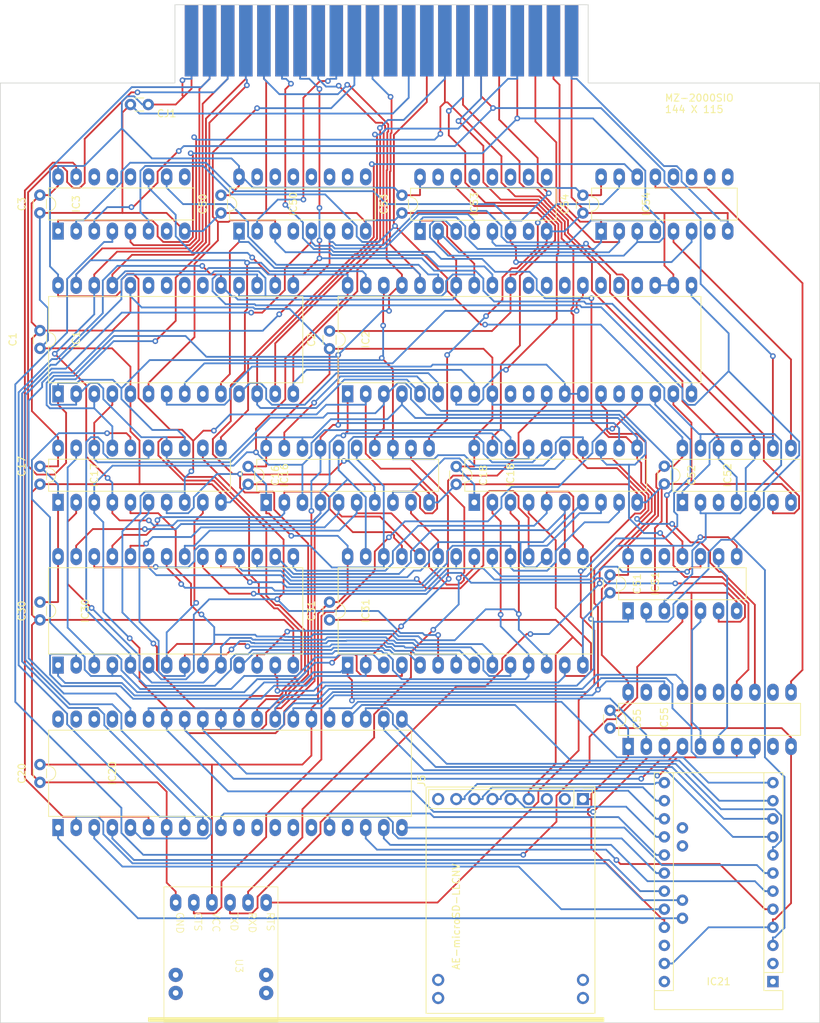
<source format=kicad_pcb>
(kicad_pcb (version 20240108) (generator "pcbnew") (generator_version "8.0")
  (layers (0 "F.Cu" signal) (31 "B.Cu" signal) (34 "B.Paste" user) (35 "F.Paste" user) (36 "B.SilkS" user "B.Silkscreen") (37 "F.SilkS" user "F.Silkscreen") (38 "B.Mask" user) (39 "F.Mask" user) (44 "Edge.Cuts" user))
  (net 0 "")
  (net 1 "/D4")
  (net 2 "/D5")
  (net 3 "/D6")
  (net 4 "/D7")
  (net 5 "GND")
  (net 6 "Net-(IC2-~{CTSA})")
  (net 7 "A3")
  (net 10 "Net-(IC1-IEO)")
  (net 12 "Net-(IC1-IEI)")
  (net 13 "A2")
  (net 15 "~{RD}")
  (net 16 "Net-(IC1-TO0)")
  (net 17 "Net-(IC1-TO1)")
  (net 18 "~{IO_B0}")
  (net 22 "VCC")
  (net 23 "/D0")
  (net 24 "/D1")
  (net 25 "/D2")
  (net 26 "/D3")
  (net 27 "~{IOREQ}")
  (net 28 "~{INT}")
  (net 30 "~{M1}")
  (net 31 "~{Φ}")
  (net 32 "~{RESET}")
  (net 33 "A0")
  (net 34 "A1")
  (net 35 "RXDA")
  (net 36 "Net-(IC2-IEO)")
  (net 38 "TXDA")
  (net 39 "Net-(IC2-~{RTSA})")
  (net 46 "~{IO_B4}")
  (net 47 "A6")
  (net 48 "A4")
  (net 49 "A7")
  (net 50 "~{IO_F8_WR}")
  (net 51 "~{IO_F9_WR}")
  (net 52 "~{IO_F9_RD}")
  (net 53 "RESET")
  (net 54 "/~{A5}")
  (net 65 "~{IORD}")
  (net 71 "~{IO_A0}")
  (net 72 "~{IOWR}")
  (net 73 "~{ROM1_SEL}")
  (net 74 "Net-(IC30-~{OE})")
  (net 75 "A15_SEL")
  (net 76 "Net-(IC16-Q7)")
  (net 77 "/ROM_A13")
  (net 78 "~{ROM2_SEL}")
  (net 88 "/ROM2_SEL")
  (net 89 "/ROM_A9")
  (net 92 "A5")
  (net 93 "/ROM1_SEL")
  (net 94 "Net-(IC53-~{E1})")
  (net 95 "/~{IO_FC_RD}")
  (net 96 "/~{IO_FD_RD}")
  (net 97 "/ROM_A8")
  (net 98 "/ROM_A14")
  (net 99 "/ROM_A12")
  (net 100 "/ROM_A10")
  (net 101 "/ROM_A11")
  (net 102 "/ROM_A0")
  (net 103 "/ROM_A5")
  (net 104 "/ROM_A3")
  (net 105 "/ROM_A4")
  (net 106 "/ROM_A6")
  (net 107 "/ROM_A1")
  (net 108 "/ROM_A7")
  (net 109 "/ROM_A2")
  (net 110 "/ROM_D2")
  (net 111 "/ROM_D3")
  (net 112 "/ROM_D0")
  (net 113 "/ROM_D7")
  (net 114 "/ROM_D5")
  (net 115 "/ROM_D6")
  (net 116 "/ROM_D4")
  (net 117 "/ROM_D1")
  (net 118 "/~{IO_FF_RD}")
  (net 119 "/~{IO_F8_RD}")
  (net 120 "/~{IO_FE_RD}")
  (net 121 "/~{IO_FB_RD}")
  (net 122 "/~{IO_FA_RD}")
  (net 123 "~{WR}")
  (net 124 "/~{IO_FD_WR}")
  (net 125 "/~{IO_FC_WR}")
  (net 126 "Net-(IC20-PA3)")
  (net 127 "Net-(IC20-PA2)")
  (net 128 "Net-(IC20-PA1)")
  (net 129 "Net-(IC20-PA0)")
  (net 130 "Net-(IC20-PC7)")
  (net 136 "Net-(IC20-PC2)")
  (net 138 "Net-(IC20-PB0)")
  (net 139 "Net-(IC20-PB1)")
  (net 140 "Net-(IC20-PB2)")
  (net 141 "Net-(IC20-PB3)")
  (net 142 "Net-(IC20-PB4)")
  (net 143 "Net-(IC20-PB5)")
  (net 144 "Net-(IC20-PB6)")
  (net 145 "Net-(IC20-PB7)")
  (net 152 "Net-(IC21-~D10)")
  (net 153 "Net-(IC21-~D11)")
  (net 154 "Net-(IC21-D12)")
  (net 155 "Net-(IC21-D13)")
  (net 163 "/~{IO_FF_WR}")
  (net 164 "/~{IO_FE_WR}")
  (net 165 "/~{IO_FA_WR}")
  (net 166 "/~{IO_FB_WR}")
  (net 167 "Net-(IC54-~{E1})")
  (footprint "Package_DIP:DIP-20_W7.62mm_LongPads" (layer "F.Cu") (at 38.1 88.9 90)
    (property "Reference" "IC17")
    (property "Value" "74LS273")
  )
  (footprint "Package_DIP:DIP-20_W7.62mm_LongPads" (layer "F.Cu") (at 67.315 88.915 90)
    (property "Reference" "IC16")
    (property "Value" "74LS273")
  )
  (footprint "00_My Lib:AE-microSD-LLCNV" (layer "F.Cu") (at 91.45 130.58 90)
    (property "Reference" "J5")
    (property "Value" "Micro_SD_Card_Kit")
  )
  (footprint "Capacitor_THT:C_Disc_D3.0mm_W1.6mm_P2.50mm" (layer "F.Cu") (at 115.57 99.1 -90)
    (property "Reference" "C51")
    (property "Value" "0.1u")
  )
  (footprint "Capacitor_THT:C_Disc_D3.0mm_W1.6mm_P2.50mm" (layer "F.Cu") (at 86.36 45.76 -90)
    (property "Reference" "C53")
    (property "Value" "0.1u" (hide yes))
  )
  (footprint "00_My Lib:AE-CH340-TYPEC" (layer "F.Cu") (at 67.31 145.11 -90)
    (property "Reference" "U3")
    (property "Value" "~" (hide yes))
  )
  (footprint "Package_DIP:DIP-16_W7.62mm_LongPads" (layer "F.Cu") (at 38.1 50.8 90)
    (property "Reference" "IC3")
    (property "Value" "74HC138")
  )
  (footprint "Capacitor_THT:C_Disc_D3.0mm_W1.6mm_P2.50mm" (layer "F.Cu") (at 35.545 45.745 -90)
    (property "Reference" "C3")
    (property "Value" "0.1u")
  )
  (footprint "Capacitor_THT:C_Disc_D3.0mm_W1.6mm_P2.50mm" (layer "F.Cu") (at 123.19 83.82 -90)
    (property "Reference" "C52")
    (property "Value" "0.1u")
  )
  (footprint "Package_DIP:DIP-14_W7.62mm_LongPads" (layer "F.Cu") (at 125.725 88.915 90)
    (property "Reference" "IC52")
    (property "Value" "74LS20")
  )
  (footprint "Package_DIP:DIP-28_W15.24mm_LongPads" (layer "F.Cu") (at 38.1 73.66 90)
    (property "Reference" "IC1")
    (property "Value" "~")
  )
  (footprint "Package_DIP:DIP-40_W15.24mm_LongPads" (layer "F.Cu") (at 38.1 134.58 90)
    (property "Reference" "IC20")
    (property "Value" "82C55A")
  )
  (footprint "Package_DIP:DIP-40_W15.24mm_LongPads" (layer "F.Cu") (at 78.74 73.66 90)
    (property "Reference" "IC2")
    (property "Value" "~" (hide yes))
  )
  (footprint "Capacitor_THT:C_Disc_D3.0mm_W1.6mm_P2.50mm" (layer "F.Cu") (at 76.2 102.91 -90)
    (property "Reference" "C31")
    (property "Value" "0.1u")
  )
  (footprint "Package_DIP:DIP-16_W7.62mm_LongPads" (layer "F.Cu") (at 88.9 50.84 90)
    (property "Reference" "IC53")
    (property "Value" "74HC138")
  )
  (footprint "Capacitor_THT:C_Disc_D3.0mm_W1.6mm_P2.50mm" (layer "F.Cu") (at 35.56 83.845 -90)
    (property "Reference" "C17")
    (property "Value" "0.1u")
  )
  (footprint "00_My Lib:Arduino_Pro_Mini" (layer "F.Cu") (at 138.43 156.21 180)
    (property "Reference" "IC21")
    (property "Value" "Arduino_Pro_Mini")
  )
  (footprint "Package_DIP:DIP-16_W7.62mm_LongPads" (layer "F.Cu") (at 114.315 50.815 90)
    (property "Reference" "IC54")
    (property "Value" "74HC138")
  )
  (footprint "Capacitor_THT:C_Disc_D3.0mm_W1.6mm_P2.50mm" (layer "F.Cu") (at 115.57 118.11 -90)
    (property "Reference" "C55")
    (property "Value" "0.1u")
  )
  (footprint "Package_DIP:DIP-20_W7.62mm_LongPads" (layer "F.Cu") (at 96.52 88.9 90)
    (property "Reference" "IC18")
    (property "Value" "74LS245")
  )
  (footprint "Capacitor_THT:C_Disc_D3.0mm_W1.6mm_P2.50mm" (layer "F.Cu") (at 35.56 125.73 -90)
    (property "Reference" "C20")
    (property "Value" "0.1u")
  )
  (footprint "Capacitor_THT:C_Disc_D3.0mm_W1.6mm_P2.50mm" (layer "F.Cu") (at 35.56 64.77 -90)
    (property "Reference" "C1")
    (property "Value" "0.1u")
  )
  (footprint "Package_DIP:DIP-28_W15.24mm_LongPads" (layer "F.Cu") (at 78.74 111.76 90)
    (property "Reference" "IC31")
    (property "Value" "27C512")
  )
  (footprint "Capacitor_THT:C_Disc_D3.0mm_W1.6mm_P2.50mm" (layer "F.Cu") (at 111.76 45.76 -90)
    (property "Reference" "C54")
    (property "Value" "0.1u")
  )
  (footprint "Package_DIP:DIP-16_W7.62mm_LongPads" (layer "F.Cu") (at 63.5 50.8 90)
    (property "Reference" "IC50")
    (property "Value" "74LS139")
  )
  (footprint "00_My Lib:MZ200_BUS_REV2" (layer "F.Cu") (at 83.5 19)
    (property "Reference" "J1" (hide yes))
    (property "Value" "~" (hide yes))
  )
  (footprint "Capacitor_THT:C_Disc_D3.0mm_W1.6mm_P2.50mm" (layer "F.Cu") (at 35.56 102.91 -90)
    (property "Reference" "C30")
    (property "Value" "0.1u")
  )
  (footprint "Capacitor_THT:C_Disc_D3.0mm_W1.6mm_P2.50mm" (layer "F.Cu") (at 60.96 45.76 -90)
    (property "Reference" "C50")
    (property "Value" "0.1u" (hide yes))
  )
  (footprint "Package_DIP:DIP-14_W7.62mm_LongPads" (layer "F.Cu") (at 118.11 104.14 90)
    (property "Reference" "IC51")
    (property "Value" "74AHC04")
  )
  (footprint "Capacitor_THT:C_Disc_D3.0mm_W1.6mm_P2.50mm" (layer "F.Cu") (at 93.98 83.86 -90)
    (property "Reference" "C18")
    (property "Value" "0.1u")
  )
  (footprint "Capacitor_THT:C_Disc_D3.0mm_W1.6mm_P2.50mm" (layer "F.Cu") (at 76.2 64.83 -90)
    (property "Reference" "C2")
    (property "Value" "0.1u")
  )
  (footprint "Capacitor_THT:C_Disc_D3.0mm_W1.6mm_P2.50mm" (layer "F.Cu") (at 64.775 83.86 -90)
    (property "Reference" "C16")
    (property "Value" "0.1u")
  )
  (footprint "Package_DIP:DIP-20_W7.62mm_LongPads" (layer "F.Cu") (at 118.115 123.19 90)
    (property "Reference" "IC55")
    (property "Value" "74LS273")
  )
  (footprint "Package_DIP:DIP-28_W15.24mm_LongPads" (layer "F.Cu") (at 38.1 111.76 90)
    (property "Reference" "IC30")
    (property "Value" "27C512")
  )
  (footprint "Capacitor_THT:C_Disc_D3.0mm_W1.6mm_P2.50mm" (layer "F.Cu") (at 50.76 33.02 180)
    (property "Reference" "CJ1")
    (property "Value" "0.1u" (hide yes))
  )
  (gr_poly (pts (xy 50.8 161.798) (xy 50.8 161.29) (xy 114.681 161.29) (xy 114.681 161.798)) (stroke (width 0.15)) (fill solid) (layer "F.SilkS"))
  (gr_line (start 112.5 19) (end 112.5 30) (stroke (width 0.1)) (layer "Edge.Cuts"))
  (gr_line (start 54.5 30) (end 54.5 19) (stroke (width 0.1)) (layer "Edge.Cuts"))
  (gr_line (start 30 162) (end 145 162) (stroke (width 0.1)) (layer "Edge.Cuts"))
  (gr_line (start 112.5 30) (end 145 30) (stroke (width 0.1)) (layer "Edge.Cuts"))
  (gr_line (start 54.5 19) (end 112.5 19) (stroke (width 0.1)) (layer "Edge.Cuts"))
  (gr_line (start 30 30) (end 54.5 30) (stroke (width 0.1)) (layer "Edge.Cuts"))
  (gr_line (start 145 30) (end 145 162) (stroke (width 0.1)) (layer "Edge.Cuts"))
  (gr_line (start 30 30) (end 30 162) (stroke (width 0.1)) (layer "Edge.Cuts"))
  (gr_text "MZ-2000SIO\n144 X 115" (at 123.19 34.29 0) (layer "F.SilkS") (effects (font (size 1 1)) (justify left bottom)))
  (segment (start 85.095 81.295) (end 85.095 70.2006) (width 0.25) (layer "F.Cu") (net 1))
  (segment (start 111.76 81.28) (end 111.76 82.8067) (width 0.25) (layer "F.Cu") (net 1))
  (segment (start 120.9651 87.8306) (end 120.9651 90.008) (width 0.25) (layer "F.Cu") (net 1))
  (segment (start 59.9473 85.8358) (end 55.6958 85.8358) (width 0.25) (layer "F.Cu") (net 1))
  (segment (start 128.2698 94.5175) (end 126.8795 94.5175) (width 0.25) (layer "F.Cu") (net 1))
  (segment (start 130.8971 98.6556) (end 129.6089 97.3674) (width 0.25) (layer "F.Cu") (net 1))
  (segment (start 37.5964 41.6533) (end 33.8935 45.3562) (width 0.25) (layer "F.Cu") (net 1))
  (segment (start 131.2614 98.6556) (end 130.8971 98.6556) (width 0.25) (layer "F.Cu") (net 1))
  (segment (start 41.8361 44.0605) (end 41.1519 44.7447) (width 0.25) (layer "F.Cu") (net 1))
  (segment (start 35.1032 84.9978) (end 37.5917 84.9978) (width 0.25) (layer "F.Cu") (net 1))
  (segment (start 115.9413 82.8068) (end 120.9651 87.8306) (width 0.25) (layer "F.Cu") (net 1))
  (segment (start 83.7271 60.0396) (end 83.7271 64.0658) (width 0.25) (layer "F.Cu") (net 1))
  (segment (start 55.6958 85.8358) (end 52.1785 82.3185) (width 0.25) (layer "F.Cu") (net 1))
  (segment (start 68.9078 103.791) (end 68.4304 103.791) (width 0.25) (layer "F.Cu") (net 1))
  (segment (start 48.3743 31.3074) (end 41.8361 37.8456) (width 0.25) (layer "F.Cu") (net 1))
  (segment (start 126.8795 94.5175) (end 124.2849 91.9229) (width 0.25) (layer "F.Cu") (net 1))
  (segment (start 52.1785 80.4099) (end 52.8351 79.7533) (width 0.25) (layer "F.Cu") (net 1))
  (segment (start 63.5 117.8133) (end 65.2174 116.0959) (width 0.25) (layer "F.Cu") (net 1))
  (segment (start 39.2268 76.3135) (end 38.1 75.1867) (width 0.25) (layer "F.Cu") (net 1))
  (segment (start 135.895 115.57) (end 135.895 103.2892) (width 0.25) (layer "F.Cu") (net 1))
  (segment (start 52.8351 79.7533) (end 55.88 79.7533) (width 0.25) (layer "F.Cu") (net 1))
  (segment (start 83.82 59.9467) (end 83.7271 60.0396) (width 0.25) (layer "F.Cu") (net 1))
  (segment (start 52.1785 82.3185) (end 52.1785 80.4099) (width 0.25) (layer "F.Cu") (net 1))
  (segment (start 37.5917 84.9978) (end 39.2268 83.3627) (width 0.25) (layer "F.Cu") (net 1))
  (segment (start 69.6132 115.2739) (end 72.2467 112.6404) (width 0.25) (layer "F.Cu") (net 1))
  (segment (start 129.6089 97.3674) (end 129.6089 95.8566) (width 0.25) (layer "F.Cu") (net 1))
  (segment (start 69.6132 115.6702) (end 69.6132 115.2739) (width 0.25) (layer "F.Cu") (net 1))
  (segment (start 39.37 42.3974) (end 38.6259 41.6533) (width 0.25) (layer "F.Cu") (net 1))
  (segment (start 38.6259 41.6533) (end 37.5964 41.6533) (width 0.25) (layer "F.Cu") (net 1))
  (segment (start 66.2733 100.3383) (end 64.9107 98.9757) (width 0.25) (layer "F.Cu") (net 1))
  (segment (start 72.2467 112.6404) (end 72.2467 107.1299) (width 0.25) (layer "F.Cu") (net 1))
  (segment (start 69.1875 116.0959) (end 69.6132 115.6702) (width 0.25) (layer "F.Cu") (net 1))
  (segment (start 119.7534 91.2197) (end 119.3589 91.2197) (width 0.25) (layer "F.Cu") (net 1))
  (segment (start 63.5 119.34) (end 63.5 117.8133) (width 0.25) (layer "F.Cu") (net 1))
  (segment (start 120.9651 90.008) (end 119.7534 91.2197) (width 0.25) (layer "F.Cu") (net 1))
  (segment (start 41.1519 44.7447) (end 40.2081 44.7447) (width 0.25) (layer "F.Cu") (net 1))
  (segment (start 40.2081 44.7447) (end 39.37 43.9066) (width 0.25) (layer "F.Cu") (net 1))
  (segment (start 85.095 70.2006) (end 83.5288 68.6344) (width 0.25) (layer "F.Cu") (net 1))
  (segment (start 129.6089 95.8566) (end 128.2698 94.5175) (width 0.25) (layer "F.Cu") (net 1))
  (segment (start 111.76 82.8067) (end 115.9413 82.8067) (width 0.25) (layer "F.Cu") (net 1))
  (segment (start 65.2174 116.0959) (end 69.1875 116.0959) (width 0.25) (layer "F.Cu") (net 1))
  (segment (start 72.2467 107.1299) (end 68.9078 103.791) (width 0.25) (layer "F.Cu") (net 1))
  (segment (start 33.8935 83.7881) (end 35.1032 84.9978) (width 0.25) (layer "F.Cu") (net 1))
  (segment (start 64.9107 98.9757) (end 64.9107 90.7992) (width 0.25) (layer "F.Cu") (net 1))
  (segment (start 66.2733 101.6339) (end 66.2733 100.3383) (width 0.25) (layer "F.Cu") (net 1))
  (segment (start 33.8935 45.3562) (end 33.8935 83.7881) (width 0.25) (layer "F.Cu") (net 1))
  (segment (start 68.4304 103.791) (end 66.2733 101.6339) (width 0.25) (layer "F.Cu") (net 1))
  (segment (start 39.2268 83.3627) (end 39.2268 76.3135) (width 0.25) (layer "F.Cu") (net 1))
  (segment (start 83.82 58.42) (end 83.82 59.9467) (width 0.25) (layer "F.Cu") (net 1))
  (segment (start 115.9413 82.8067) (end 115.9413 82.8068) (width 0.25) (layer "F.Cu") (net 1))
  (segment (start 135.895 103.2892) (end 131.2614 98.6556) (width 0.25) (layer "F.Cu") (net 1))
  (segment (start 38.1 73.66) (end 38.1 75.1867) (width 0.25) (layer "F.Cu") (net 1))
  (segment (start 55.88 81.28) (end 55.88 79.7533) (width 0.25) (layer "F.Cu") (net 1))
  (segment (start 41.8361 37.8456) (end 41.8361 44.0605) (width 0.25) (layer "F.Cu") (net 1))
  (segment (start 49.2478 31.3074) (end 48.3743 31.3074) (width 0.25) (layer "F.Cu") (net 1))
  (segment (start 64.9107 90.7992) (end 59.9473 85.8358) (width 0.25) (layer "F.Cu") (net 1))
  (segment (start 39.37 43.9066) (end 39.37 42.3974) (width 0.25) (layer "F.Cu") (net 1))
  (via (at 83.5288 68.6344) (size 0.8) (drill 0.4) (layers "F.Cu" "B.Cu") (net 1))
  (via (at 83.7271 64.0658) (size 0.8) (drill 0.4) (layers "F.Cu" "B.Cu") (net 1))
  (via (at 124.2849 91.9229) (size 0.8) (drill 0.4) (layers "F.Cu" "B.Cu") (net 1))
  (via (at 119.3589 91.2197) (size 0.8) (drill 0.4) (layers "F.Cu" "B.Cu") (net 1))
  (via (at 49.2478 31.3074) (size 0.8) (drill 0.4) (layers "F.Cu" "B.Cu") (net 1))
  (segment (start 61.91 24.08) (end 61.91 29.4067) (width 0.25) (layer "B.Cu") (net 1))
  (segment (start 60.0093 31.3074) (end 49.2478 31.3074) (width 0.25) (layer "B.Cu") (net 1))
  (segment (start 91.4304 82.277) (end 90.8857 82.8217) (width 0.25) (layer "B.Cu") (net 1))
  (segment (start 55.88 79.7533) (end 54.8588 78.7321) (width 0.25) (layer "B.Cu") (net 1))
  (segment (start 95.1219 82.277) (end 91.4304 82.277) (width 0.25) (layer "B.Cu") (net 1))
  (segment (start 107.95 82.0061) (end 106.2255 83.7306) (width 0.25) (layer "B.Cu") (net 1))
  (segment (start 83.7271 64.0658) (end 83.7271 68.4361) (width 0.25) (layer "B.Cu") (net 1))
  (segment (start 108.7214 79.7533) (end 107.95 80.5247) (width 0.25) (layer "B.Cu") (net 1))
  (segment (start 46.99 72.89) (end 45.7798 71.6798) (width 0.25) (layer "B.Cu") (net 1))
  (segment (start 90.8857 82.8217) (end 85.095 82.8217) (width 0.25) (layer "B.Cu") (net 1))
  (segment (start 46.99 74.3916) (end 46.99 72.89) (width 0.25) (layer "B.Cu") (net 1))
  (segment (start 107.95 80.5247) (end 107.95 82.0061) (width 0.25) (layer "B.Cu") (net 1))
  (segment (start 111.76 81.28) (end 111.76 79.7533) (width 0.25) (layer "B.Cu") (net 1))
  (segment (start 85.095 81.295) (end 85.095 82.8217) (width 0.25) (layer "B.Cu") (net 1))
  (segment (start 120.0621 91.9229) (end 119.3589 91.2197) (width 0.25) (layer "B.Cu") (net 1))
  (segment (start 96.5755 83.7306) (end 95.1219 82.277) (width 0.25) (layer "B.Cu") (net 1))
  (segment (start 111.76 79.7533) (end 108.7214 79.7533) (width 0.25) (layer "B.Cu") (net 1))
  (segment (start 61.91 29.4067) (end 60.0093 31.3074) (width 0.25) (layer "B.Cu") (net 1))
  (segment (start 106.2255 83.7306) (end 96.5755 83.7306) (width 0.25) (layer "B.Cu") (net 1))
  (segment (start 50.9625 68.9175) (end 46.99 72.89) (width 0.25) (layer "B.Cu") (net 1))
  (segment (start 55.88 81.28) (end 55.88 79.7533) (width 0.25) (layer "B.Cu") (net 1))
  (segment (start 54.8588 78.7321) (end 51.3305 78.7321) (width 0.25) (layer "B.Cu") (net 1))
  (segment (start 45.7798 71.6798) (end 41.212 71.6798) (width 0.25) (layer "B.Cu") (net 1))
  (segment (start 83.5288 68.6344) (end 83.2457 68.9175) (width 0.25) (layer "B.Cu") (net 1))
  (segment (start 40.7585 72.1333) (end 38.1 72.1333) (width 0.25) (layer "B.Cu") (net 1))
  (segment (start 41.212 71.6798) (end 40.7585 72.1333) (width 0.25) (layer "B.Cu") (net 1))
  (segment (start 124.2849 91.9229) (end 120.0621 91.9229) (width 0.25) (layer "B.Cu") (net 1))
  (segment (start 51.3305 78.7321) (end 46.99 74.3916) (width 0.25) (layer "B.Cu") (net 1))
  (segment (start 83.7271 68.4361) (end 83.5288 68.6344) (width 0.25) (layer "B.Cu") (net 1))
  (segment (start 83.2457 68.9175) (end 50.9625 68.9175) (width 0.25) (layer "B.Cu") (net 1))
  (segment (start 38.1 73.66) (end 38.1 72.1333) (width 0.25) (layer "B.Cu") (net 1))
  (segment (start 55.8612 85.3279) (end 53.34 82.8067) (width 0.25) (layer "F.Cu") (net 2))
  (segment (start 70.0649 115.5439) (end 72.7522 112.8566) (width 0.25) (layer "F.Cu") (net 2))
  (segment (start 69.3746 116.5476) (end 70.0649 115.8573) (width 0.25) (layer "F.Cu") (net 2))
  (segment (start 59.3357 35.5801) (end 59.3357 52.6072) (width 0.25) (layer "F.Cu") (net 2))
  (segment (start 134.991 112.4073) (end 133.355 114.0433) (width 0.25) (layer "F.Cu") (net 2))
  (segment (start 131.2897 99.3803) (end 134.991 103.0816) (width 0.25) (layer "F.Cu") (net 2))
  (segment (start 69.182 103.3393) (end 68.6393 103.3393) (width 0.25) (layer "F.Cu") (net 2))
  (segment (start 60.0898 85.3279) (end 55.8612 85.3279) (width 0.25) (layer "F.Cu") (net 2))
  (segment (start 54.61 63.399) (end 51.7488 66.2602) (width 0.25) (layer "F.Cu") (net 2))
  (segment (start 64.5985 30.3173) (end 59.3357 35.5801) (width 0.25) (layer "F.Cu") (net 2))
  (segment (start 83.82 73.66) (end 83.82 78.5033) (width 0.25) (layer "F.Cu") (net 2))
  (segment (start 122.5993 93.2118) (end 124.46 95.0725) (width 0.25) (layer "F.Cu") (net 2))
  (segment (start 82.555 81.295) (end 82.555 79.7683) (width 0.25) (layer "F.Cu") (net 2))
  (segment (start 68.6393 103.3393) (end 67.3305 102.0305) (width 0.25) (layer "F.Cu") (net 2))
  (segment (start 72.7522 112.8566) (end 72.7522 106.9095) (width 0.25) (layer "F.Cu") (net 2))
  (segment (start 124.46 97.753) (end 126.0873 99.3803) (width 0.25) (layer "F.Cu") (net 2))
  (segment (start 133.355 115.57) (end 133.355 114.0433) (width 0.25) (layer "F.Cu") (net 2))
  (segment (start 59.3357 52.6072) (end 54.61 57.3329) (width 0.25) (layer "F.Cu") (net 2))
  (segment (start 67.3305 92.5686) (end 60.0898 85.3279) (width 0.25) (layer "F.Cu") (net 2))
  (segment (start 134.991 103.0816) (end 134.991 112.4073) (width 0.25) (layer "F.Cu") (net 2))
  (segment (start 54.61 57.3329) (end 54.61 63.399) (width 0.25) (layer "F.Cu") (net 2))
  (segment (start 72.7522 106.9095) (end 69.182 103.3393) (width 0.25) (layer "F.Cu") (net 2))
  (segment (start 70.0649 115.8573) (end 70.0649 115.5439) (width 0.25) (layer "F.Cu") (net 2))
  (segment (start 66.04 119.34) (end 66.04 117.8133) (width 0.25) (layer "F.Cu") (net 2))
  (segment (start 66.04 117.8133) (end 67.3057 116.5476) (width 0.25) (layer "F.Cu") (net 2))
  (segment (start 53.34 81.28) (end 53.34 82.8067) (width 0.25) (layer "F.Cu") (net 2))
  (segment (start 124.46 95.0725) (end 124.46 97.753) (width 0.25) (layer "F.Cu") (net 2))
  (segment (start 67.3305 102.0305) (end 67.3305 92.5686) (width 0.25) (layer "F.Cu") (net 2))
  (segment (start 67.3057 116.5476) (end 69.3746 116.5476) (width 0.25) (layer "F.Cu") (net 2))
  (segment (start 83.82 78.5033) (end 82.555 79.7683) (width 0.25) (layer "F.Cu") (net 2))
  (segment (start 126.0873 99.3803) (end 131.2897 99.3803) (width 0.25) (layer "F.Cu") (net 2))
  (via (at 122.5993 93.2118) (size 0.8) (drill 0.4) (layers "F.Cu" "B.Cu") (net 2))
  (via (at 64.5985 30.3173) (size 0.8) (drill 0.4) (layers "F.Cu" "B.Cu") (net 2))
  (via (at 51.7488 66.2602) (size 0.8) (drill 0.4) (layers "F.Cu" "B.Cu") (net 2))
  (segment (start 40.5531 71.6174) (end 37.6805 71.6174) (width 0.25) (layer "B.Cu") (net 2))
  (segment (start 89.8162 76.6001) (end 116.8685 76.6001) (width 0.25) (layer "B.Cu") (net 2))
  (segment (start 120.3176 93.2118) (end 122.5993 93.2118) (width 0.25) (layer "B.Cu") (net 2))
  (segment (start 118.2295 83.6091) (end 118.2295 91.1237) (width 0.25) (layer "B.Cu") (net 2))
  (segment (start 62.0655 82.8067) (end 67.8688 77.0034) (width 0.25) (layer "B.Cu") (net 2))
  (segment (start 40.64 73.66) (end 40.64 74.0936) (width 0.25) (layer "B.Cu") (net 2))
  (segment (start 53.34 81.28) (end 53.34 82.8067) (width 0.25) (layer "B.Cu") (net 2))
  (segment (start 87.63 72.9332) (end 87.63 74.4139) (width 0.25) (layer "B.Cu") (net 2))
  (segment (start 83.82 74.0936) (end 83.82 75.1867) (width 0.25) (layer "B.Cu") (net 2))
  (segment (start 40.64 74.0936) (end 42.6005 72.1331) (width 0.25) (layer "B.Cu") (net 2))
  (segment (start 49.7884 79.7533) (end 53.34 79.7533) (width 0.25) (layer "B.Cu") (net 2))
  (segment (start 45.9103 66.2602) (end 40.5531 71.6174) (width 0.25) (layer "B.Cu") (net 2))
  (segment (start 118.2295 83.6091) (end 115.1024 83.6091) (width 0.25) (layer "B.Cu") (net 2))
  (segment (start 115.1024 83.6091) (end 114.3 82.8067) (width 0.25) (layer "B.Cu") (net 2))
  (segment (start 114.3 81.28) (end 114.3 82.8067) (width 0.25) (layer "B.Cu") (net 2))
  (segment (start 37.1646 75.1867) (end 40.64 75.1867) (width 0.25) (layer "B.Cu") (net 2))
  (segment (start 120.5465 80.2781) (end 120.5465 82.1289) (width 0.25) (layer "B.Cu") (net 2))
  (segment (start 64.45 29.4067) (end 64.5985 29.5552) (width 0.25) (layer "B.Cu") (net 2))
  (segment (start 118.2295 91.1237) (end 120.3176 93.2118) (width 0.25) (layer "B.Cu") (net 2))
  (segment (start 85.804 72.1096) (end 86.8064 72.1096) (width 0.25) (layer "B.Cu") (net 2))
  (segment (start 75.9302 76.3819) (end 82.6248 76.3819) (width 0.25) (layer "B.Cu") (net 2))
  (segment (start 53.34 82.8067) (end 62.0655 82.8067) (width 0.25) (layer "B.Cu") (net 2))
  (segment (start 40.64 74.0936) (end 40.64 75.1867) (width 0.25) (layer "B.Cu") (net 2))
  (segment (start 51.7488 66.2602) (end 45.9103 66.2602) (width 0.25) (layer "B.Cu") (net 2))
  (segment (start 37.6805 71.6174) (end 36.9733 72.3246) (width 0.25) (layer "B.Cu") (net 2))
  (segment (start 83.82 74.0936) (end 85.804 72.1096) (width 0.25) (layer "B.Cu") (net 2))
  (segment (start 75.3087 77.0034) (end 75.9302 76.3819) (width 0.25) (layer "B.Cu") (net 2))
  (segment (start 44.45 72.9162) (end 44.45 74.4149) (width 0.25) (layer "B.Cu") (net 2))
  (segment (start 83.82 73.66) (end 83.82 74.0936) (width 0.25) (layer "B.Cu") (net 2))
  (segment (start 64.5985 29.5552) (end 64.5985 30.3173) (width 0.25) (layer "B.Cu") (net 2))
  (segment (start 53.34 81.28) (end 53.34 79.7533) (width 0.25) (layer "B.Cu") (net 2))
  (segment (start 44.45 74.4149) (end 49.7884 79.7533) (width 0.25) (layer "B.Cu") (net 2))
  (segment (start 87.63 74.4139) (end 89.8162 76.6001) (width 0.25) (layer "B.Cu") (net 2))
  (segment (start 67.8688 77.0034) (end 75.3087 77.0034) (width 0.25) (layer "B.Cu") (net 2))
  (segment (start 116.8685 76.6001) (end 120.5465 80.2781) (width 0.25) (layer "B.Cu") (net 2))
  (segment (start 119.0663 83.6091) (end 118.2295 83.6091) (width 0.25) (layer "B.Cu") (net 2))
  (segment (start 86.8064 72.1096) (end 87.63 72.9332) (width 0.25) (layer "B.Cu") (net 2))
  (segment (start 120.5465 82.1289) (end 119.0663 83.6091) (width 0.25) (layer "B.Cu") (net 2))
  (segment (start 43.6669 72.1331) (end 44.45 72.9162) (width 0.25) (layer "B.Cu") (net 2))
  (segment (start 82.6248 76.3819) (end 83.82 75.1867) (width 0.25) (layer "B.Cu") (net 2))
  (segment (start 36.9733 74.9954) (end 37.1646 75.1867) (width 0.25) (layer "B.Cu") (net 2))
  (segment (start 36.9733 72.3246) (end 36.9733 74.9954) (width 0.25) (layer "B.Cu") (net 2))
  (segment (start 64.45 24.08) (end 64.45 29.4067) (width 0.25) (layer "B.Cu") (net 2))
  (segment (start 42.6005 72.1331) (end 43.6669 72.1331) (width 0.25) (layer "B.Cu") (net 2))
  (segment (start 86.36 58.0724) (end 84.5518 59.8806) (width 0.25) (layer "F.Cu") (net 3))
  (segment (start 84.2175 42.2764) (end 84.3118 42.1821) (width 0.25) (layer "F.Cu") (net 3))
  (segment (start 86.36 58.42) (end 86.36 58.0724) (width 0.25) (layer "F.Cu") (net 3))
  (segment (start 74.935 79.7683) (end 76.6813 78.022) (width 0.25) (layer "F.Cu") (net 3))
  (segment (start 84.45 36.7931) (end 84.45 35.8169) (width 0.25) (layer "F.Cu") (net 3))
  (segment (start 84.3118 36.9313) (end 84.45 36.7931) (width 0.25) (layer "F.Cu") (net 3))
  (segment (start 86.36 58.0724) (end 86.36 56.8933) (width 0.25) (layer "F.Cu") (net 3))
  (segment (start 76.6813 78.022) (end 77.4171 78.022) (width 0.25) (layer "F.Cu") (net 3))
  (segment (start 84.3118 42.1821) (end 84.3118 36.9313) (width 0.25) (layer "F.Cu") (net 3))
  (segment (start 77.4171 78.022) (end 77.4171 68.1904) (width 0.25) (layer "F.Cu") (net 3))
  (segment (start 84.45 35.8169) (end 78.8835 30.2504) (width 0.25) (layer "F.Cu") (net 3))
  (segment (start 86.36 56.8933) (end 84.2175 54.7508) (width 0.25) (layer "F.Cu") (net 3))
  (segment (start 69.3865 117.8133) (end 68.58 117.8133) (width 0.25) (layer "F.Cu") (net 3))
  (segment (start 78.8835 30.2504) (end 78.6871 30.2504) (width 0.25) (layer "F.Cu") (net 3))
  (segment (start 74.935 81.295) (end 74.935 79.7683) (width 0.25) (layer "F.Cu") (net 3))
  (segment (start 84.2175 54.7508) (end 84.2175 42.2764) (width 0.25) (layer "F.Cu") (net 3))
  (segment (start 68.58 119.34) (end 68.58 117.8133) (width 0.25) (layer "F.Cu") (net 3))
  (segment (start 84.5518 59.8806) (end 84.5518 62.0048) (width 0.25) (layer "F.Cu") (net 3))
  (segment (start 73.6556 113.5442) (end 69.3865 117.8133) (width 0.25) (layer "F.Cu") (net 3))
  (segment (start 73.6556 90.1051) (end 73.6556 113.5442) (width 0.25) (layer "F.Cu") (net 3))
  (via (at 77.4171 68.1904) (size 0.8) (drill 0.4) (layers "F.Cu" "B.Cu") (net 3))
  (via (at 73.6556 90.1051) (size 0.8) (drill 0.4) (layers "F.Cu" "B.Cu") (net 3))
  (via (at 78.6871 30.2504) (size 0.8) (drill 0.4) (layers "F.Cu" "B.Cu") (net 3))
  (via (at 77.4171 78.022) (size 0.8) (drill 0.4) (layers "F.Cu" "B.Cu") (net 3))
  (via (at 84.5518 62.0048) (size 0.8) (drill 0.4) (layers "F.Cu" "B.Cu") (net 3))
  (segment (start 116.1168 77.7628) (end 116.84 78.486) (width 0.25) (layer "B.Cu") (net 3))
  (segment (start 69.1536 31.5703) (end 77.3672 31.5703) (width 0.25) (layer "B.Cu") (net 3))
  (segment (start 83.6027 62.0048) (end 77.4171 68.1904) (width 0.25) (layer "B.Cu") (net 3))
  (segment (start 55.9967 65.5335) (end 58.9199 68.4567) (width 0.25) (layer "B.Cu") (net 3))
  (segment (start 45.9351 65.5335) (end 55.9967 65.5335) (width 0.25) (layer "B.Cu") (net 3))
  (segment (start 111.6856 115.1031) (end 113.6741 113.1146) (width 0.25) (layer "B.Cu") (net 3))
  (segment (start 77.3672 31.5703) (end 78.6871 30.2504) (width 0.25) (layer "B.Cu") (net 3))
  (segment (start 66.99 29.4067) (end 69.1536 31.5703) (width 0.25) (layer "B.Cu") (net 3))
  (segment (start 45.72 81.28) (end 45.72 79.7533) (width 0.25) (layer "B.Cu") (net 3))
  (segment (start 45.72 79.7533) (end 45.72 78.2278) (width 0.25) (layer "B.Cu") (net 3))
  (segment (start 36.947 75.6878) (end 36.4901 75.2309) (width 0.25) (layer "B.Cu") (net 3))
  (segment (start 69.8852 116.5081) (end 74.7588 116.5081) (width 0.25) (layer "B.Cu") (net 3))
  (segment (start 74.935 84.6411) (end 73.6556 85.9205) (width 0.25) (layer "B.Cu") (net 3))
  (segment (start 43.18 75.6878) (end 36.947 75.6878) (width 0.25) (layer "B.Cu") (net 3))
  (segment (start 73.6556 85.9205) (end 73.6556 90.1051) (width 0.25) (layer "B.Cu") (net 3))
  (segment (start 76.1638 115.1031) (end 111.6856 115.1031) (width 0.25) (layer "B.Cu") (net 3))
  (segment (start 36.4901 75.2309) (end 36.4901 72.1344) (width 0.25) (layer "B.Cu") (net 3))
  (segment (start 43.18 75.6878) (end 43.18 75.1867) (width 0.25) (layer "B.Cu") (net 3))
  (segment (start 68.58 119.34) (end 68.58 117.8133) (width 0.25) (layer "B.Cu") (net 3))
  (segment (start 66.99 24.08) (end 66.99 29.4067) (width 0.25) (layer "B.Cu") (net 3))
  (segment (start 74.7588 116.5081) (end 76.1638 115.1031) (width 0.25) (layer "B.Cu") (net 3))
  (segment (start 68.58 117.8133) (end 69.8852 116.5081) (width 0.25) (layer "B.Cu") (net 3))
  (segment (start 116.84 78.486) (end 116.84 79.7533) (width 0.25) (layer "B.Cu") (net 3))
  (segment (start 43.18 73.66) (end 43.18 75.1867) (width 0.25) (layer "B.Cu") (net 3))
  (segment (start 84.5518 62.0048) (end 83.6027 62.0048) (width 0.25) (layer "B.Cu") (net 3))
  (segment (start 40.3472 71.1214) (end 45.9351 65.5335) (width 0.25) (layer "B.Cu") (net 3))
  (segment (start 77.4171 78.022) (end 77.6763 77.7628) (width 0.25) (layer "B.Cu") (net 3))
  (segment (start 58.9199 68.4567) (end 77.1508 68.4567) (width 0.25) (layer "B.Cu") (net 3))
  (segment (start 113.6741 113.1146) (end 124.8063 113.1146) (width 0.25) (layer "B.Cu") (net 3))
  (segment (start 36.4901 72.1344) (end 37.5031 71.1214) (width 0.25) (layer "B.Cu") (net 3))
  (segment (start 116.84 81.28) (end 116.84 79.7533) (width 0.25) (layer "B.Cu") (net 3))
  (segment (start 125.735 115.57) (end 125.735 114.0433) (width 0.25) (layer "B.Cu") (net 3))
  (segment (start 77.1508 68.4567) (end 77.4171 68.1904) (width 0.25) (layer "B.Cu") (net 3))
  (segment (start 74.935 81.295) (end 74.935 84.6411) (width 0.25) (layer "B.Cu") (net 3))
  (segment (start 124.8063 113.1146) (end 125.735 114.0433) (width 0.25) (layer "B.Cu") (net 3))
  (segment (start 37.5031 71.1214) (end 40.3472 71.1214) (width 0.25) (layer "B.Cu") (net 3))
  (segment (start 77.6763 77.7628) (end 116.1168 77.7628) (width 0.25) (layer "B.Cu") (net 3))
  (segment (start 45.72 78.2278) (end 43.18 75.6878) (width 0.25) (layer "B.Cu") (net 3))
  (segment (start 113.3649 103.0765) (end 113.8777 103.5893) (width 0.25) (layer "F.Cu") (net 4))
  (segment (start 119.38 81.28) (end 119.38 82.8067) (width 0.25) (layer "F.Cu") (net 4))
  (segment (start 115.39 79.7303) (end 112.9575 77.2978) (width 0.25) (layer "F.Cu") (net 4))
  (segment (start 113.8777 103.5893) (end 113.8777 115.2129) (width 0.25) (layer "F.Cu") (net 4))
  (segment (start 45.72 73.66) (end 45.72 75.1867) (width 0.25) (layer "F.Cu") (net 4))
  (segment (start 43.18 81.28) (end 43.18 79.7533) (width 0.25) (layer "F.Cu") (net 4))
  (segment (start 45.72 75.1867) (end 43.18 77.7267) (width 0.25) (layer "F.Cu") (net 4))
  (segment (start 69.9933 30.8854) (end 69.9933 47.1105) (width 0.25) (layer "F.Cu") (net 4))
  (segment (start 117.8303 79.7303) (end 115.39 79.7303) (width 0.25) (layer "F.Cu") (net 4))
  (segment (start 119.38 81.28) (end 117.8303 79.7303) (width 0.25) (layer "F.Cu") (net 4))
  (segment (start 112.9575 77.2978) (end 112.9575 60.2375) (width 0.25) (layer "F.Cu") (net 4))
  (segment (start 113.3649 98.2491) (end 113.3649 103.0765) (width 0.25) (layer "F.Cu") (net 4))
  (segment (start 70.785 30.0937) (end 69.9933 30.8854) (width 0.25) (layer "F.Cu") (net 4))
  (segment (start 119.38 82.8067) (end 119.941 83.3677) (width 0.25) (layer "F.Cu") (net 4))
  (segment (start 119.941 86.1677) (end 121.4168 87.6435) (width 0.25) (layer "F.Cu") (net 4))
  (segment (start 119.941 83.3677) (end 119.941 86.1677) (width 0.25) (layer "F.Cu") (net 4))
  (segment (start 121.4168 87.6435) (end 121.4168 90.1972) (width 0.25) (layer "F.Cu") (net 4))
  (segment (start 43.18 77.7267) (end 43.18 79.7533) (width 0.25) (layer "F.Cu") (net 4))
  (segment (start 121.4168 90.1972) (end 113.3649 98.2491) (width 0.25) (layer "F.Cu") (net 4))
  (via (at 70.785 30.0937) (size 0.8) (drill 0.4) (layers "F.Cu" "B.Cu") (net 4))
  (via (at 113.8777 115.2129) (size 0.8) (drill 0.4) (layers "F.Cu" "B.Cu") (net 4))
  (via (at 69.9933 47.1105) (size 0.8) (drill 0.4) (layers "F.Cu" "B.Cu") (net 4))
  (via (at 112.9575 60.2375) (size 0.8) (drill 0.4) (layers "F.Cu" "B.Cu") (net 4))
  (segment (start 113.0841 116.0065) (end 113.8777 115.2129) (width 0.25) (layer "B.Cu") (net 4))
  (segment (start 116.6786 77.0519) (end 119.38 79.7533) (width 0.25) (layer "B.Cu") (net 4))
  (segment (start 86.36 75.1867) (end 84.3198 77.2269) (width 0.25) (layer "B.Cu") (net 4))
  (segment (start 71.12 117.8133) (end 75.0494 117.8133) (width 0.25) (layer "B.Cu") (net 4))
  (segment (start 73.9887 53.3197) (end 76.3614 53.3197) (width 0.25) (layer "B.Cu") (net 4))
  (segment (start 70.098 29.4067) (end 70.785 30.0937) (width 0.25) (layer "B.Cu") (net 4))
  (segment (start 105.2667 59.0347) (end 106.4695 60.2375) (width 0.25) (layer "B.Cu") (net 4))
  (segment (start 90.8977 53.7187) (end 91.8835 54.7045) (width 0.25) (layer "B.Cu") (net 4))
  (segment (start 104.2634 56.5113) (end 105.2667 57.5146) (width 0.25) (layer "B.Cu") (net 4))
  (segment (start 73.8285 79.7683) (end 72.395 79.7683) (width 0.25) (layer "B.Cu") (net 4))
  (segment (start 76.3614 53.3197) (end 76.7604 53.7187) (width 0.25) (layer "B.Cu") (net 4))
  (segment (start 88.2252 77.0519) (end 116.6786 77.0519) (width 0.25) (layer "B.Cu") (net 4))
  (segment (start 97.615 54.7045) (end 99.4218 56.5113) (width 0.25) (layer "B.Cu") (net 4))
  (segment (start 99.4218 56.5113) (end 104.2634 56.5113) (width 0.25) (layer "B.Cu") (net 4))
  (segment (start 72.395 79.7683) (end 65.8053 79.7683) (width 0.25) (layer "B.Cu") (net 4))
  (segment (start 76.7604 53.7187) (end 90.8977 53.7187) (width 0.25) (layer "B.Cu") (net 4))
  (segment (start 69.53 29.4067) (end 70.098 29.4067) (width 0.25) (layer "B.Cu") (net 4))
  (segment (start 69.9933 47.1105) (end 72.4639 49.5811) (width 0.25) (layer "B.Cu") (net 4))
  (segment (start 69.53 24.08) (end 69.53 29.4067) (width 0.25) (layer "B.Cu") (net 4))
  (segment (start 75.0494 117.8133) (end 76.8562 116.0065) (width 0.25) (layer "B.Cu") (net 4))
  (segment (start 106.4695 60.2375) (end 112.9575 60.2375) (width 0.25) (layer "B.Cu") (net 4))
  (segment (start 105.2667 57.5146) (end 105.2667 59.0347) (width 0.25) (layer "B.Cu") (net 4))
  (segment (start 115.0473 114.0433) (end 123.195 114.0433) (width 0.25) (layer "B.Cu") (net 4))
  (segment (start 91.8835 54.7045) (end 97.615 54.7045) (width 0.25) (layer "B.Cu") (net 4))
  (segment (start 71.12 119.34) (end 71.12 117.8133) (width 0.25) (layer "B.Cu") (net 4))
  (segment (start 84.3198 77.2269) (end 76.3699 77.2269) (width 0.25) (layer "B.Cu") (net 4))
  (segment (start 113.8777 115.2129) (end 115.0473 114.0433) (width 0.25) (layer "B.Cu") (net 4))
  (segment (start 65.8053 79.7683) (end 62.2981 83.2755) (width 0.25) (layer "B.Cu") (net 4))
  (segment (start 123.195 115.57) (end 123.195 114.0433) (width 0.25) (layer "B.Cu") (net 4))
  (segment (start 86.36 73.66) (end 86.36 75.1867) (width 0.25) (layer "B.Cu") (net 4))
  (segment (start 86.36 75.1867) (end 88.2252 77.0519) (width 0.25) (layer "B.Cu") (net 4))
  (segment (start 43.6488 83.2755) (end 43.18 82.8067) (width 0.25) (layer "B.Cu") (net 4))
  (segment (start 62.2981 83.2755) (end 43.6488 83.2755) (width 0.25) (layer "B.Cu") (net 4))
  (segment (start 72.4639 51.7949) (end 73.9887 53.3197) (width 0.25) (layer "B.Cu") (net 4))
  (segment (start 76.3699 77.2269) (end 73.8285 79.7683) (width 0.25) (layer "B.Cu") (net 4))
  (segment (start 119.38 81.28) (end 119.38 79.7533) (width 0.25) (layer "B.Cu") (net 4))
  (segment (start 43.18 81.28) (end 43.18 82.8067) (width 0.25) (layer "B.Cu") (net 4))
  (segment (start 72.395 81.295) (end 72.395 79.7683) (width 0.25) (layer "B.Cu") (net 4))
  (segment (start 72.4639 49.5811) (end 72.4639 51.7949) (width 0.25) (layer "B.Cu") (net 4))
  (segment (start 76.8562 116.0065) (end 113.0841 116.0065) (width 0.25) (layer "B.Cu") (net 4))
  (segment (start 106.68 50.84) (end 106.68 52.3667) (width 0.25) (layer "F.Cu") (net 5))
  (segment (start 126.995 86.32) (end 139.66 86.32) (width 0.25) (layer "F.Cu") (net 5))
  (segment (start 121.8726 101.5526) (end 121.92 101.6) (width 0.25) (layer "F.Cu") (net 5))
  (segment (start 122.816 86.694) (end 122.816 91.5649) (width 0.25) (layer "F.Cu") (net 5))
  (segment (start 140.965 87.625) (end 140.965 88.915) (width 0.25) (layer "F.Cu") (net 5))
  (segment (start 47.133 34.147) (end 47.133 48.2331) (width 0.25) (layer "F.Cu") (net 5))
  (segment (start 107.944 125.6093) (end 104.15 129.4033) (width 0.25) (layer "F.Cu") (net 5))
  (segment (start 119.38 87.63) (end 119.38 88.9) (width 0.25) (layer "F.Cu") (net 5))
  (segment (start 49.53 86.345) (end 49.53 80.205) (width 0.25) (layer "F.Cu") (net 5))
  (segment (start 132.08 48.26) (end 132.08 49.53) (width 0.25) (layer "F.Cu") (net 5))
  (segment (start 140.975 121.925) (end 140.975 123.19) (width 0.25) (layer "F.Cu") (net 5))
  (segment (start 80.01 48.26) (end 81.28 49.53) (width 0.25) (layer "F.Cu") (net 5))
  (segment (start 132.095 49.545) (end 132.095 50.815) (width 0.25) (layer "F.Cu") (net 5))
  (segment (start 67.31 29.7267) (end 66.99 29.4067) (width 0.25) (layer "F.Cu") (net 5))
  (segment (start 132.08 49.53) (end 132.095 49.545) (width 0.25) (layer "F.Cu") (net 5))
  (segment (start 86.36 48.26) (end 105.41 48.26) (width 0.25) (layer "F.Cu") (net 5))
  (segment (start 140.975 123.19) (end 140.975 145.2) (width 0.25) (layer "F.Cu") (net 5))
  (segment (start 53.34 129.54) (end 53.34 134.58) (width 0.25) (layer "F.Cu") (net 5))
  (segment (start 76.2 64.83) (end 99 64.83) (width 0.25) (layer "F.Cu") (net 5))
  (segment (start 124.46 58.42) (end 124.46 56.8933) (width 0.25) (layer "F.Cu") (net 5))
  (segment (start 106.68 49.53) (end 106.68 50.84) (width 0.25) (layer "F.Cu") (net 5))
  (segment (start 99 64.83) (end 101.6 62.23) (width 0.25) (layer "F.Cu") (net 5))
  (segment (start 132.08 101.6) (end 133.35 102.87) (width 0.25) (layer "F.Cu") (net 5))
  (segment (start 123.19 86.32) (end 122.816 86.694) (width 0.25) (layer "F.Cu") (net 5))
  (segment (start 124.46 73.66) (end 124.46 75.1867) (width 0.25) (layer "F.Cu") (net 5))
  (segment (start 35.56 67.27) (end 45.68 67.27) (width 0.25) (layer "F.Cu") (net 5))
  (segment (start 127 101.6) (end 132.08 101.6) (width 0.25) (layer "F.Cu") (net 5))
  (segment (start 111.76 48.26) (end 112.3737 48.26) (width 0.25) (layer "F.Cu") (net 5))
  (segment (start 115.57 101.6) (end 121.92 101.6) (width 0.25) (layer "F.Cu") (net 5))
  (segment (start 127 120.605) (end 127.005 120.61) (width 0.25) (layer "F.Cu") (net 5))
  (segment (start 45.68 67.27) (end 48.26 69.85) (width 0.25) (layer "F.Cu") (net 5))
  (segment (start 34.4215 104.6748) (end 34.4215 87.4835) (width 0.25) (layer "F.Cu") (net 5))
  (segment (start 101.6 62.23) (end 101.6 58.42) (width 0.25) (layer "F.Cu") (net 5))
  (segment (start 101.6 58.42) (end 101.6 56.8933) (width 0.25) (layer "F.Cu") (net 5))
  (segment (start 101.6 56.8933) (end 102.2999 56.8933) (width 0.25) (layer "F.Cu") (net 5))
  (segment (start 60.96 87.63) (end 60.96 88.9) (width 0.25) (layer "F.Cu") (net 5))
  (segment (start 121.8726 92.5083) (end 121.8726 101.5526) (width 0.25) (layer "F.Cu") (net 5))
  (segment (start 53.325 48.245) (end 55.88 50.8) (width 0.25) (layer "F.Cu") (net 5))
  (segment (start 138.7117 147.4633) (end 138.43 147.4633) (width 0.25) (layer "F.Cu") (net 5))
  (segment (start 123.19 86.32) (end 126.995 86.32) (width 0.25) (layer "F.Cu") (net 5))
  (segment (start 133.35 102.87) (end 133.35 104.14) (width 0.25) (layer "F.Cu") (net 5))
  (segment (start 112.3737 48.26) (end 110.17 46.0563) (width 0.25) (layer "F.Cu") (net 5))
  (segment (start 76.2 105.41) (end 107.95 105.41) (width 0.25) (layer "F.Cu") (net 5))
  (segment (start 34.4215 87.4835) (end 35.56 86.345) (width 0.25) (layer "F.Cu") (net 5))
  (segment (start 139.66 86.32) (end 140.965 87.625) (width 0.25) (layer "F.Cu") (net 5))
  (segment (start 140.975 145.2) (end 138.7117 147.4633) (width 0.25) (layer "F.Cu") (net 5))
  (segment (start 126.995 86.32) (end 126.995 77.7217) (width 0.25) (layer "F.Cu") (net 5))
  (segment (start 35.56 128.23) (end 52.03 128.23) (width 0.25) (layer "F.Cu") (net 5))
  (segment (start 121.92 101.6) (end 127 101.6) (width 0.25) (layer "F.Cu") (net 5))
  (segment (start 112.3737 48.26) (end 123.205 48.26) (width 0.25) (layer "F.Cu") (net 5))
  (segment (start 127.005 120.61) (end 139.66 120.61) (width 0.25) (layer "F.Cu") (net 5))
  (segment (start 35.56 105.41) (end 35.1567 105.41) (width 0.25) (layer "F.Cu") (net 5))
  (segment (start 66.99 24.08) (end 66.99 29.4067) (width 0.25) (layer "F.Cu") (net 5))
  (segment (start 104.15 130.58) (end 104.15 129.4033) (width 0.25) (layer "F.Cu") (net 5))
  (segment (start 53.34 134.58) (end 53.34 142.3133) (width 0.25) (layer "F.Cu") (net 5))
  (segment (start 110.3624 107.8224) (end 111.76 109.22) (width 0.25) (layer "F.Cu") (net 5))
  (segment (start 105.41 48.26) (end 106.68 49.53) (width 0.25) (layer "F.Cu") (net 5))
  (segment (start 111.76 109.22) (end 111.76 111.76) (width 0.25) (layer "F.Cu") (net 5))
  (segment (start 59.675 86.345) (end 60.96 87.63) (width 0.25) (layer "F.Cu") (net 5))
  (segment (start 123.205 48.26) (end 123.205 55.6383) (width 0.25) (layer "F.Cu") (net 5))
  (segment (start 48.26 33.02) (end 47.133 34.147) (width 0.25) (layer "F.Cu") (net 5))
  (segment (start 48.26 78.935) (end 48.26 73.66) (width 0.25) (layer "F.Cu") (net 5))
  (segment (start 107.95 105.41) (end 110.3624 107.8224) (width 0.25) (layer "F.Cu") (net 5))
  (segment (start 122.816 91.5649) (end 121.8726 92.5083) (width 0.25) (layer "F.Cu") (net 5))
  (segment (start 71.12 106.68) (end 71.12 111.76) (width 0.25) (layer "F.Cu") (net 5))
  (segment (start 53.34 142.3133) (end 54.61 143.5833) (width 0.25) (layer "F.Cu") (net 5))
  (segment (start 110.17 46.0563) (end 110.17 24.08) (width 0.25) (layer "F.Cu") (net 5))
  (segment (start 34.4326 127.1026) (end 34.4326 106.1341) (width 0.25) (layer "F.Cu") (net 5))
  (segment (start 90.175 87.635) (end 90.175 88.915) (width 0.25) (layer "F.Cu") (net 5))
  (segment (start 106.68 52.5132) (end 106.68 52.3667) (width 0.25) (layer "F.Cu") (net 5))
  (segment (start 102.2999 56.8933) (end 106.68 52.5132) (width 0.25) (layer "F.Cu") (net 5))
  (segment (start 47.1449 48.245) (end 53.325 48.245) (width 0.25) (layer "F.Cu") (net 5))
  (segment (start 115.57 120.61) (end 127.005 120.61) (width 0.25) (layer "F.Cu") (net 5))
  (segment (start 64.775 86.36) (end 88.9 86.36) (width 0.25) (layer "F.Cu") (net 5))
  (segment (start 123.205 55.6383) (end 124.46 56.8933) (width 0.25) (layer "F.Cu") (net 5))
  (segment (start 52.03 128.23) (end 53.34 129.54) (width 0.25) (layer "F.Cu") (net 5))
  (segment (start 107.944 110.2408) (end 107.944 125.6093) (width 0.25) (layer "F.Cu") (net 5))
  (segment (start 35.56 105.41) (end 69.85 105.41) (width 0.25) (layer "F.Cu") (net 5))
  (segment (start 35.1567 105.41) (end 34.4215 104.6748) (width 0.25) (layer "F.Cu") (net 5))
  (segment (start 127 101.6) (end 127 120.605) (width 0.25) (layer "F.Cu") (net 5))
  (segment (start 67.31 48.26) (end 67.31 29.7267) (width 0.25) (layer "F.Cu") (net 5))
  (segment (start 49.53 86.345) (end 59.675 86.345) (width 0.25) (layer "F.Cu") (net 5))
  (segment (start 34.4326 106.1341) (end 35.1567 105.41) (width 0.25) (layer "F.Cu") (net 5))
  (segment (start 67.31 48.26) (end 80.01 48.26) (width 0.25) (layer "F.Cu") (net 5))
  (segment (start 54.61 145.11) (end 54.61 143.5833) (width 0.25) (layer "F.Cu") (net 5))
  (segment (start 69.85 105.41) (end 71.12 106.68) (width 0.25) (layer "F.Cu") (net 5))
  (segment (start 47.133 48.2331) (end 47.1449 48.245) (width 0.25) (layer "F.Cu") (net 5))
  (segment (start 88.9 86.36) (end 90.175 87.635) (width 0.25) (layer "F.Cu") (net 5))
  (segment (start 123.205 48.26) (end 132.08 48.26) (width 0.25) (layer "F.Cu") (net 5))
  (segment (start 139.66 120.61) (end 140.975 121.925) (width 0.25) (layer "F.Cu") (net 5))
  (segment (start 118.11 86.36) (end 119.38 87.63) (width 0.25) (layer "F.Cu") (net 5))
  (segment (start 81.28 49.53) (end 81.28 50.8) (width 0.25) (layer "F.Cu") (net 5))
  (segment (start 126.995 77.7217) (end 124.46 75.1867) (width 0.25) (layer "F.Cu") (net 5))
  (segment (start 60.96 48.26) (end 67.31 48.26) (width 0.25) (layer "F.Cu") (net 5))
  (segment (start 138.43 148.59) (end 138.43 147.4633) (width 0.25) (layer "F.Cu") (net 5))
  (segment (start 35.56 128.23) (end 34.4326 127.1026) (width 0.25) (layer "F.Cu") (net 5))
  (segment (start 110.3624 107.8224) (end 107.944 110.2408) (width 0.25) (layer "F.Cu") (net 5))
  (segment (start 35.56 86.345) (end 49.53 86.345) (width 0.25) (layer "F.Cu") (net 5))
  (segment (start 49.53 80.205) (end 48.26 78.935) (width 0.25) (layer "F.Cu") (net 5))
  (segment (start 93.98 86.36) (end 118.11 86.36) (width 0.25) (layer "F.Cu") (net 5))
  (segment (start 35.545 48.245) (end 47.1449 48.245) (width 0.25) (layer "F.Cu") (net 5))
  (segment (start 48.26 69.85) (end 48.26 73.66) (width 0.25) (layer "F.Cu") (net 5))
  (segment (start 81.28 49.2733) (end 85.3467 49.2733) (width 0.25) (layer "B.Cu") (net 5))
  (segment (start 124.3167 153.67) (end 129.3967 148.59) (width 0.25) (layer "B.Cu") (net 5))
  (segment (start 125.6017 42.3282) (end 124.9418 41.6683) (width 0.25) (layer "B.Cu") (net 5))
  (segment (start 132.095 50.815) (end 132.095 49.2883) (width 0.25) (layer "B.Cu") (net 5))
  (segment (start 60.96 88.9) (end 62.235 88.9) (width 0.25) (layer "B.Cu") (net 5))
  (segment (start 55.88 50.8) (end 58.42 50.8) (width 0.25) (layer "B.Cu") (net 5))
  (segment (start 115.57 101.6) (end 115.4968 101.6) (width 0.25) (layer "B.Cu") (net 5))
  (segment (start 119.38 88.9) (end 120.61 88.9) (width 0.25) (layer "B.Cu") (net 5))
  (segment (start 58.42 50.8) (end 60.96 48.26) (width 0.25) (layer "B.Cu") (net 5))
  (segment (start 124.9418 41.6683) (end 123.144 41.6683) (width 0.25) (layer "B.Cu") (net 5))
  (segment (start 111.76 105.3368) (end 111.76 111.76) (width 0.25) (layer "B.Cu") (net 5))
  (segment (start 123.144 41.6683) (end 110.8824 29.4067) (width 0.25) (layer "B.Cu") (net 5))
  (segment (start 85.09 34.29) (end 87.31 32.07) (width 0.25) (layer "B.Cu") (net 5))
  (segment (start 35.56 67.27) (end 36.6868 66.1432) (width 0.25) (layer "B.Cu") (net 5))
  (segment (start 120.61 88.9) (end 123.19 86.32) (width 0.25) (layer "B.Cu") (net 5))
  (segment (start 115.4968 101.6) (end 111.76 105.3368) (width 0.25) (layer "B.Cu") (net 5))
  (segment (start 129.3967 148.59) (end 138.43 148.59) (width 0.25) (layer "B.Cu") (net 5))
  (segment (start 121.92 58.42) (end 124.46 58.42) (width 0.25) (layer "B.Cu") (net 5))
  (segment (start 123.19 153.67) (end 124.3167 153.67) (width 0.25) (layer "B.Cu") (net 5))
  (segment (start 36.6868 66.1432) (end 36.6868 61.6077) (width 0.25) (layer "B.Cu") (net 5))
  (segment (start 109.18 50.84) (end 111.76 48.26) (width 0.25) (layer "B.Cu") (net 5))
  (segment (start 35.545 60.4659) (end 35.545 48.245) (width 0.25) (layer "B.Cu") (net 5))
  (segment (start 85.3467 49.2733) (end 86.36 48.26) (width 0.25) (layer "B.Cu") (net 5))
  (segment (start 87.31 32.07) (end 87.31 24.08) (width 0.25) (layer "B.Cu") (net 5))
  (segment (start 62.235 88.9) (end 64.775 86.36) (width 0.25) (layer "B.Cu") (net 5))
  (segment (start 110.8824 29.4067) (end 110.17 29.4067) (width 0.25) (layer "B.Cu") (net 5))
  (segment (start 125.6017 43.8244) (end 125.6017 42.3282) (width 0.25) (layer "B.Cu") (net 5))
  (segment (start 91.425 88.915) (end 93.98 86.36) (width 0.25) (layer "B.Cu") (net 5))
  (segment (start 110.17 24.08) (end 110.17 29.4067) (width 0.25) (layer "B.Cu") (net 5))
  (segment (start 106.68 50.84) (end 109.18 50.84) (width 0.25) (layer "B.Cu") (net 5))
  (segment (start 90.175 88.915) (end 91.425 88.915) (width 0.25) (layer "B.Cu") (net 5))
  (segment (start 48.26 33.02) (end 49.53 34.29) (width 0.25) (layer "B.Cu") (net 5))
  (segment (start 81.28 50.8) (end 81.28 49.2733) (width 0.25) (layer "B.Cu") (net 5))
  (segment (start 49.53 34.29) (end 85.09 34.29) (width 0.25) (layer "B.Cu") (net 5))
  (segment (start 131.0656 49.2883) (end 125.6017 43.8244) (width 0.25) (layer "B.Cu") (net 5))
  (segment (start 36.6868 61.6077) (end 35.545 60.4659) (width 0.25) (layer "B.Cu") (net 5))
  (segment (start 132.095 49.2883) (end 131.0656 49.2883) (width 0.25) (layer "B.Cu") (net 5))
  (segment (start 105.5133 130.9528) (end 105.5133 129.4048) (width 0.25) (layer "F.Cu") (net 6))
  (segment (start 111.1615 123.7566) (end 111.1615 116.6792) (width 0.25) (layer "F.Cu") (net 6))
  (segment (start 113.3627 114.478) (end 113.3627 106.8927) (width 0.25) (layer "F.Cu") (net 6))
  (segment (start 111.4577 104.9877) (end 111.4577 98.5635) (width 0.25) (layer "F.Cu") (net 6))
  (segment (start 67.31 145.11) (end 91.3561 145.11) (width 0.25) (layer "F.Cu") (net 6))
  (segment (start 105.5133 129.4048) (end 111.1615 123.7566) (width 0.25) (layer "F.Cu") (net 6))
  (segment (start 111.1615 116.6792) (end 113.3627 114.478) (width 0.25) (layer "F.Cu") (net 6))
  (segment (start 91.3561 145.11) (end 105.5133 130.9528) (width 0.25) (layer "F.Cu") (net 6))
  (segment (start 113.3627 106.8927) (end 111.4577 104.9877) (width 0.25) (layer "F.Cu") (net 6))
  (via (at 111.4577 98.5635) (size 0.8) (drill 0.4) (layers "F.Cu" "B.Cu") (net 6))
  (segment (start 125.0116 92.2296) (end 123.2785 93.9627) (width 0.25) (layer "B.Cu") (net 6))
  (segment (start 111.7794 98.5635) (end 111.4577 98.5635) (width 0.25) (layer "B.Cu") (net 6))
  (segment (start 126.8615 85.3164) (end 124.5598 87.6181) (width 0.25) (layer "B.Cu") (net 6))
  (segment (start 126.8615 80.1282) (end 126.8615 85.3164) (width 0.25) (layer "B.Cu") (net 6))
  (segment (start 121.92 75.1867) (end 126.8615 80.1282) (width 0.25) (layer "B.Cu") (net 6))
  (segment (start 124.5598 87.6181) (end 124.5598 90.2151) (width 0.25) (layer "B.Cu") (net 6))
  (segment (start 116.3802 93.9627) (end 111.7794 98.5635) (width 0.25) (layer "B.Cu") (net 6))
  (segment (start 123.2785 93.9627) (end 116.3802 93.9627) (width 0.25) (layer "B.Cu") (net 6))
  (segment (start 125.0116 90.6669) (end 125.0116 92.2296) (width 0.25) (layer "B.Cu") (net 6))
  (segment (start 121.92 73.66) (end 121.92 75.1867) (width 0.25) (layer "B.Cu") (net 6))
  (segment (start 124.5598 90.2151) (end 125.0116 90.6669) (width 0.25) (layer "B.Cu") (net 6))
  (segment (start 101.6 50.84) (end 101.6 52.3667) (width 0.25) (layer "F.Cu") (net 7))
  (segment (start 105.41 40.5368) (end 105.41 43.9549) (width 0.25) (layer "F.Cu") (net 7))
  (segment (start 102.3689 53.1356) (end 102.3689 55.1493) (width 0.25) (layer "F.Cu") (net 7))
  (segment (start 105.41 43.9549) (end 106.9356 45.4805) (width 0.25) (layer "F.Cu") (net 7))
  (segment (start 106.9356 45.4805) (end 106.973 45.4805) (width 0.25) (layer "F.Cu") (net 7))
  (segment (start 100.01 35.1368) (end 105.41 40.5368) (width 0.25) (layer "F.Cu") (net 7))
  (segment (start 100.01 24.08) (end 100.01 35.1368) (width 0.25) (layer "F.Cu") (net 7))
  (segment (start 101.6 52.3667) (end 102.3689 53.1356) (width 0.25) (layer "F.Cu") (net 7))
  (via (at 102.3689 55.1493) (size 0.8) (drill 0.4) (layers "F.Cu" "B.Cu") (net 7))
  (via (at 106.973 45.4805) (size 0.8) (drill 0.4) (layers "F.Cu" "B.Cu") (net 7))
  (segment (start 101.6 49.3133) (end 103.1402 49.3133) (width 0.25) (layer "B.Cu") (net 7))
  (segment (start 84.1629 47.01) (end 99.2967 47.01) (width 0.25) (layer "B.Cu") (net 7))
  (segment (start 40.64 49.2733) (end 41.6896 49.2733) (width 0.25) (layer "B.Cu") (net 7))
  (segment (start 58.8692 41.1982) (end 62.866 45.195) (width 0.25) (layer "B.Cu") (net 7))
  (segment (start 46.99 42.4251) (end 48.2169 41.1982) (width 0.25) (layer "B.Cu") (net 7))
  (segment (start 99.2967 47.01) (end 101.6 49.3133) (width 0.25) (layer "B.Cu") (net 7))
  (segment (start 127.015 50.815) (end 127.015 52.3417) (width 0.25) (layer "B.Cu") (net 7))
  (segment (start 40.64 50.8) (end 40.64 49.2733) (width 0.25) (layer "B.Cu") (net 7))
  (segment (start 82.3479 45.195) (end 84.1629 47.01) (width 0.25) (layer "B.Cu") (net 7))
  (segment (start 103.1402 49.3133) (end 106.973 45.4805) (width 0.25) (layer "B.Cu") (net 7))
  (segment (start 46.99 43.9729) (end 46.99 42.4251) (width 0.25) (layer "B.Cu") (net 7))
  (segment (start 41.6896 49.2733) (end 46.99 43.9729) (width 0.25) (layer "B.Cu") (net 7))
  (segment (start 62.866 45.195) (end 82.3479 45.195) (width 0.25) (layer "B.Cu") (net 7))
  (segment (start 101.6 50.84) (end 101.6 49.3133) (width 0.25) (layer "B.Cu") (net 7))
  (segment (start 48.2169 41.1982) (end 58.8692 41.1982) (width 0.25) (layer "B.Cu") (net 7))
  (segment (start 124.2074 55.1493) (end 102.3689 55.1493) (width 0.25) (layer "B.Cu") (net 7))
  (segment (start 127.015 52.3417) (end 124.2074 55.1493) (width 0.25) (layer "B.Cu") (net 7))
  (segment (start 67.31 72.9297) (end 67.31 74.3835) (width 0.25) (layer "B.Cu") (net 10))
  (segment (start 63.5 73.66) (end 65.0295 72.1305) (width 0.25) (layer "B.Cu") (net 10))
  (segment (start 90.0612 70.7545) (end 91.44 72.1333) (width 0.25) (layer "B.Cu") (net 10))
  (segment (start 65.0295 72.1305) (end 66.5108 72.1305) (width 0.25) (layer "B.Cu") (net 10))
  (segment (start 68.1159 75.1894) (end 72.7275 75.1894) (width 0.25) (layer "B.Cu") (net 10))
  (segment (start 66.5108 72.1305) (end 67.31 72.9297) (width 0.25) (layer "B.Cu") (net 10))
  (segment (start 72.7275 75.1894) (end 77.1624 70.7545) (width 0.25) (layer "B.Cu") (net 10))
  (segment (start 91.44 73.66) (end 91.44 72.1333) (width 0.25) (layer "B.Cu") (net 10))
  (segment (start 67.31 74.3835) (end 68.1159 75.1894) (width 0.25) (layer "B.Cu") (net 10))
  (segment (start 77.1624 70.7545) (end 90.0612 70.7545) (width 0.25) (layer "B.Cu") (net 10))
  (segment (start 83.2716 36.305) (end 83.313 36.3464) (width 0.25) (layer "F.Cu") (net 12))
  (segment (start 78.2563 56.8933) (end 68.58 66.5696) (width 0.25) (layer "F.Cu") (net 12))
  (segment (start 83.313 36.3464) (end 83.313 52.0608) (width 0.25) (layer "F.Cu") (net 12))
  (segment (start 83.313 52.0608) (end 78.4805 56.8933) (width 0.25) (layer "F.Cu") (net 12))
  (segment (start 68.58 66.5696) (end 68.58 73.66) (width 0.25) (layer "F.Cu") (net 12))
  (segment (start 78.4805 56.8933) (end 78.2563 56.8933) (width 0.25) (layer "F.Cu") (net 12))
  (via (at 83.2716 36.305) (size 0.8) (drill 0.4) (layers "F.Cu" "B.Cu") (net 12))
  (segment (start 84.3896 35.187) (end 83.2716 36.305) (width 0.25) (layer "B.Cu") (net 12))
  (segment (start 92.39 29.4067) (end 86.6097 35.187) (width 0.25) (layer "B.Cu") (net 12))
  (segment (start 86.6097 35.187) (end 84.3896 35.187) (width 0.25) (layer "B.Cu") (net 12))
  (segment (start 92.39 24.08) (end 92.39 29.4067) (width 0.25) (layer "B.Cu") (net 12))
  (segment (start 38.1 49.2733) (end 51.2904 49.2733) (width 0.25) (layer "F.Cu") (net 13))
  (segment (start 51.2904 49.2733) (end 52.07 50.0529) (width 0.25) (layer "F.Cu") (net 13))
  (segment (start 52.07 51.5385) (end 52.8582 52.3267) (width 0.25) (layer "F.Cu") (net 13))
  (segment (start 102.55 24.08) (end 102.55 34.9733) (width 0.25) (layer "F.Cu") (net 13))
  (segment (start 56.3468 52.3267) (end 57.0183 51.6552) (width 0.25) (layer "F.Cu") (net 13))
  (segment (start 38.1 50.8) (end 38.1 49.2733) (width 0.25) (layer "F.Cu") (net 13))
  (segment (start 57.0183 40.1671) (end 56.7158 39.8646) (width 0.25) (layer "F.Cu") (net 13))
  (segment (start 52.8582 52.3267) (end 56.3468 52.3267) (width 0.25) (layer "F.Cu") (net 13))
  (segment (start 52.07 50.0529) (end 52.07 51.5385) (width 0.25) (layer "F.Cu") (net 13))
  (segment (start 57.0183 51.6552) (end 57.0183 40.1671) (width 0.25) (layer "F.Cu") (net 13))
  (via (at 102.55 34.9733) (size 0.8) (drill 0.4) (layers "F.Cu" "B.Cu") (net 13))
  (via (at 56.7158 39.8646) (size 0.8) (drill 0.4) (layers "F.Cu" "B.Cu") (net 13))
  (segment (start 92.8575 54.2528) (end 117.4839 54.2528) (width 0.25) (layer "B.Cu") (net 13))
  (segment (start 93.98 50.84) (end 92.4533 49.3133) (width 0.25) (layer "B.Cu") (net 13))
  (segment (start 120.5217 47.2017) (end 123.1164 49.7964) (width 0.25) (layer "B.Cu") (net 13))
  (segment (start 97.6587 39.8646) (end 56.7158 39.8646) (width 0.25) (layer "B.Cu") (net 13))
  (segment (start 119.395 50.815) (end 119.395 52.3417) (width 0.25) (layer "B.Cu") (net 13))
  (segment (start 102.55 34.9733) (end 97.6587 39.8646) (width 0.25) (layer "B.Cu") (net 13))
  (segment (start 92.4533 49.3133) (end 90.9325 49.3133) (width 0.25) (layer "B.Cu") (net 13))
  (segment (start 90.9325 49.3133) (end 90.296 49.9498) (width 0.25) (layer "B.Cu") (net 13))
  (segment (start 90.296 51.6913) (end 92.8575 54.2528) (width 0.25) (layer "B.Cu") (net 13))
  (segment (start 90.296 49.9498) (end 90.296 51.6913) (width 0.25) (layer "B.Cu") (net 13))
  (segment (start 120.5217 42.3282) (end 120.5217 47.2017) (width 0.25) (layer "B.Cu") (net 13))
  (segment (start 113.1668 34.9733) (end 120.5217 42.3282) (width 0.25) (layer "B.Cu") (net 13))
  (segment (start 102.55 34.9733) (end 113.1668 34.9733) (width 0.25) (layer "B.Cu") (net 13))
  (segment (start 123.1164 49.7964) (end 123.1164 51.6964) (width 0.25) (layer "B.Cu") (net 13))
  (segment (start 117.4839 54.2528) (end 119.395 52.3417) (width 0.25) (layer "B.Cu") (net 13))
  (segment (start 122.4711 52.3417) (end 119.395 52.3417) (width 0.25) (layer "B.Cu") (net 13))
  (segment (start 123.1164 51.6964) (end 122.4711 52.3417) (width 0.25) (layer "B.Cu") (net 13))
  (segment (start 50.8 72.1333) (end 57.2507 65.6826) (width 0.25) (layer "F.Cu") (net 15))
  (segment (start 60.5342 49.5) (end 62.04 49.5) (width 0.25) (layer "F.Cu") (net 15))
  (segment (start 68.58 50.8) (end 68.58 49.2733) (width 0.25) (layer "F.Cu") (net 15))
  (segment (start 60.5342 49.5) (end 59.8143 48.7801) (width 0.25) (layer "F.Cu") (net 15))
  (segment (start 57.2507 65.6826) (end 57.2507 55.3989) (width 0.25) (layer "F.Cu") (net 15))
  (segment (start 57.2507 55.3989) (end 60.5342 52.1154) (width 0.25) (layer "F.Cu") (net 15))
  (segment (start 59.8143 48.7801) (end 59.8143 39.7541) (width 0.25) (layer "F.Cu") (net 15))
  (segment (start 62.2667 49.2733) (end 68.58 49.2733) (width 0.25) (layer "F.Cu") (net 15))
  (segment (start 62.04 49.5) (end 62.2667 49.2733) (width 0.25) (layer "F.Cu") (net 15))
  (segment (start 60.5342 52.1154) (end 60.5342 49.5) (width 0.25) (layer "F.Cu") (net 15))
  (segment (start 50.8 73.66) (end 50.8 72.1333) (width 0.25) (layer "F.Cu") (net 15))
  (segment (start 59.8143 39.7541) (end 66.0335 33.5349) (width 0.25) (layer "F.Cu") (net 15))
  (via (at 66.0335 33.5349) (size 0.8) (drill 0.4) (layers "F.Cu" "B.Cu") (net 15))
  (segment (start 76.5733 54.1704) (end 89.8678 54.1704) (width 0.25) (layer "B.Cu") (net 15))
  (segment (start 70.0247 53.7714) (end 76.1743 53.7714) (width 0.25) (layer "B.Cu") (net 15))
  (segment (start 66.0335 33.5349) (end 76.4303 33.5349) (width 0.25) (layer "B.Cu") (net 15))
  (segment (start 68.58 52.3267) (end 70.0247 53.7714) (width 0.25) (layer "B.Cu") (net 15))
  (segment (start 91.4585 55.7611) (end 97.9278 55.7611) (width 0.25) (layer "B.Cu") (net 15))
  (segment (start 79.69 30.2752) (end 79.69 29.4067) (width 0.25) (layer "B.Cu") (net 15))
  (segment (start 76.1743 53.7714) (end 76.5733 54.1704) (width 0.25) (layer "B.Cu") (net 15))
  (segment (start 79.69 24.08) (end 79.69 29.4067) (width 0.25) (layer "B.Cu") (net 15))
  (segment (start 68.58 50.8) (end 68.58 52.3267) (width 0.25) (layer "B.Cu") (net 15))
  (segment (start 99.06 58.42) (end 99.06 56.8933) (width 0.25) (layer "B.Cu") (net 15))
  (segment (start 89.8678 54.1704) (end 91.4585 55.7611) (width 0.25) (layer "B.Cu") (net 15))
  (segment (start 97.9278 55.7611) (end 99.06 56.8933) (width 0.25) (layer "B.Cu") (net 15))
  (segment (start 76.4303 33.5349) (end 79.69 30.2752) (width 0.25) (layer "B.Cu") (net 15))
  (segment (start 109.22 73.66) (end 109.22 72.1333) (width 0.25) (layer "B.Cu") (net 16))
  (segment (start 62.23 72.9363) (end 62.23 74.4179) (width 0.25) (layer "B.Cu") (net 16))
  (segment (start 106.6427 69.556) (end 90.6858 69.556) (width 0.25) (layer "B.Cu") (net 16))
  (segment (start 111.76 73.66) (end 109.22 73.66) (width 0.25) (layer "B.Cu") (net 16))
  (segment (start 61.4612 75.1867) (end 53.34 75.1867) (width 0.25) (layer "B.Cu") (net 16))
  (segment (start 62.23 74.4179) (end 61.4612 75.1867) (width 0.25) (layer "B.Cu") (net 16))
  (segment (start 53.34 73.66) (end 53.34 75.1867) (width 0.25) (layer "B.Cu") (net 16))
  (segment (start 90.4135 69.8283) (end 65.338 69.8283) (width 0.25) (layer "B.Cu") (net 16))
  (segment (start 109.22 72.1333) (end 106.6427 69.556) (width 0.25) (layer "B.Cu") (net 16))
  (segment (start 90.6858 69.556) (end 90.4135 69.8283) (width 0.25) (layer "B.Cu") (net 16))
  (segment (start 65.338 69.8283) (end 62.23 72.9363) (width 0.25) (layer "B.Cu") (net 16))
  (segment (start 111.76 58.42) (end 111.76 59.9467) (width 0.25) (layer "F.Cu") (net 17))
  (segment (start 111.76 59.9467) (end 110.8774 60.8293) (width 0.25) (layer "F.Cu") (net 17))
  (segment (start 110.8774 60.8293) (end 110.8774 62.0048) (width 0.25) (layer "F.Cu") (net 17))
  (via (at 110.8774 62.0048) (size 0.8) (drill 0.4) (layers "F.Cu" "B.Cu") (net 17))
  (segment (start 92.416 62.0048) (end 85.0457 69.3751) (width 0.25) (layer "B.Cu") (net 17))
  (segment (start 85.0457 69.3751) (end 58.6382 69.3751) (width 0.25) (layer "B.Cu") (net 17))
  (segment (start 58.6382 69.3751) (end 55.88 72.1333) (width 0.25) (layer "B.Cu") (net 17))
  (segment (start 55.88 73.66) (end 55.88 72.1333) (width 0.25) (layer "B.Cu") (net 17))
  (segment (start 110.8774 62.0048) (end 92.416 62.0048) (width 0.25) (layer "B.Cu") (net 17))
  (segment (start 67.736 56.8933) (end 65.35 54.5073) (width 0.25) (layer "F.Cu") (net 18))
  (segment (start 68.58 58.42) (end 68.58 56.8933) (width 0.25) (layer "F.Cu") (net 18))
  (segment (start 68.58 56.8933) (end 67.736 56.8933) (width 0.25) (layer "F.Cu") (net 18))
  (via (at 65.35 54.5073) (size 0.8) (drill 0.4) (layers "F.Cu" "B.Cu") (net 18))
  (segment (start 50.8 44.7067) (end 54.61 48.5167) (width 0.25) (layer "B.Cu") (net 18))
  (segment (start 54.61 51.538) (end 56.9258 53.8538) (width 0.25) (layer "B.Cu") (net 18))
  (segment (start 54.61 48.5167) (end 54.61 51.538) (width 0.25) (layer "B.Cu") (net 18))
  (segment (start 64.6965 53.8538) (end 65.35 54.5073) (width 0.25) (layer "B.Cu") (net 18))
  (segment (start 56.9258 53.8538) (end 64.6965 53.8538) (width 0.25) (layer "B.Cu") (net 18))
  (segment (start 50.8 43.18) (end 50.8 44.7067) (width 0.25) (layer "B.Cu") (net 18))
  (segment (start 36.805 45.745) (end 38.1 44.45) (width 0.25) (layer "F.Cu") (net 22))
  (segment (start 38.1 81.28) (end 38.1 79.7533) (width 0.25) (layer "F.Cu") (net 22))
  (segment (start 112.9467 137.5017) (end 122.9083 147.4633) (width 0.25) (layer "F.Cu") (net 22))
  (segment (start 35.56 83.845) (end 38.075 83.845) (width 0.25) (layer "F.Cu") (net 22))
  (segment (start 54.61 33.02) (end 55.72 31.91) (width 0.25) (layer "F.Cu") (net 22))
  (segment (start 76.2 67.33) (end 97.81 67.33) (width 0.25) (layer "F.Cu") (net 22))
  (segment (start 116.402 99.1) (end 114.4092 101.0928) (width 0.25) (layer "F.Cu") (net 22))
  (segment (start 67.315 81.295) (end 67.315 79.7683) (width 0.25) (layer "F.Cu") (net 22))
  (segment (start 73.66 119.34) (end 73.66 117.8133) (width 0.25) (layer "F.Cu") (net 22))
  (segment (start 97.81 67.33) (end 99.06 68.58) (width 0.25) (layer "F.Cu") (net 22))
  (segment (start 115.57 99.1) (end 116.402 99.1) (width 0.25) (layer "F.Cu") (net 22))
  (segment (start 63.5 44.45) (end 63.5 43.18) (width 0.25) (layer "F.Cu") (net 22))
  (segment (start 118.11 94.9933) (end 122.3217 90.7816) (width 0.25) (layer "F.Cu") (net 22))
  (segment (start 114.4092 101.0928) (end 114.4092 110.3375) (width 0.25) (layer "F.Cu") (net 22))
  (segment (start 86.36 45.76) (end 88.86 45.76) (width 0.25) (layer "F.Cu") (net 22))
  (segment (start 73.66 124.46) (end 73.66 119.34) (width 0.25) (layer "F.Cu") (net 22))
  (segment (start 124.46 83.82) (end 125.73 82.55) (width 0.25) (layer "F.Cu") (net 22))
  (segment (start 78.74 101.6) (end 78.74 96.52) (width 0.25) (layer "F.Cu") (net 22))
  (segment (start 55.72 31.91) (end 55.5565 31.7465) (width 0.25) (layer "F.Cu") (net 22))
  (segment (start 118.115 123.19) (end 118.115 124.7167) (width 0.25) (layer "F.Cu") (net 22))
  (segment (start 59.69 125.73) (end 59.69 145.11) (width 0.25) (layer "F.Cu") (net 22))
  (segment (start 96.48 83.86) (end 96.52 83.82) (width 0.25) (layer "F.Cu") (net 22))
  (segment (start 35.56 64.77) (end 34.3818 63.5918) (width 0.25) (layer "F.Cu") (net 22))
  (segment (start 112.9467 129.885) (end 112.9467 130.58) (width 0.25) (layer "F.Cu") (net 22))
  (segment (start 118.115 115.57) (end 118.115 114.0433) (width 0.25) (layer "F.Cu") (net 22))
  (segment (start 67.315 83.815) (end 67.315 81.295) (width 0.25) (layer "F.Cu") (net 22))
  (segment (start 114.315 45.705) (end 114.315 43.195) (width 0.25) (layer "F.Cu") (net 22))
  (segment (start 56.83 30.8) (end 56.83 24.08) (width 0.25) (layer "F.Cu") (net 22))
  (segment (start 34.4198 65.9102) (end 34.4198 76.0731) (width 0.25) (layer "F.Cu") (net 22))
  (segment (start 88.86 45.76) (end 88.9 45.72) (width 0.25) (layer "F.Cu") (net 22))
  (segment (start 122.3217 90.7816) (end 122.3217 87.0451) (width 0.25) (layer "F.Cu") (net 22))
  (segment (start 118.11 99.06) (end 118.11 96.52) (width 0.25) (layer "F.Cu") (net 22))
  (segment (start 99.06 73.66) (end 99.06 77.2133) (width 0.25) (layer "F.Cu") (net 22))
  (segment (start 74.5839 116.8894) (end 74.5839 104.5261) (width 0.25) (layer "F.Cu") (net 22))
  (segment (start 125.73 82.55) (end 125.725 82.545) (width 0.25) (layer "F.Cu") (net 22))
  (segment (start 123.19 83.82) (end 124.46 83.82) (width 0.25) (layer "F.Cu") (net 22))
  (segment (start 38.1 44.45) (end 38.1 43.18) (width 0.25) (layer "F.Cu") (net 22))
  (segment (start 111.77 130.58) (end 112.9467 130.58) (width 0.25) (layer "F.Cu") (net 22))
  (segment (start 122.3217 87.0451) (end 122.0571 86.7805) (width 0.25) (layer "F.Cu") (net 22))
  (segment (start 122.0571 84.9529) (end 123.19 83.82) (width 0.25) (layer "F.Cu") (net 22))
  (segment (start 34.4198 76.0731) (end 38.1 79.7533) (width 0.25) (layer "F.Cu") (net 22))
  (segment (start 64.775 83.86) (end 67.27 83.86) (width 0.25) (layer "F.Cu") (net 22))
  (segment (start 118.115 116.835) (end 118.115 115.57) (width 0.25) (layer "F.Cu") (net 22))
  (segment (start 67.27 83.86) (end 67.315 83.815) (width 0.25) (layer "F.Cu") (net 22))
  (segment (start 67.6769 90.4417) (end 70.8333 93.5981) (width 0.25) (layer "F.Cu") (net 22))
  (segment (start 99.06 77.2133) (end 96.52 79.7533) (width 0.25) (layer "F.Cu") (net 22))
  (segment (start 116.402 99.1) (end 118.07 99.1) (width 0.25) (layer "F.Cu") (net 22))
  (segment (start 74.5839 104.5261) (end 76.2 102.91) (width 0.25) (layer "F.Cu") (net 22))
  (segment (start 76.2 67.33) (end 76.2 70.8833) (width 0.25) (layer "F.Cu") (net 22))
  (segment (start 67.315 88.915) (end 67.315 90.4417) (width 0.25) (layer "F.Cu") (net 22))
  (segment (start 112.9467 131.5962) (end 112.4704 132.0725) (width 0.25) (layer "F.Cu") (net 22))
  (segment (start 67.315 90.4417) (end 67.6769 90.4417) (width 0.25) (layer "F.Cu") (net 22))
  (segment (start 112.9467 133.1505) (end 112.9467 137.5017) (width 0.25) (layer "F.Cu") (net 22))
  (segment (start 99.06 68.58) (end 99.06 73.66) (width 0.25) (layer "F.Cu") (net 22))
  (segment (start 116.84 118.11) (end 118.115 116.835) (width 0.25) (layer "F.Cu") (net 22))
  (segment (start 112.4704 132.6743) (end 112.9466 133.1505) (width 0.25) (layer "F.Cu") (net 22))
  (segment (start 35.56 64.77) (end 45.72 64.77) (width 0.25) (layer "F.Cu") (net 22))
  (segment (start 34.3818 63.5918) (end 34.3818 46.9082) (width 0.25) (layer "F.Cu") (net 22))
  (segment (start 122.9083 147.4633) (end 123.19 147.4633) (width 0.25) (layer "F.Cu") (net 22))
  (segment (start 114.26 45.76) (end 114.315 45.705) (width 0.25) (layer "F.Cu") (net 22))
  (segment (start 93.98 83.86) (end 96.48 83.86) (width 0.25) (layer "F.Cu") (net 22))
  (segment (start 48.26 62.23) (end 48.26 58.42) (width 0.25) (layer "F.Cu") (net 22))
  (segment (start 59.69 125.73) (end 72.39 125.73) (width 0.25) (layer "F.Cu") (net 22))
  (segment (start 112.9467 130.58) (end 112.9467 131.5962) (width 0.25) (layer "F.Cu") (net 22))
  (segment (start 112.4704 132.0725) (end 112.4704 132.6743) (width 0.25) (layer "F.Cu") (net 22))
  (segment (start 114.4092 110.3375) (end 118.115 114.0433) (width 0.25) (layer "F.Cu") (net 22))
  (segment (start 60.96 45.76) (end 62.19 45.76) (width 0.25) (layer "F.Cu") (net 22))
  (segment (start 35.56 102.91) (end 38.06 102.91) (width 0.25) (layer "F.Cu") (net 22))
  (segment (start 115.57 118.11) (end 116.84 118.11) (width 0.25) (layer "F.Cu") (net 22))
  (segment (start 35.56 64.77) (end 34.4198 65.9102) (width 0.25) (layer "F.Cu") (net 22))
  (segment (start 96.52 81.28) (end 96.52 79.7533) (width 0.25) (layer "F.Cu") (net 22))
  (segment (start 118.11 96.52) (end 118.11 94.9933) (width 0.25) (layer "F.Cu") (net 22))
  (segment (start 125.725 82.545) (end 125.725 81.295) (width 0.25) (layer "F.Cu") (net 22))
  (segment (start 34.3818 46.9082) (end 35.545 45.745) (width 0.25) (layer "F.Cu") (net 22))
  (segment (start 45.72 64.77) (end 48.26 62.23) (width 0.25) (layer "F.Cu") (net 22))
  (segment (start 62.19 45.76) (end 63.5 44.45) (width 0.25) (layer "F.Cu") (net 22))
  (segment (start 76.2 102.91) (end 77.43 102.91) (width 0.25) (layer "F.Cu") (net 22))
  (segment (start 38.1 83.82) (end 38.1 81.28) (width 0.25) (layer "F.Cu") (net 22))
  (segment (start 118.115 124.7167) (end 112.9467 129.885) (width 0.25) (layer "F.Cu") (net 22))
  (segment (start 73.66 117.8133) (end 74.5839 116.8894) (width 0.25) (layer "F.Cu") (net 22))
  (segment (start 123.19 148.59) (end 123.19 147.4633) (width 0.25) (layer "F.Cu") (net 22))
  (segment (start 88.9 45.72) (end 88.9 43.22) (width 0.25) (layer "F.Cu") (net 22))
  (segment (start 38.1 102.87) (end 38.1 96.52) (width 0.25) (layer "F.Cu") (net 22))
  (segment (start 38.06 102.91) (end 38.1 102.87) (width 0.25) (layer "F.Cu") (net 22))
  (segment (start 55.5565 31.7465) (end 55.5565 29.6112) (width 0.25) (layer "F.Cu") (net 22))
  (segment (start 111.76 45.76) (end 114.26 45.76) (width 0.25) (layer "F.Cu") (net 22))
  (segment (start 112.9466 133.1505) (end 112.9467 133.1505) (width 0.25) (layer "F.Cu") (net 22))
  (segment (start 50.76 33.02) (end 54.61 33.02) (width 0.25) (layer "F.Cu") (net 22))
  (segment (start 122.0571 86.7805) (end 122.0571 84.9529) (width 0.25) (layer "F.Cu") (net 22))
  (segment (start 35.56 125.73) (end 59.69 125.73) (width 0.25) (layer "F.Cu") (net 22))
  (segment (start 72.39 125.73) (end 73.66 124.46) (width 0.25) (layer "F.Cu") (net 22))
  (segment (start 35.545 45.745) (end 36.805 45.745) (width 0.25) (layer "F.Cu") (net 22))
  (segment (start 118.07 99.1) (end 118.11 99.06) (width 0.25) (layer "F.Cu") (net 22))
  (segment (start 55.72 31.91) (end 56.83 30.8) (width 0.25) (layer "F.Cu") (net 22))
  (segment (start 77.43 102.91) (end 78.74 101.6) (width 0.25) (layer "F.Cu") (net 22))
  (segment (start 38.1 96.52) (end 38.1 88.9) (width 0.25) (layer "F.Cu") (net 22))
  (segment (start 38.075 83.845) (end 38.1 83.82) (width 0.25) (layer "F.Cu") (net 22))
  (segment (start 76.2 70.8833) (end 67.315 79.7683) (width 0.25) (layer "F.Cu") (net 22))
  (segment (start 96.52 83.82) (end 96.52 81.28) (width 0.25) (layer "F.Cu") (net 22))
  (via (at 70.8333 93.5981) (size 0.8) (drill 0.4) (layers "F.Cu" "B.Cu") (net 22))
  (via (at 55.5565 29.6112) (size 0.8) (drill 0.4) (layers "F.Cu" "B.Cu") (net 22))
  (segment (start 96.52 88.9) (end 96.52 86.4) (width 0.25) (layer "B.Cu") (net 22))
  (segment (start 96.52 86.4) (end 93.98 83.86) (width 0.25) (layer "B.Cu") (net 22))
  (segment (start 49.8365 61.5232) (end 48.26 59.9467) (width 0.25) (layer "B.Cu") (net 22))
  (segment (start 67.315 88.915) (end 67.315 86.4) (width 0.25) (layer "B.Cu") (net 22))
  (segment (start 49.9143 33.02) (end 48.7616 31.8673) (width 0.25) (layer "B.Cu") (net 22))
  (segment (start 63.5 42.7464) (end 65.4603 44.7067) (width 0.25) (layer "B.Cu") (net 22))
  (segment (start 62.438 40.5913) (end 63.5 41.6533) (width 0.25) (layer "B.Cu") (net 22))
  (segment (start 65.4603 44.7067) (end 85.3067 44.7067) (width 0.25) (layer "B.Cu") (net 22))
  (segment (start 121.1434 75.1867) (end 99.06 75.1867) (width 0.25) (layer "B.Cu") (net 22))
  (segment (start 88.9 43.22) (end 88.9 44.7467) (width 0.25) (layer "B.Cu") (net 22))
  (segment (start 35.56 83.845) (end 38.1 86.385) (width 0.25) (layer "B.Cu") (net 22))
  (segment (start 125.725 81.295) (end 125.725 79.7683) (width 0.25) (layer "B.Cu") (net 22))
  (segment (start 67.315 86.4) (end 64.775 83.86) (width 0.25) (layer "B.Cu") (net 22))
  (segment (start 65.5048 61.5232) (end 49.8365 61.5232) (width 0.25) (layer "B.Cu") (net 22))
  (segment (start 78.74 96.52) (end 78.74 94.9933) (width 0.25) (layer "B.Cu") (net 22))
  (segment (start 110.7467 44.7467) (end 111.76 45.76) (width 0.25) (layer "B.Cu") (net 22))
  (segment (start 41.7649 41.6533) (end 38.1 41.6533) (width 0.25) (layer "B.Cu") (net 22))
  (segment (start 56.83 24.08) (end 56.83 29.4067) (width 0.25) (layer "B.Cu") (net 22))
  (segment (start 48.26 58.42) (end 48.26 59.9467) (width 0.25) (layer "B.Cu") (net 22))
  (segment (start 47.0515 32.6106) (end 47.0515 36.3667) (width 0.25) (layer "B.Cu") (net 22))
  (segment (start 70.5899 61.7199) (end 65.7015 61.7199) (width 0.25) (layer "B.Cu") (net 22))
  (segment (start 118.115 120.655) (end 118.115 123.19) (width 0.25) (layer "B.Cu") (net 22))
  (segment (start 77.3448 93.5981) (end 70.8333 93.5981) (width 0.25) (layer "B.Cu") (net 22))
  (segment (start 63.5 42.7464) (end 63.5 41.6533) (width 0.25) (layer "B.Cu") (net 22))
  (segment (start 63.5 43.18) (end 63.5 42.7464) (width 0.25) (layer "B.Cu") (net 22))
  (segment (start 65.7015 61.7199) (end 65.5048 61.5232) (width 0.25) (layer "B.Cu") (net 22))
  (segment (start 99.06 73.66) (end 99.06 75.1867) (width 0.25) (layer "B.Cu") (net 22))
  (segment (start 115.57 118.11) (end 118.115 120.655) (width 0.25) (layer "B.Cu") (net 22))
  (segment (start 78.74 94.9933) (end 77.3448 93.5981) (width 0.25) (layer "B.Cu") (net 22))
  (segment (start 47.0515 36.3667) (end 41.7649 41.6533) (width 0.25) (layer "B.Cu") (net 22))
  (segment (start 48.7616 31.8673) (end 47.7948 31.8673) (width 0.25) (layer "B.Cu") (net 22))
  (segment (start 47.0515 36.3667) (end 51.2761 40.5913) (width 0.25) (layer "B.Cu") (net 22))
  (segment (start 38.1 86.385) (end 38.1 88.9) (width 0.25) (layer "B.Cu") (net 22))
  (segment (start 76.2 67.33) (end 70.5899 61.7199) (width 0.25) (layer "B.Cu") (net 22))
  (segment (start 47.7948 31.8673) (end 47.0515 32.6106) (width 0.25) (layer "B.Cu") (net 22))
  (segment (start 55.761 29.4067) (end 55.5565 29.6112) (width 0.25) (layer "B.Cu") (net 22))
  (segment (start 56.83 29.4067) (end 55.761 29.4067) (width 0.25) (layer "B.Cu") (net 22))
  (segment (start 85.3067 44.7067) (end 86.36 45.76) (width 0.25) (layer "B.Cu") (net 22))
  (segment (start 125.725 79.7683) (end 121.1434 75.1867) (width 0.25) (layer "B.Cu") (net 22))
  (segment (start 51.2761 40.5913) (end 62.438 40.5913) (width 0.25) (layer "B.Cu") (net 22))
  (segment (start 50.76 33.02) (end 49.9143 33.02) (width 0.25) (layer "B.Cu") (net 22))
  (segment (start 88.9 44.7467) (end 110.7467 44.7467) (width 0.25) (layer "B.Cu") (net 22))
  (segment (start 38.1 43.18) (end 38.1 41.6533) (width 0.25) (layer "B.Cu") (net 22))
  (segment (start 78.74 58.42) (end 78.74 59.9467) (width 0.25) (layer "F.Cu") (net 23))
  (segment (start 65.8792 78.5608) (end 69.993 74.447) (width 0.25) (layer "F.Cu") (net 23))
  (segment (start 64.45 24.08) (end 64.45 29.4067) (width 0.25) (layer "F.Cu") (net 23))
  (segment (start 48.4783 54.135) (end 45.72 56.8933) (width 0.25) (layer "F.Cu") (net 23))
  (segment (start 49.53 109.3703) (end 49.53 114.0033) (width 0.25) (layer "F.Cu") (net 23))
  (segment (start 123.195 124.7167) (end 120.8538 124.7167) (width 0.25) (layer "F.Cu") (net 23))
  (segment (start 53.34 119.34) (end 53.34 117.8133) (width 0.25) (layer "F.Cu") (net 23))
  (segment (start 58.8568 52.3816) (end 57.1034 54.135) (width 0.25) (layer "F.Cu") (net 23))
  (segment (start 123.195 123.19) (end 123.195 124.7167) (width 0.25) (layer "F.Cu") (net 23))
  (segment (start 45.72 58.42) (end 45.72 56.8933) (width 0.25) (layer "F.Cu") (net 23))
  (segment (start 69.993 68.6937) (end 78.74 59.9467) (width 0.25) (layer "F.Cu") (net 23))
  (segment (start 65.8792 81.8684) (end 65.8792 78.5608) (width 0.25) (layer "F.Cu") (net 23))
  (segment (start 69.993 74.447) (end 69.993 68.6937) (width 0.25) (layer "F.Cu") (net 23))
  (segment (start 58.8568 34.9999) (end 58.8568 52.3816) (width 0.25) (layer "F.Cu") (net 23))
  (segment (start 48.154 107.9943) (end 49.53 109.3703) (width 0.25) (layer "F.Cu") (net 23))
  (segment (start 64.45 29.4067) (end 58.8568 34.9999) (width 0.25) (layer "F.Cu") (net 23))
  (segment (start 57.1034 54.135) (end 48.4783 54.135) (width 0.25) (layer "F.Cu") (net 23))
  (segment (start 120.8538 124.7167) (end 113.1971 132.3734) (width 0.25) (layer "F.Cu") (net 23))
  (segment (start 49.53 114.0033) (end 53.34 117.8133) (width 0.25) (layer "F.Cu") (net 23))
  (via (at 113.1971 132.3734) (size 0.8) (drill 0.4) (layers "F.Cu" "B.Cu") (net 23))
  (via (at 65.8792 81.8684) (size 0.8) (drill 0.4) (layers "F.Cu" "B.Cu") (net 23))
  (via (at 48.154 107.9943) (size 0.8) (drill 0.4) (layers "F.Cu" "B.Cu") (net 23))
  (segment (start 87.938 129.4964) (end 90.815 132.3734) (width 0.25) (layer "B.Cu") (net 23))
  (segment (start 73.665 80.5711) (end 75.4847 78.7514) (width 0.25) (layer "B.Cu") (net 23))
  (segment (start 64.5949 81.8684) (end 65.8792 81.8684) (width 0.25) (layer "B.Cu") (net 23))
  (segment (start 43.18 88.9) (end 43.18 90.4267) (width 0.25) (layer "B.Cu") (net 23))
  (segment (start 45.72 58.2584) (end 47.5432 56.4352) (width 0.25) (layer "B.Cu") (net 23))
  (segment (start 73.665 82.3458) (end 73.665 80.5711) (width 0.25) (layer "B.Cu") (net 23))
  (segment (start 43.18 90.4267) (end 44.45 91.6967) (width 0.25) (layer "B.Cu") (net 23))
  (segment (start 101.6 81.28) (end 101.6 79.7533) (width 0.25) (layer "B.Cu") (net 23))
  (segment (start 72.395 87.3883) (end 72.395 83.6158) (width 0.25) (layer "B.Cu") (net 23))
  (segment (start 67.6266 83.6158) (end 72.395 83.6158) (width 0.25) (layer "B.Cu") (net 23))
  (segment (start 90.815 132.3734) (end 113.1971 132.3734) (width 0.25) (layer "B.Cu") (net 23))
  (segment (start 62.719 83.7443) (end 64.5949 81.8684) (width 0.25) (layer "B.Cu") (net 23))
  (segment (start 75.4847 78.7514) (end 100.5981 78.7514) (width 0.25) (layer "B.Cu") (net 23))
  (segment (start 66.676 55.9846) (end 67.5847 56.8933) (width 0.25) (layer "B.Cu") (net 23))
  (segment (start 59.2417 55.9846) (end 66.676 55.9846) (width 0.25) (layer "B.Cu") (net 23))
  (segment (start 65.8792 81.8684) (end 67.6266 83.6158) (width 0.25) (layer "B.Cu") (net 23))
  (segment (start 45.744 83.7443) (end 62.719 83.7443) (width 0.25) (layer "B.Cu") (net 23))
  (segment (start 44.45 104.2903) (end 48.154 107.9943) (width 0.25) (layer "B.Cu") (net 23))
  (segment (start 100.5981 78.7514) (end 101.6 79.7533) (width 0.25) (layer "B.Cu") (net 23))
  (segment (start 43.18 88.9) (end 43.18 86.3083) (width 0.25) (layer "B.Cu") (net 23))
  (segment (start 47.5432 56.4352) (end 58.7911 56.4352) (width 0.25) (layer "B.Cu") (net 23))
  (segment (start 72.395 83.6158) (end 73.665 82.3458) (width 0.25) (layer "B.Cu") (net 23))
  (segment (start 78.74 58.42) (end 78.74 56.8933) (width 0.25) (layer "B.Cu") (net 23))
  (segment (start 53.34 119.34) (end 53.34 120.8667) (width 0.25) (layer "B.Cu") (net 23))
  (segment (start 61.9697 129.4964) (end 87.938 129.4964) (width 0.25) (layer "B.Cu") (net 23))
  (segment (start 58.7911 56.4352) (end 59.2417 55.9846) (width 0.25) (layer "B.Cu") (net 23))
  (segment (start 43.18 86.3083) (end 45.744 83.7443) (width 0.25) (layer "B.Cu") (net 23))
  (segment (start 45.72 58.42) (end 45.72 58.2584) (width 0.25) (layer "B.Cu") (net 23))
  (segment (start 67.5847 56.8933) (end 78.74 56.8933) (width 0.25) (layer "B.Cu") (net 23))
  (segment (start 44.45 91.6967) (end 44.45 104.2903) (width 0.25) (layer "B.Cu") (net 23))
  (segment (start 72.395 88.915) (end 72.395 87.3883) (width 0.25) (layer "B.Cu") (net 23))
  (segment (start 53.34 120.8667) (end 61.9697 129.4964) (width 0.25) (layer "B.Cu") (net 23))
  (segment (start 74.1073 91.2694) (end 74.1073 113.9896) (width 0.25) (layer "F.Cu") (net 24))
  (segment (start 78.74 78.9034) (end 78.74 75.1867) (width 0.25) (layer "F.Cu") (net 24))
  (segment (start 45.72 90.4267) (end 46.7315 91.4382) (width 0.25) (layer "F.Cu") (net 24))
  (segment (start 58.3864 52.2111) (end 58.3864 32.9303) (width 0.25) (layer "F.Cu") (net 24))
  (segment (start 56.9142 53.6833) (end 58.3864 52.2111) (width 0.25) (layer "F.Cu") (net 24))
  (segment (start 43.18 56.8933) (end 46.39 53.6833) (width 0.25) (layer "F.Cu") (net 24))
  (segment (start 56.3317 121.3184) (end 55.88 120.8667) (width 0.25) (layer "F.Cu") (net 24))
  (segment (start 78.74 73.66) (end 78.74 75.1867) (width 0.25) (layer "F.Cu") (net 24))
  (segment (start 58.3864 32.9303) (end 61.91 29.4067) (width 0.25) (layer "F.Cu") (net 24))
  (segment (start 122.4992 125.1684) (end 119.9436 127.724) (width 0.25) (layer "F.Cu") (net 24))
  (segment (start 78.1423 79.5011) (end 78.74 78.9034) (width 0.25) (layer "F.Cu") (net 24))
  (segment (start 74.935 90.4417) (end 74.1073 91.2694) (width 0.25) (layer "F.Cu") (net 24))
  (segment (start 43.18 58.42) (end 43.18 56.8933) (width 0.25) (layer "F.Cu") (net 24))
  (segment (start 55.88 119.34) (end 55.88 120.8667) (width 0.25) (layer "F.Cu") (net 24))
  (segment (start 74.1073 113.9896) (end 69.85 118.2469) (width 0.25) (layer "F.Cu") (net 24))
  (segment (start 42.0533 82.4833) (end 42.0533 72.4465) (width 0.25) (layer "F.Cu") (net 24))
  (segment (start 68.6273 121.3184) (end 56.3317 121.3184) (width 0.25) (layer "F.Cu") (net 24))
  (segment (start 46.39 53.6833) (end 56.9142 53.6833) (width 0.25) (layer "F.Cu") (net 24))
  (segment (start 123.7566 125.1684) (end 122.4992 125.1684) (width 0.25) (layer "F.Cu") (net 24))
  (segment (start 61.91 24.08) (end 61.91 29.4067) (width 0.25) (layer "F.Cu") (net 24))
  (segment (start 69.85 118.2469) (end 69.85 120.0957) (width 0.25) (layer "F.Cu") (net 24))
  (segment (start 74.935 88.915) (end 74.935 90.4417) (width 0.25) (layer "F.Cu") (net 24))
  (segment (start 45.72 88.9) (end 45.72 90.4267) (width 0.25) (layer "F.Cu") (net 24))
  (segment (start 45.0562 85.4862) (end 42.0533 82.4833) (width 0.25) (layer "F.Cu") (net 24))
  (segment (start 125.735 123.19) (end 123.7566 125.1684) (width 0.25) (layer "F.Cu") (net 24))
  (segment (start 46.7315 91.4382) (end 50.8411 91.4382) (width 0.25) (layer "F.Cu") (net 24))
  (segment (start 69.85 120.0957) (end 68.6273 121.3184) (width 0.25) (layer "F.Cu") (net 24))
  (segment (start 42.0533 72.4465) (end 37.638 68.0312) (width 0.25) (layer "F.Cu") (net 24))
  (via (at 78.1423 79.5011) (size 0.8) (drill 0.4) (layers "F.Cu" "B.Cu") (net 24))
  (via (at 45.0562 85.4862) (size 0.8) (drill 0.4) (layers "F.Cu" "B.Cu") (net 24))
  (via (at 37.638 68.0312) (size 0.8) (drill 0.4) (layers "F.Cu" "B.Cu") (net 24))
  (via (at 119.9436 127.724) (size 0.8) (drill 0.4) (layers "F.Cu" "B.Cu") (net 24))
  (via (at 50.8411 91.4382) (size 0.8) (drill 0.4) (layers "F.Cu" "B.Cu") (net 24))
  (segment (start 100.33 82.0376) (end 101.0991 82.8067) (width 0.25) (layer "B.Cu") (net 24))
  (segment (start 76.205 80.4998) (end 77.2037 79.5011) (width 0.25) (layer "B.Cu") (net 24))
  (segment (start 54.8841 91.4609) (end 54.2026 92.1424) (width 0.25) (layer "B.Cu") (net 24))
  (segment (start 78.1423 79.5011) (end 78.4397 79.2037) (width 0.25) (layer "B.Cu") (net 24))
  (segment (start 74.935 88.915) (end 74.935 90.4417) (width 0.25) (layer "B.Cu") (net 24))
  (segment (start 78.4397 79.2037) (end 98.9851 79.2037) (width 0.25) (layer "B.Cu") (net 24))
  (segment (start 74.935 88.915) (end 74.935 87.3883) (width 0.25) (layer "B.Cu") (net 24))
  (segment (start 51.5453 92.1424) (end 50.8411 91.4382) (width 0.25) (layer "B.Cu") (net 24))
  (segment (start 74.935 87.3883) (end 76.205 86.1183) (width 0.25) (layer "B.Cu") (net 24))
  (segment (start 43.18 58.42) (end 43.18 59.9467) (width 0.25) (layer "B.Cu") (net 24))
  (segment (start 62.7373 127.724) (end 55.88 120.8667) (width 0.25) (layer "B.Cu") (net 24))
  (segment (start 54.2026 92.1424) (end 51.5453 92.1424) (width 0.25) (layer "B.Cu") (net 24))
  (segment (start 37.638 68.0312) (end 43.18 62.4892) (width 0.25) (layer "B.Cu") (net 24))
  (segment (start 77.2037 79.5011) (end 78.1423 79.5011) (width 0.25) (layer "B.Cu") (net 24))
  (segment (start 55.88 119.34) (end 55.88 120.8667) (width 0.25) (layer "B.Cu") (net 24))
  (segment (start 74.935 90.4417) (end 73.9158 91.4609) (width 0.25) (layer "B.Cu") (net 24))
  (segment (start 119.9436 127.724) (end 62.7373 127.724) (width 0.25) (layer "B.Cu") (net 24))
  (segment (start 101.0991 82.8067) (end 104.14 82.8067) (width 0.25) (layer "B.Cu") (net 24))
  (segment (start 43.18 62.4892) (end 43.18 59.9467) (width 0.25) (layer "B.Cu") (net 24))
  (segment (start 73.9158 91.4609) (end 54.8841 91.4609) (width 0.25) (layer "B.Cu") (net 24))
  (segment (start 45.72 86.15) (end 45.0562 85.4862) (width 0.25) (layer "B.Cu") (net 24))
  (segment (start 98.9851 79.2037) (end 100.33 80.5486) (width 0.25) (layer "B.Cu") (net 24))
  (segment (start 76.205 86.1183) (end 76.205 80.4998) (width 0.25) (layer "B.Cu") (net 24))
  (segment (start 45.72 88.9) (end 45.72 86.15) (width 0.25) (layer "B.Cu") (net 24))
  (segment (start 104.14 81.28) (end 104.14 82.8067) (width 0.25) (layer "B.Cu") (net 24))
  (segment (start 100.33 80.5486) (end 100.33 82.0376) (width 0.25) (layer "B.Cu") (net 24))
  (segment (start 73.2039 94.6943) (end 73.2039 113.0657) (width 0.25) (layer "F.Cu") (net 25))
  (segment (start 62.3386 77.4875) (end 62.3386 72.455) (width 0.25) (layer "F.Cu") (net 25))
  (segment (start 58.42 119.34) (end 58.42 120.8667) (width 0.25) (layer "F.Cu") (net 25))
  (segment (start 64.63 61.7961) (end 64.63 55.2431) (width 0.25) (layer "F.Cu") (net 25))
  (segment (start 68.4417 89.9321) (end 73.2039 94.6943) (width 0.25) (layer "F.Cu") (net 25))
  (segment (start 68.7207 116.9993) (end 67.31 118.41) (width 0.25) (layer "F.Cu") (net 25))
  (segment (start 59.37 24.08) (end 59.37 29.4067) (width 0.25) (layer "F.Cu") (net 25))
  (segment (start 73.2039 113.0657) (end 70.5166 115.753) (width 0.25) (layer "F.Cu") (net 25))
  (segment (start 70.5166 116.0444) (end 69.5617 116.9993) (width 0.25) (layer "F.Cu") (net 25))
  (segment (start 63.7119 84.9885) (end 76.3148 84.9885) (width 0.25) (layer "F.Cu") (net 25))
  (segment (start 57.9332 52.0255) (end 57.9332 30.8435) (width 0.25) (layer "F.Cu") (net 25))
  (segment (start 68.2504 87.3883) (end 68.4417 87.5796) (width 0.25) (layer "F.Cu") (net 25))
  (segment (start 67.31 120.099) (end 66.5423 120.8667) (width 0.25) (layer "F.Cu") (net 25))
  (segment (start 62.3386 72.455) (end 64.3183 70.4753) (width 0.25) (layer "F.Cu") (net 25))
  (segment (start 67.31 118.41) (end 67.31 120.099) (width 0.25) (layer "F.Cu") (net 25))
  (segment (start 64.318 87.5186) (end 66.2493 87.5186) (width 0.25) (layer "F.Cu") (net 25))
  (segment (start 133.355 124.7167) (end 124.9936 124.7167) (width 0.25) (layer "F.Cu") (net 25))
  (segment (start 63.646 84.9226) (end 62.6091 84.9226) (width 0.25) (layer "F.Cu") (net 25))
  (segment (start 66.2493 87.5186) (end 66.3796 87.3883) (width 0.25) (layer "F.Cu") (net 25))
  (segment (start 57.9332 30.8435) (end 59.37 29.4067) (width 0.25) (layer "F.Cu") (net 25))
  (segment (start 66.5423 120.8667) (end 58.42 120.8667) (width 0.25) (layer "F.Cu") (net 25))
  (segment (start 124.9936 124.7167) (end 122.4267 127.2836) (width 0.25) (layer "F.Cu") (net 25))
  (segment (start 122.4267 127.2836) (end 122.1878 127.2836) (width 0.25) (layer "F.Cu") (net 25))
  (segment (start 40.64 58.42) (end 40.64 56.8933) (width 0.25) (layer "F.Cu") (net 25))
  (segment (start 44.3032 53.2301) (end 56.7286 53.2301) (width 0.25) (layer "F.Cu") (net 25))
  (segment (start 62.6091 84.9226) (end 59.8286 82.1421) (width 0.25) (layer "F.Cu") (net 25))
  (segment (start 68.4417 87.5796) (end 68.4417 89.9321) (width 0.25) (layer "F.Cu") (net 25))
  (segment (start 56.7286 53.2301) (end 57.9332 52.0255) (width 0.25) (layer "F.Cu") (net 25))
  (segment (start 76.3148 84.9885) (end 78.2176 83.0857) (width 0.25) (layer "F.Cu") (net 25))
  (segment (start 63.646 84.9226) (end 63.7119 84.9885) (width 0.25) (layer "F.Cu") (net 25))
  (segment (start 64.3183 62.1078) (end 64.63 61.7961) (width 0.25) (layer "F.Cu") (net 25))
  (segment (start 63.646 86.8466) (end 64.318 87.5186) (width 0.25) (layer "F.Cu") (net 25))
  (segment (start 66.3796 87.3883) (end 68.2504 87.3883) (width 0.25) (layer "F.Cu") (net 25))
  (segment (start 59.8286 82.1421) (end 59.8286 79.9975) (width 0.25) (layer "F.Cu") (net 25))
  (segment (start 59.8286 79.9975) (end 62.3386 77.4875) (width 0.25) (layer "F.Cu") (net 25))
  (segment (start 64.3183 70.4753) (end 64.3183 62.1078) (width 0.25) (layer "F.Cu") (net 25))
  (segment (start 63.646 84.9226) (end 63.646 86.8466) (width 0.25) (layer "F.Cu") (net 25))
  (segment (start 133.355 123.19) (end 133.355 124.7167) (width 0.25) (layer "F.Cu") (net 25))
  (segment (start 40.64 56.8933) (end 44.3032 53.2301) (width 0.25) (layer "F.Cu") (net 25))
  (segment (start 70.5166 115.753) (end 70.5166 116.0444) (width 0.25) (layer "F.Cu") (net 25))
  (segment (start 69.5617 116.9993) (end 68.7207 116.9993) (width 0.25) (layer "F.Cu") (net 25))
  (via (at 122.1878 127.2836) (size 0.8) (drill 0.4) (layers "F.Cu" "B.Cu") (net 25))
  (via (at 64.63 55.2431) (size 0.8) (drill 0.4) (layers "F.Cu" "B.Cu") (net 25))
  (via (at 78.2176 83.0857) (size 0.8) (drill 0.4) (layers "F.Cu" "B.Cu") (net 25))
  (via (at 63.646 84.9226) (size 0.8) (drill 0.4) (layers "F.Cu" "B.Cu") (net 25))
  (segment (start 106.68 81.28) (end 104.6826 83.2774) (width 0.25) (layer "B.Cu") (net 25))
  (segment (start 64.5506 126.9973) (end 58.42 120.8667) (width 0.25) (layer "B.Cu") (net 25))
  (segment (start 60.3972 84.9226) (end 63.646 84.9226) (width 0.25) (layer "B.Cu") (net 25))
  (segment (start 57.15 88.1698) (end 60.3972 84.9226) (width 0.25) (layer "B.Cu") (net 25))
  (segment (start 82.555 86.7524) (end 82.555 88.915) (width 0.25) (layer "B.Cu") (net 25))
  (segment (start 67.7842 56.4349) (end 80.8216 56.4349) (width 0.25) (layer "B.Cu") (net 25))
  (segment (start 42.6289 54.9044) (end 40.64 56.8933) (width 0.25) (layer "B.Cu") (net 25))
  (segment (start 122.1878 127.2836) (end 121.9015 126.9973) (width 0.25) (layer "B.Cu") (net 25))
  (segment (start 97.0064 79.7048) (end 79.5636 79.7048) (width 0.25) (layer "B.Cu") (net 25))
  (segment (start 64.2913 54.9044) (end 42.6289 54.9044) (width 0.25) (layer "B.Cu") (net 25))
  (segment (start 97.8134 82.056) (end 97.8134 80.5118) (width 0.25) (layer "B.Cu") (net 25))
  (segment (start 81.28 58.42) (end 81.28 56.8933) (width 0.25) (layer "B.Cu") (net 25))
  (segment (start 53.34 90.4267) (end 56.3612 90.4267) (width 0.25) (layer "B.Cu") (net 25))
  (segment (start 66.5924 55.2431) (end 67.7842 56.4349) (width 0.25) (layer "B.Cu") (net 25))
  (segment (start 56.3612 90.4267) (end 57.15 89.6379) (width 0.25) (layer "B.Cu") (net 25))
  (segment (start 64.63 55.2431) (end 66.5924 55.2431) (width 0.25) (layer "B.Cu") (net 25))
  (segment (start 57.15 89.6379) (end 57.15 88.1698) (width 0.25) (layer "B.Cu") (net 25))
  (segment (start 104.6826 83.2774) (end 99.0348 83.2774) (width 0.25) (layer "B.Cu") (net 25))
  (segment (start 53.34 88.9) (end 53.34 90.4267) (width 0.25) (layer "B.Cu") (net 25))
  (segment (start 78.8883 83.0857) (end 78.2176 83.0857) (width 0.25) (layer "B.Cu") (net 25))
  (segment (start 97.8134 80.5118) (end 97.0064 79.7048) (width 0.25) (layer "B.Cu") (net 25))
  (segment (start 64.63 55.2431) (end 64.2913 54.9044) (width 0.25) (layer "B.Cu") (net 25))
  (segment (start 99.0348 83.2774) (end 97.8134 82.056) (width 0.25) (layer "B.Cu") (net 25))
  (segment (start 121.9015 126.9973) (end 64.5506 126.9973) (width 0.25) (layer "B.Cu") (net 25))
  (segment (start 79.5636 79.7048) (end 78.8883 80.3801) (width 0.25) (layer "B.Cu") (net 25))
  (segment (start 58.42 119.34) (end 58.42 120.8667) (width 0.25) (layer "B.Cu") (net 25))
  (segment (start 40.64 58.42) (end 40.64 56.8933) (width 0.25) (layer "B.Cu") (net 25))
  (segment (start 78.8883 80.3801) (end 78.8883 83.0857) (width 0.25) (layer "B.Cu") (net 25))
  (segment (start 78.8883 83.0857) (end 82.555 86.7524) (width 0.25) (layer "B.Cu") (net 25))
  (segment (start 80.8216 56.4349) (end 81.28 56.8933) (width 0.25) (layer "B.Cu") (net 25))
  (segment (start 88.1702 87.3883) (end 85.095 87.3883) (width 0.25) (layer "F.Cu") (net 26))
  (segment (start 49.3867 74.2528) (end 53.8272 78.6933) (width 0.25) (layer "F.Cu") (net 26))
  (segment (start 47.7913 56.8259) (end 48.6888 56.8259) (width 0.25) (layer "F.Cu") (net 26))
  (segment (start 57.3333 117.8133) (end 51.9721 112.4521) (width 0.25) (layer "F.Cu") (net 26))
  (segment (start 46.99 57.6272) (end 47.7913 56.8259) (width 0.25) (layer "F.Cu") (net 26))
  (segment (start 51.9721 109.2138) (end 51.483 108.7247) (width 0.25) (layer "F.Cu") (net 26))
  (segment (start 57.0651 80.2651) (end 58.4997 78.8305) (width 0.25) (layer "F.Cu") (net 26))
  (segment (start 57.0651 84.2813) (end 56.8103 84.5361) (width 0.25) (layer "F.Cu") (net 26))
  (segment (start 91.3038 87.9918) (end 91.3038 89.79) (width 0.25) (layer "F.Cu") (net 26))
  (segment (start 83.3945 84.1711) (end 87.4831 84.1711) (width 0.25) (layer "F.Cu") (net 26))
  (segment (start 90.6521 90.4417) (end 89.6455 90.4417) (width 0.25) (layer "F.Cu") (net 26))
  (segment (start 58.4997 78.8305) (end 59.9679 78.8305) (width 0.25) (layer "F.Cu") (net 26))
  (segment (start 60.96 119.34) (end 60.96 117.8133) (width 0.25) (layer "F.Cu") (net 26))
  (segment (start 88.905 89.7012) (end 88.905 88.1231) (width 0.25) (layer "F.Cu") (net 26))
  (segment (start 51.9721 112.4521) (end 51.9721 109.2138) (width 0.25) (layer "F.Cu") (net 26))
  (segment (start 49.3867 57.5238) (end 49.3867 74.2528) (width 0.25) (layer "F.Cu") (net 26))
  (segment (start 48.6888 56.8259) (end 49.3867 57.5238) (width 0.25) (layer "F.Cu") (net 26))
  (segment (start 81.28 82.0566) (end 83.3945 84.1711) (width 0.25) (layer "F.Cu") (net 26))
  (segment (start 46.99 59.175) (end 46.99 57.6272) (width 0.25) (layer "F.Cu") (net 26))
  (segment (start 57.0651 80.2651) (end 57.0651 84.2813) (width 0.25) (layer "F.Cu") (net 26))
  (segment (start 91.3038 89.79) (end 90.6521 90.4417) (width 0.25) (layer "F.Cu") (net 26))
  (segment (start 81.28 73.66) (end 81.28 82.0566) (width 0.25) (layer "F.Cu") (net 26))
  (segment (start 89.6455 90.4417) (end 88.905 89.7012) (width 0.25) (layer "F.Cu") (net 26))
  (segment (start 60.96 117.8133) (end 57.3333 117.8133) (width 0.25) (layer "F.Cu") (net 26))
  (segment (start 55.4933 78.6933) (end 57.0651 80.2651) (width 0.25) (layer "F.Cu") (net 26))
  (segment (start 88.905 88.1231) (end 88.1702 87.3883) (width 0.25) (layer "F.Cu") (net 26))
  (segment (start 85.095 88.915) (end 85.095 87.3883) (width 0.25) (layer "F.Cu") (net 26))
  (segment (start 87.4831 84.1711) (end 91.3038 87.9918) (width 0.25) (layer "F.Cu") (net 26))
  (segment (start 38.1 59.9467) (end 46.2183 59.9467) (width 0.25) (layer "F.Cu") (net 26))
  (segment (start 38.1 58.42) (end 38.1 59.9467) (width 0.25) (layer "F.Cu") (net 26))
  (segment (start 53.8272 78.6933) (end 55.4933 78.6933) (width 0.25) (layer "F.Cu") (net 26))
  (segment (start 46.2183 59.9467) (end 46.99 59.175) (width 0.25) (layer "F.Cu") (net 26))
  (via (at 59.9679 78.8305) (size 0.8) (drill 0.4) (layers "F.Cu" "B.Cu") (net 26))
  (via (at 51.483 108.7247) (size 0.8) (drill 0.4) (layers "F.Cu" "B.Cu") (net 26))
  (via (at 56.8103 84.5361) (size 0.8) (drill 0.4) (layers "F.Cu" "B.Cu") (net 26))
  (segment (start 85.095 88.915) (end 85.095 87.3883) (width 0.25) (layer "B.Cu") (net 26))
  (segment (start 81.28 73.66) (end 81.28 75.1867) (width 0.25) (layer "B.Cu") (net 26))
  (segment (start 124.3253 117.8173) (end 127.005 120.497) (width 0.25) (layer "B.Cu") (net 26))
  (segment (start 49.6733 88.0153) (end 49.6733 90.4267) (width 0.25) (layer "B.Cu") (net 26))
  (segment (start 55.88 88.9) (end 55.88 87.3733) (width 0.25) (layer "B.Cu") (net 26))
  (segment (start 47.129 92.971) (end 47.129 104.3707) (width 0.25) (layer "B.Cu") (net 26))
  (segment (start 114.3029 113.588) (end 123.4622 113.588) (width 0.25) (layer "B.Cu") (net 26))
  (segment (start 49.6733 90.4267) (end 47.129 92.971) (width 0.25) (layer "B.Cu") (net 26))
  (segment (start 58.196 30.5807) (end 48.4419 30.5807) (width 0.25) (layer "B.Cu") (net 26))
  (segment (start 75.736 75.1867) (end 81.28 75.1867) (width 0.25) (layer "B.Cu") (net 26))
  (segment (start 94.4452 82.7317) (end 95.9199 84.2064) (width 0.25) (layer "B.Cu") (net 26))
  (segment (start 59.37 24.08) (end 59.37 29.4067) (width 0.25) (layer "B.Cu") (net 26))
  (segment (start 74.371 76.5517) (end 75.736 75.1867) (width 0.25) (layer "B.Cu") (net 26))
  (segment (start 55.88 85.4664) (end 55.88 87.3733) (width 0.25) (layer "B.Cu") (net 26))
  (segment (start 95.9199 84.2064) (end 107.8203 84.2064) (width 0.25) (layer "B.Cu") (net 26))
  (segment (start 71.1359 117.1285) (end 75.0953 117.1285) (width 0.25) (layer "B.Cu") (net 26))
  (segment (start 60.96 119.34) (end 60.96 120.8667) (width 0.25) (layer "B.Cu") (net 26))
  (segment (start 59.37 29.4067) (end 58.196 30.5807) (width 0.25) (layer "B.Cu") (net 26))
  (segment (start 87.683 87.3883) (end 92.3396 82.7317) (width 0.25) (layer "B.Cu") (net 26))
  (segment (start 135.895 123.19) (end 135.895 124.7167) (width 0.25) (layer "B.Cu") (net 26))
  (segment (start 60.96 120.8667) (end 69.0468 120.8667) (width 0.25) (layer "B.Cu") (net 26))
  (segment (start 123.4622 113.588) (end 124.3253 114.4511) (width 0.25) (layer "B.Cu") (net 26))
  (segment (start 76.669 115.5548) (end 112.3361 115.5548) (width 0.25) (layer "B.Cu") (net 26))
  (segment (start 55.88 87.3733) (end 50.3153 87.3733) (width 0.25) (layer "B.Cu") (net 26))
  (segment (start 92.3396 82.7317) (end 94.4452 82.7317) (width 0.25) (layer "B.Cu") (net 26))
  (segment (start 48.4419 30.5807) (end 36.9681 42.0545) (width 0.25) (layer "B.Cu") (net 26))
  (segment (start 59.9679 78.8305) (end 62.2467 76.5517) (width 0.25) (layer "B.Cu") (net 26))
  (segment (start 124.3253 114.4511) (end 124.3253 117.8173) (width 0.25) (layer "B.Cu") (net 26))
  (segment (start 127.005 123.9202) (end 127.8015 124.7167) (width 0.25) (layer "B.Cu") (net 26))
  (segment (start 107.8203 84.2064) (end 109.22 82.8067) (width 0.25) (layer "B.Cu") (net 26))
  (segment (start 85.095 87.3883) (end 87.683 87.3883) (width 0.25) (layer "B.Cu") (net 26))
  (segment (start 112.3361 115.5548) (end 114.3029 113.588) (width 0.25) (layer "B.Cu") (net 26))
  (segment (start 36.9681 55.7614) (end 38.1 56.8933) (width 0.25) (layer "B.Cu") (net 26))
  (segment (start 38.1 58.42) (end 38.1 56.8933) (width 0.25) (layer "B.Cu") (net 26))
  (segment (start 69.7973 120.1162) (end 69.7973 118.4671) (width 0.25) (layer "B.Cu") (net 26))
  (segment (start 36.9681 42.0545) (end 36.9681 55.7614) (width 0.25) (layer "B.Cu") (net 26))
  (segment (start 127.8015 124.7167) (end 135.895 124.7167) (width 0.25) (layer "B.Cu") (net 26))
  (segment (start 56.8103 84.5361) (end 55.88 85.4664) (width 0.25) (layer "B.Cu") (net 26))
  (segment (start 47.129 104.3707) (end 51.483 108.7247) (width 0.25) (layer "B.Cu") (net 26))
  (segment (start 127.005 120.497) (end 127.005 123.9202) (width 0.25) (layer "B.Cu") (net 26))
  (segment (start 109.22 81.28) (end 109.22 82.8067) (width 0.25) (layer "B.Cu") (net 26))
  (segment (start 69.0468 120.8667) (end 69.7973 120.1162) (width 0.25) (layer "B.Cu") (net 26))
  (segment (start 50.3153 87.3733) (end 49.6733 88.0153) (width 0.25) (layer "B.Cu") (net 26))
  (segment (start 62.2467 76.5517) (end 74.371 76.5517) (width 0.25) (layer "B.Cu") (net 26))
  (segment (start 69.7973 118.4671) (end 71.1359 117.1285) (width 0.25) (layer "B.Cu") (net 26))
  (segment (start 75.0953 117.1285) (end 76.669 115.5548) (width 0.25) (layer "B.Cu") (net 26))
  (segment (start 84.9017 32.0784) (end 84.7635 31.9402) (width 0.25) (layer "F.Cu") (net 27))
  (segment (start 60.96 73.66) (end 60.96 72.1333) (width 0.25) (layer "F.Cu") (net 27))
  (segment (start 84.6692 42.4655) (end 84.7635 42.3712) (width 0.25) (layer "F.Cu") (net 27))
  (segment (start 84.9017 36.9802) (end 84.9017 32.0784) (width 0.25) (layer "F.Cu") (net 27))
  (segment (start 88.9 58.42) (end 88.9 56.8933) (width 0.25) (layer "F.Cu") (net 27))
  (segment (start 84.7635 37.1184) (end 84.9017 36.9802) (width 0.25) (layer "F.Cu") (net 27))
  (segment (start 88.9 56.8933) (end 84.6692 52.6625) (width 0.25) (layer "F.Cu") (net 27))
  (segment (start 63.5 52.3267) (end 62.2086 53.6181) (width 0.25) (layer "F.Cu") (net 27))
  (segment (start 62.2086 53.6181) (end 62.2086 70.8847) (width 0.25) (layer "F.Cu") (net 27))
  (segment (start 63.5 50.8) (end 63.5 52.3267) (width 0.25) (layer "F.Cu") (net 27))
  (segment (start 62.2086 70.8847) (end 60.96 72.1333) (width 0.25) (layer "F.Cu") (net 27))
  (segment (start 84.6692 52.6625) (end 84.6692 42.4655) (width 0.25) (layer "F.Cu") (net 27))
  (segment (start 84.7635 42.3712) (end 84.7635 37.1184) (width 0.25) (layer "F.Cu") (net 27))
  (via (at 84.7635 31.9402) (size 0.8) (drill 0.4) (layers "F.Cu" "B.Cu") (net 27))
  (segment (start 82.23 24.08) (end 82.23 29.4067) (width 0.25) (layer "B.Cu") (net 27))
  (segment (start 88.9 56.8933) (end 87.9899 55.9832) (width 0.25) (layer "B.Cu") (net 27))
  (segment (start 82.23 29.4067) (end 84.7635 31.9402) (width 0.25) (layer "B.Cu") (net 27))
  (segment (start 63.5 50.8) (end 63.5 52.3267) (width 0.25) (layer "B.Cu") (net 27))
  (segment (start 88.9 58.42) (end 88.9 56.8933) (width 0.25) (layer "B.Cu") (net 27))
  (segment (start 87.9899 55.9832) (end 68.4841 55.9832) (width 0.25) (layer "B.Cu") (net 27))
  (segment (start 64.8276 52.3267) (end 63.5 52.3267) (width 0.25) (layer "B.Cu") (net 27))
  (segment (start 68.4841 55.9832) (end 64.8276 52.3267) (width 0.25) (layer "B.Cu") (net 27))
  (segment (start 80.1513 54.5623) (end 79.9294 54.5623) (width 0.25) (layer "F.Cu") (net 28))
  (segment (start 66.04 73.66) (end 66.04 72.1333) (width 0.25) (layer "F.Cu") (net 28))
  (segment (start 66.04 68.4517) (end 66.04 72.1333) (width 0.25) (layer "F.Cu") (net 28))
  (segment (start 79.9294 54.5623) (end 66.04 68.4517) (width 0.25) (layer "F.Cu") (net 28))
  (segment (start 82.573 37.2314) (end 82.8609 37.5193) (width 0.25) (layer "F.Cu") (net 28))
  (segment (start 82.8609 37.5193) (end 82.8609 51.8527) (width 0.25) (layer "F.Cu") (net 28))
  (segment (start 82.8609 51.8527) (end 80.1513 54.5623) (width 0.25) (layer "F.Cu") (net 28))
  (via (at 82.573 37.2314) (size 0.8) (drill 0.4) (layers "F.Cu" "B.Cu") (net 28))
  (segment (start 102.55 24.08) (end 102.55 29.4067) (width 0.25) (layer "B.Cu") (net 28))
  (segment (start 66.5016 75.6483) (end 74.3354 75.6483) (width 0.25) (layer "B.Cu") (net 28))
  (segment (start 74.3354 75.6483) (end 77.3727 72.611) (width 0.25) (layer "B.Cu") (net 28))
  (segment (start 84.2017 36.4026) (end 94.2636 36.4026) (width 0.25) (layer "B.Cu") (net 28))
  (segment (start 87.0468 71.6579) (end 88.9 73.5111) (width 0.25) (layer "B.Cu") (net 28))
  (segment (start 78.28 71.6579) (end 87.0468 71.6579) (width 0.25) (layer "B.Cu") (net 28))
  (segment (start 66.04 75.1867) (end 66.5016 75.6483) (width 0.25) (layer "B.Cu") (net 28))
  (segment (start 88.9 73.5111) (end 88.9 73.66) (width 0.25) (layer "B.Cu") (net 28))
  (segment (start 66.04 73.66) (end 66.04 75.1867) (width 0.25) (layer "B.Cu") (net 28))
  (segment (start 77.3727 72.611) (end 77.3727 72.5652) (width 0.25) (layer "B.Cu") (net 28))
  (segment (start 83.3729 37.2314) (end 84.2017 36.4026) (width 0.25) (layer "B.Cu") (net 28))
  (segment (start 101.2595 29.4067) (end 102.55 29.4067) (width 0.25) (layer "B.Cu") (net 28))
  (segment (start 94.2636 36.4026) (end 101.2595 29.4067) (width 0.25) (layer "B.Cu") (net 28))
  (segment (start 82.573 37.2314) (end 83.3729 37.2314) (width 0.25) (layer "B.Cu") (net 28))
  (segment (start 77.3727 72.5652) (end 78.28 71.6579) (width 0.25) (layer "B.Cu") (net 28))
  (segment (start 71.12 72.1333) (end 71.12 68.2366) (width 0.25) (layer "F.Cu") (net 30))
  (segment (start 83.9983 36.606) (end 83.9983 36.004) (width 0.25) (layer "F.Cu") (net 30))
  (segment (start 82.6804 35.5783) (end 77.483 30.3809) (width 0.25) (layer "F.Cu") (net 30))
  (segment (start 80.0961 59.2605) (end 80.0961 56.2402) (width 0.25) (layer "F.Cu") (net 30))
  (segment (start 83.5726 35.5783) (end 82.6804 35.5783) (width 0.25) (layer "F.Cu") (net 30))
  (segment (start 83.9983 36.004) (end 83.5726 35.5783) (width 0.25) (layer "F.Cu") (net 30))
  (segment (start 83.7658 52.5705) (end 83.7658 41.4951) (width 0.25) (layer "F.Cu") (net 30))
  (segment (start 71.12 68.2366) (end 80.0961 59.2605) (width 0.25) (layer "F.Cu") (net 30))
  (segment (start 80.0961 56.2402) (end 83.7658 52.5705) (width 0.25) (layer "F.Cu") (net 30))
  (segment (start 83.7658 41.4951) (end 83.7941 41.4668) (width 0.25) (layer "F.Cu") (net 30))
  (segment (start 83.7941 36.8102) (end 83.9983 36.606) (width 0.25) (layer "F.Cu") (net 30))
  (segment (start 83.7941 41.4668) (end 83.7941 36.8102) (width 0.25) (layer "F.Cu") (net 30))
  (segment (start 71.12 73.66) (end 71.12 72.1333) (width 0.25) (layer "F.Cu") (net 30))
  (via (at 77.483 30.3809) (size 0.8) (drill 0.4) (layers "F.Cu" "B.Cu") (net 30))
  (segment (start 74.61 24.08) (end 74.61 29.4067) (width 0.25) (layer "B.Cu") (net 30))
  (segment (start 94.6781 70.2914) (end 96.52 72.1333) (width 0.25) (layer "B.Cu") (net 30))
  (segment (start 77.3639 30.5) (end 77.483 30.3809) (width 0.25) (layer "B.Cu") (net 30))
  (segment (start 96.52 73.66) (end 96.52 72.1333) (width 0.25) (layer "B.Cu") (net 30))
  (segment (start 71.12 72.1333) (end 72.9619 70.2914) (width 0.25) (layer "B.Cu") (net 30))
  (segment (start 75.7033 30.5) (end 77.3639 30.5) (width 0.25) (layer "B.Cu") (net 30))
  (segment (start 74.61 29.4067) (end 75.7033 30.5) (width 0.25) (layer "B.Cu") (net 30))
  (segment (start 71.12 73.66) (end 71.12 72.1333) (width 0.25) (layer "B.Cu") (net 30))
  (segment (start 72.9619 70.2914) (end 94.6781 70.2914) (width 0.25) (layer "B.Cu") (net 30))
  (segment (start 72.5158 56.8933) (end 74.787 54.6221) (width 0.25) (layer "F.Cu") (net 31))
  (segment (start 74.7867 30.836) (end 74.7867 47.5332) (width 0.25) (layer "F.Cu") (net 31))
  (segment (start 71.12 56.8933) (end 72.5158 56.8933) (width 0.25) (layer "F.Cu") (net 31))
  (segment (start 74.787 54.6221) (end 74.787 52.1044) (width 0.25) (layer "F.Cu") (net 31))
  (segment (start 71.12 58.42) (end 71.12 56.8933) (width 0.25) (layer "F.Cu") (net 31))
  (via (at 74.7867 30.836) (size 0.8) (drill 0.4) (layers "F.Cu" "B.Cu") (net 31))
  (via (at 74.787 54.6221) (size 0.8) (drill 0.4) (layers "F.Cu" "B.Cu") (net 31))
  (via (at 74.787 52.1044) (size 0.8) (drill 0.4) (layers "F.Cu" "B.Cu") (net 31))
  (via (at 74.7867 47.5332) (size 0.8) (drill 0.4) (layers "F.Cu" "B.Cu") (net 31))
  (segment (start 96.6752 56.3561) (end 90.8809 56.3561) (width 0.25) (layer "B.Cu") (net 31))
  (segment (start 115.8712 61.0045) (end 112.2252 61.0045) (width 0.25) (layer "B.Cu") (net 31))
  (segment (start 74.787 52.1044) (end 74.787 47.5335) (width 0.25) (layer "B.Cu") (net 31))
  (segment (start 97.79 59.172) (end 97.79 57.4709) (width 0.25) (layer "B.Cu") (net 31))
  (segment (start 127 73.66) (end 127 72.1333) (width 0.25) (layer "B.Cu") (net 31))
  (segment (start 111.9099 60.6892) (end 99.3072 60.6892) (width 0.25) (layer "B.Cu") (net 31))
  (segment (start 97.79 57.4709) (end 96.6752 56.3561) (width 0.25) (layer "B.Cu") (net 31))
  (segment (start 72.07 24.08) (end 72.07 29.4067) (width 0.25) (layer "B.Cu") (net 31))
  (segment (start 112.2252 61.0045) (end 111.9099 60.6892) (width 0.25) (layer "B.Cu") (net 31))
  (segment (start 89.1469 54.6221) (end 74.787 54.6221) (width 0.25) (layer "B.Cu") (net 31))
  (segment (start 72.07 29.4067) (end 73.3574 29.4067) (width 0.25) (layer "B.Cu") (net 31))
  (segment (start 127 72.1333) (end 115.8712 61.0045) (width 0.25) (layer "B.Cu") (net 31))
  (segment (start 74.787 47.5335) (end 74.7867 47.5332) (width 0.25) (layer "B.Cu") (net 31))
  (segment (start 99.3072 60.6892) (end 97.79 59.172) (width 0.25) (layer "B.Cu") (net 31))
  (segment (start 73.3574 29.4067) (end 74.7867 30.836) (width 0.25) (layer "B.Cu") (net 31))
  (segment (start 90.8809 56.3561) (end 89.1469 54.6221) (width 0.25) (layer "B.Cu") (net 31))
  (segment (start 126.5104 75.208) (end 125.73 74.4276) (width 0.25) (layer "B.Cu") (net 32))
  (segment (start 132.2183 70.4716) (end 142.1269 80.3802) (width 0.25) (layer "B.Cu") (net 32))
  (segment (start 140.0591 148.6559) (end 138.7117 150.0033) (width 0.25) (layer "B.Cu") (net 32))
  (segment (start 111.3296 61.2296) (end 65.85 61.2296) (width 0.25) (layer "B.Cu") (net 32))
  (segment (start 131.1576 94.1553) (end 129.3976 95.9153) (width 0.25) (layer "B.Cu") (net 32))
  (segment (start 125.73 74.4276) (end 125.73 72.8994) (width 0.25) (layer "B.Cu") (net 32))
  (segment (start 65.85 61.2296) (end 65.6919 61.0715) (width 0.25) (layer "B.Cu") (net 32))
  (segment (start 140.0591 127.4658) (end 140.0591 148.6559) (width 0.25) (layer "B.Cu") (net 32))
  (segment (start 142.1269 80.3802) (end 142.1269 82.2772) (width 0.25) (layer "B.Cu") (net 32))
  (segment (start 65.6919 61.0715) (end 61.6128 61.0715) (width 0.25) (layer "B.Cu") (net 32))
  (segment (start 124.46 103.2097) (end 124.46 104.9328) (width 0.25) (layer "B.Cu") (net 32))
  (segment (start 59.7796 59.2383) (end 59.7796 57.5104) (width 0.25) (layer "B.Cu") (net 32))
  (segment (start 59.7796 57.5104) (end 60.3967 56.8933) (width 0.25) (layer "B.Cu") (net 32))
  (segment (start 137.155 89.6393) (end 132.8423 93.952) (width 0.25) (layer "B.Cu") (net 32))
  (segment (start 137.155 87.2491) (end 137.155 89.6393) (width 0.25) (layer "B.Cu") (net 32))
  (segment (start 114.3249 61.4943) (end 111.5943 61.4943) (width 0.25) (layer "B.Cu") (net 32))
  (segment (start 124.46 104.9328) (end 123.7261 105.6667) (width 0.25) (layer "B.Cu") (net 32))
  (segment (start 132.2183 65.165) (end 132.2183 70.4716) (width 0.25) (layer "B.Cu") (net 32))
  (segment (start 66.04 58.42) (end 66.04 56.8933) (width 0.25) (layer "B.Cu") (net 32))
  (segment (start 127.4819 75.208) (end 126.5104 75.208) (width 0.25) (layer "B.Cu") (net 32))
  (segment (start 142.1269 82.2772) (end 137.155 87.2491) (width 0.25) (layer "B.Cu") (net 32))
  (segment (start 127 58.42) (end 127 59.9467) (width 0.25) (layer "B.Cu") (net 32))
  (segment (start 60.3967 56.8933) (end 66.04 56.8933) (width 0.25) (layer "B.Cu") (net 32))
  (segment (start 138.43 151.13) (end 138.43 150.0033) (width 0.25) (layer "B.Cu") (net 32))
  (segment (start 123.7261 105.6667) (end 120.65 105.6667) (width 0.25) (layer "B.Cu") (net 32))
  (segment (start 61.6128 61.0715) (end 59.7796 59.2383) (width 0.25) (layer "B.Cu") (net 32))
  (segment (start 129.3976 98.2721) (end 124.46 103.2097) (width 0.25) (layer "B.Cu") (net 32))
  (segment (start 137.3083 124.715) (end 140.0591 127.4658) (width 0.25) (layer "B.Cu") (net 32))
  (segment (start 132.639 94.1553) (end 131.1576 94.1553) (width 0.25) (layer "B.Cu") (net 32))
  (segment (start 111.5943 61.4943) (end 111.3296 61.2296) (width 0.25) (layer "B.Cu") (net 32))
  (segment (start 125.73 72.8994) (end 114.3249 61.4943) (width 0.25) (layer "B.Cu") (net 32))
  (segment (start 120.65 104.14) (end 120.65 105.6667) (width 0.25) (layer "B.Cu") (net 32))
  (segment (start 129.3976 95.9153) (end 129.3976 98.2721) (width 0.25) (layer "B.Cu") (net 32))
  (segment (start 132.8423 93.952) (end 137.3083 98.4181) (width 0.25) (layer "B.Cu") (net 32))
  (segment (start 127 59.9467) (end 132.2183 65.165) (width 0.25) (layer "B.Cu") (net 32))
  (segment (start 132.2183 70.4716) (end 127.4819 75.208) (width 0.25) (layer "B.Cu") (net 32))
  (segment (start 137.3083 98.4181) (end 137.3083 124.715) (width 0.25) (layer "B.Cu") (net 32))
  (segment (start 138.7117 150.0033) (end 138.43 150.0033) (width 0.25) (layer "B.Cu") (net 32))
  (segment (start 132.8423 93.952) (end 132.639 94.1553) (width 0.25) (layer "B.Cu") (net 32))
  (segment (start 92.71 51.5876) (end 96.52 55.3976) (width 0.25) (layer "F.Cu") (net 33))
  (segment (start 108.4834 46.5849) (end 111.3776 49.4791) (width 0.25) (layer "F.Cu") (net 33))
  (segment (start 96.52 55.3976) (end 96.52 58.42) (width 0.25) (layer "F.Cu") (net 33))
  (segment (start 88.9 50.84) (end 88.9 49.3133) (width 0.25) (layer "F.Cu") (net 33))
  (segment (start 88.9 49.3133) (end 91.912 49.3133) (width 0.25) (layer "F.Cu") (net 33))
  (segment (start 92.71 50.1113) (end 92.71 51.5876) (width 0.25) (layer "F.Cu") (net 33))
  (segment (start 112.7135 49.4791) (end 112.9043 49.2883) (width 0.25) (layer "F.Cu") (net 33))
  (segment (start 107.63 24.08) (end 107.63 29.4067) (width 0.25) (layer "F.Cu") (net 33))
  (segment (start 91.912 49.3133) (end 92.71 50.1113) (width 0.25) (layer "F.Cu") (net 33))
  (segment (start 111.3776 49.4791) (end 112.7135 49.4791) (width 0.25) (layer "F.Cu") (net 33))
  (segment (start 114.315 50.815) (end 114.315 49.2883) (width 0.25) (layer "F.Cu") (net 33))
  (segment (start 107.63 29.4067) (end 108.4834 30.2601) (width 0.25) (layer "F.Cu") (net 33))
  (segment (start 112.9043 49.2883) (end 114.315 49.2883) (width 0.25) (layer "F.Cu") (net 33))
  (segment (start 108.4834 30.2601) (end 108.4834 46.5849) (width 0.25) (layer "F.Cu") (net 33))
  (segment (start 95.25 50.115) (end 93.9966 48.8616) (width 0.25) (layer "B.Cu") (net 33))
  (segment (start 58.42 133.0532) (end 58.42 133.0533) (width 0.25) (layer "B.Cu") (net 33))
  (segment (start 43.6852 117.7816) (end 44.5933 118.6897) (width 0.25) (layer "B.Cu") (net 33))
  (segment (start 95.25 51.5639) (end 95.25 50.115) (width 0.25) (layer "B.Cu") (net 33))
  (segment (start 37.7873 69.5741) (end 37.0821 69.5741) (width 0.25) (layer "B.Cu") (net 33))
  (segment (start 96.52 56.8933) (end 93.4959 56.8933) (width 0.25) (layer "B.Cu") (net 33))
  (segment (start 67.2098 59.9467) (end 63.5 59.9467) (width 0.25) (layer "B.Cu") (net 33))
  (segment (start 93.9966 48.8616) (end 89.3517 48.8616) (width 0.25) (layer "B.Cu") (net 33))
  (segment (start 67.2098 57.3937) (end 66.2539 56.4378) (width 0.25) (layer "B.Cu") (net 33))
  (segment (start 47.7324 56.8869) (end 46.99 57.6293) (width 0.25) (layer "B.Cu") (net 33))
  (segment (start 96.52 58.42) (end 96.52 56.8933) (width 0.25) (layer "B.Cu") (net 33))
  (segment (start 92.5667 57.8225) (end 92.5667 59.3049) (width 0.25) (layer "B.Cu") (net 33))
  (segment (start 44.5933 120.2068) (end 57.4397 133.0532) (width 0.25) (layer "B.Cu") (net 33))
  (segment (start 33.0546 111.2554) (end 39.5808 117.7816) (width 0.25) (layer "B.Cu") (net 33))
  (segment (start 96.9935 53.3074) (end 95.25 51.5639) (width 0.25) (layer "B.Cu") (net 33))
  (segment (start 46.99 57.6293) (end 46.99 60.3714) (width 0.25) (layer "B.Cu") (net 33))
  (segment (start 44.5933 118.6897) (end 44.5933 120.2068) (width 0.25) (layer "B.Cu") (net 33))
  (segment (start 89.3517 48.8616) (end 88.9 49.3133) (width 0.25) (layer "B.Cu") (net 33))
  (segment (start 66.2539 56.4378) (end 60.024 56.4378) (width 0.25) (layer "B.Cu") (net 33))
  (segment (start 114.315 52.3417) (end 113.3493 53.3074) (width 0.25) (layer "B.Cu") (net 33))
  (segment (start 39.5808 117.7816) (end 43.6852 117.7816) (width 0.25) (layer "B.Cu") (net 33))
  (segment (start 92.5667 59.3049) (end 91.9249 59.9467) (width 0.25) (layer "B.Cu") (net 33))
  (segment (start 91.9249 59.9467) (end 67.2098 59.9467) (width 0.25) (layer "B.Cu") (net 33))
  (segment (start 93.4959 56.8933) (end 92.5667 57.8225) (width 0.25) (layer "B.Cu") (net 33))
  (segment (start 33.0546 73.6016) (end 33.0546 111.2554) (width 0.25) (layer "B.Cu") (net 33))
  (segment (start 114.315 50.815) (end 114.315 52.3417) (width 0.25) (layer "B.Cu") (net 33))
  (segment (start 67.2098 59.9467) (end 67.2098 57.3937) (width 0.25) (layer "B.Cu") (net 33))
  (segment (start 57.4397 133.0532) (end 58.42 133.0532) (width 0.25) (layer "B.Cu") (net 33))
  (segment (start 88.9 50.84) (end 88.9 49.3133) (width 0.25) (layer "B.Cu") (net 33))
  (segment (start 113.3493 53.3074) (end 96.9935 53.3074) (width 0.25) (layer "B.Cu") (net 33))
  (segment (start 46.99 60.3714) (end 37.7873 69.5741) (width 0.25) (layer "B.Cu") (net 33))
  (segment (start 63.5 58.42) (end 63.5 59.9467) (width 0.25) (layer "B.Cu") (net 33))
  (segment (start 58.42 134.58) (end 58.42 133.0533) (width 0.25) (layer "B.Cu") (net 33))
  (segment (start 60.024 56.4378) (end 59.5749 56.8869) (width 0.25) (layer "B.Cu") (net 33))
  (segment (start 59.5749 56.8869) (end 47.7324 56.8869) (width 0.25) (layer "B.Cu") (net 33))
  (segment (start 37.0821 69.5741) (end 33.0546 73.6016) (width 0.25) (layer "B.Cu") (net 33))
  (segment (start 93.98 54.9067) (end 93.98 58.42) (width 0.25) (layer "F.Cu") (net 34))
  (segment (start 116.855 50.815) (end 116.855 52.3417) (width 0.25) (layer "F.Cu") (net 34))
  (segment (start 108.0317 46.9938) (end 113.3796 52.3417) (width 0.25) (layer "F.Cu") (net 34))
  (segment (start 91.44 52.3667) (end 93.98 54.9067) (width 0.25) (layer "F.Cu") (net 34))
  (segment (start 60.96 58.42) (end 60.96 56.8933) (width 0.25) (layer "F.Cu") (net 34))
  (segment (start 60.96 56.8933) (end 59.5476 56.8933) (width 0.25) (layer "F.Cu") (net 34))
  (segment (start 59.5476 56.8933) (end 58.3397 55.6854) (width 0.25) (layer "F.Cu") (net 34))
  (segment (start 91.44 50.84) (end 91.44 52.3667) (width 0.25) (layer "F.Cu") (net 34))
  (segment (start 105.09 35.3994) (end 108.0317 38.3411) (width 0.25) (layer "F.Cu") (net 34))
  (segment (start 113.3796 52.3417) (end 116.855 52.3417) (width 0.25) (layer "F.Cu") (net 34))
  (segment (start 105.09 24.08) (end 105.09 35.3994) (width 0.25) (layer "F.Cu") (net 34))
  (segment (start 108.0317 38.3411) (end 108.0317 46.9938) (width 0.25) (layer "F.Cu") (net 34))
  (via (at 58.3397 55.6854) (size 0.8) (drill 0.4) (layers "F.Cu" "B.Cu") (net 34))
  (segment (start 52.3567 133.0533) (end 39.37 120.0666) (width 0.25) (layer "B.Cu") (net 34))
  (segment (start 93.5025 60.4242) (end 63.3386 60.4242) (width 0.25) (layer "B.Cu") (net 34))
  (segment (start 63.3386 60.4242) (end 62.89 59.9756) (width 0.25) (layer "B.Cu") (net 34))
  (segment (start 62.5155 59.9755) (end 60.96 58.42) (width 0.25) (layer "B.Cu") (net 34))
  (segment (start 39.37 120.0666) (end 39.37 118.5804) (width 0.25) (layer "B.Cu") (net 34))
  (segment (start 55.88 134.58) (end 55.88 133.0533) (width 0.25) (layer "B.Cu") (net 34))
  (segment (start 37.9271 68.7816) (end 44.3761 62.3326) (width 0.25) (layer "B.Cu") (net 34))
  (segment (start 37.234 68.7816) (end 37.9271 68.7816) (width 0.25) (layer "B.Cu") (net 34))
  (segment (start 55.88 133.0533) (end 52.3567 133.0533) (width 0.25) (layer "B.Cu") (net 34))
  (segment (start 39.37 118.5804) (end 32.5626 111.773) (width 0.25) (layer "B.Cu") (net 34))
  (segment (start 115.4166 53.7801) (end 94.3801 53.7801) (width 0.25) (layer "B.Cu") (net 34))
  (segment (start 116.855 52.3417) (end 115.4166 53.7801) (width 0.25) (layer "B.Cu") (net 34))
  (segment (start 93.98 58.42) (end 93.98 59.9467) (width 0.25) (layer "B.Cu") (net 34))
  (segment (start 93.98 59.9467) (end 93.5025 60.4242) (width 0.25) (layer "B.Cu") (net 34))
  (segment (start 116.855 50.815) (end 116.855 52.3417) (width 0.25) (layer "B.Cu") (net 34))
  (segment (start 32.5626 111.773) (end 32.5626 73.453) (width 0.25) (layer "B.Cu") (net 34))
  (segment (start 44.3761 62.3326) (end 44.3761 57.7318) (width 0.25) (layer "B.Cu") (net 34))
  (segment (start 32.5626 73.453) (end 37.234 68.7816) (width 0.25) (layer "B.Cu") (net 34))
  (segment (start 44.3761 57.7318) (end 46.4225 55.6854) (width 0.25) (layer "B.Cu") (net 34))
  (segment (start 62.89 59.9755) (end 62.5155 59.9755) (width 0.25) (layer "B.Cu") (net 34))
  (segment (start 62.89 59.9756) (end 62.89 59.9755) (width 0.25) (layer "B.Cu") (net 34))
  (segment (start 94.3801 53.7801) (end 91.44 50.84) (width 0.25) (layer "B.Cu") (net 34))
  (segment (start 46.4225 55.6854) (end 58.3397 55.6854) (width 0.25) (layer "B.Cu") (net 34))
  (segment (start 82.4583 118.6639) (end 87.63 113.4922) (width 0.25) (layer "F.Cu") (net 35))
  (segment (start 95.1192 89.605) (end 95.1192 98.7475) (width 0.25) (layer "F.Cu") (net 35))
  (segment (start 64.77 145.11) (end 64.77 143.5833) (width 0.25) (layer "F.Cu") (net 35))
  (segment (start 64.77 143.5833) (end 72.39 135.9633) (width 0.25) (layer "F.Cu") (net 35))
  (segment (start 102.7267 82.1468) (end 99.7304 85.1431) (width 0.25) (layer "F.Cu") (net 35))
  (segment (start 95.1192 98.7475) (end 94.3265 99.5402) (width 0.25) (layer "F.Cu") (net 35))
  (segment (start 106.68 73.66) (end 106.68 75.1867) (width 0.25) (layer "F.Cu") (net 35))
  (segment (start 82.4583 121.9472) (end 82.4583 118.6639) (width 0.25) (layer "F.Cu") (net 35))
  (segment (start 72.39 135.9633) (end 72.39 132.0155) (width 0.25) (layer "F.Cu") (net 35))
  (segment (start 93.5492 85.1431) (end 92.8364 85.8559) (width 0.25) (layer "F.Cu") (net 35))
  (segment (start 99.7304 85.1431) (end 93.5492 85.1431) (width 0.25) (layer "F.Cu") (net 35))
  (segment (start 102.7267 79.14) (end 102.7267 82.1468) (width 0.25) (layer "F.Cu") (net 35))
  (segment (start 87.63 113.4922) (end 87.63 109.9309) (width 0.25) (layer "F.Cu") (net 35))
  (segment (start 72.39 132.0155) (end 82.4583 121.9472) (width 0.25) (layer "F.Cu") (net 35))
  (segment (start 92.8364 85.8559) (end 92.8364 87.3222) (width 0.25) (layer "F.Cu") (net 35))
  (segment (start 87.63 109.9309) (end 90.763 106.7979) (width 0.25) (layer "F.Cu") (net 35))
  (segment (start 92.8364 87.3222) (end 95.1192 89.605) (width 0.25) (layer "F.Cu") (net 35))
  (segment (start 106.68 75.1867) (end 102.7267 79.14) (width 0.25) (layer "F.Cu") (net 35))
  (via (at 94.3265 99.5402) (size 0.8) (drill 0.4) (layers "F.Cu" "B.Cu") (net 35))
  (via (at 90.763 106.7979) (size 0.8) (drill 0.4) (layers "F.Cu" "B.Cu") (net 35))
  (segment (start 94.3265 99.5402) (end 94.3265 103.2344) (width 0.25) (layer "B.Cu") (net 35))
  (segment (start 94.3265 103.2344) (end 90.763 106.7979) (width 0.25) (layer "B.Cu") (net 35))
  (segment (start 108.088 54.1431) (end 108.3147 53.9164) (width 0.25) (layer "F.Cu") (net 36))
  (segment (start 98.0694 46.8254) (end 95.25 44.006) (width 0.25) (layer "F.Cu") (net 36))
  (segment (start 105.6002 47.1202) (end 105.6002 47.118) (width 0.25) (layer "F.Cu") (net 36))
  (segment (start 108.3147 53.9164) (end 108.3147 49.8347) (width 0.25) (layer "F.Cu") (net 36))
  (segment (start 92.939 37.35) (end 92.939 33.9239) (width 0.25) (layer "F.Cu") (net 36))
  (segment (start 100.9663 70.2827) (end 108.088 63.161) (width 0.25) (layer "F.Cu") (net 36))
  (segment (start 108.088 63.161) (end 108.088 54.1431) (width 0.25) (layer "F.Cu") (net 36))
  (segment (start 95.25 44.006) (end 95.25 39.661) (width 0.25) (layer "F.Cu") (net 36))
  (segment (start 105.6002 47.118) (end 105.3076 46.8254) (width 0.25) (layer "F.Cu") (net 36))
  (segment (start 108.3147 49.8347) (end 105.6002 47.1202) (width 0.25) (layer "F.Cu") (net 36))
  (segment (start 95.25 39.661) (end 92.939 37.35) (width 0.25) (layer "F.Cu") (net 36))
  (segment (start 105.3076 46.8254) (end 98.0694 46.8254) (width 0.25) (layer "F.Cu") (net 36))
  (via (at 92.939 33.9239) (size 0.8) (drill 0.4) (layers "F.Cu" "B.Cu") (net 36))
  (via (at 100.9663 70.2827) (size 0.8) (drill 0.4) (layers "F.Cu" "B.Cu") (net 36))
  (segment (start 97.79 74.4114) (end 97.79 72.8797) (width 0.25) (layer "B.Cu") (net 36))
  (segment (start 97.79 72.8797) (end 100.387 70.2827) (width 0.25) (layer "B.Cu") (net 36))
  (segment (start 100.387 70.2827) (end 100.9663 70.2827) (width 0.25) (layer "B.Cu") (net 36))
  (segment (start 93.98 75.1867) (end 97.0147 75.1867) (width 0.25) (layer "B.Cu") (net 36))
  (segment (start 93.98 73.66) (end 93.98 75.1867) (width 0.25) (layer "B.Cu") (net 36))
  (segment (start 97.0147 75.1867) (end 97.79 74.4114) (width 0.25) (layer "B.Cu") (net 36))
  (segment (start 94.93 24.08) (end 94.93 31.9329) (width 0.25) (layer "B.Cu") (net 36))
  (segment (start 94.93 31.9329) (end 92.939 33.9239) (width 0.25) (layer "B.Cu") (net 36))
  (segment (start 115.5771 79.2786) (end 119.3769 79.2786) (width 0.25) (layer "F.Cu") (net 38))
  (segment (start 62.23 146.6367) (end 65.306 146.6367) (width 0.25) (layer "F.Cu") (net 38))
  (segment (start 114.3 75.1867) (end 115.1513 76.038) (width 0.25) (layer "F.Cu") (net 38))
  (segment (start 121.87 90.5944) (end 114.1124 98.352) (width 0.25) (layer "F.Cu") (net 38))
  (segment (start 115.1513 78.8528) (end 115.5771 79.2786) (width 0.25) (layer "F.Cu") (net 38))
  (segment (start 100.4402 112.39) (end 100.4402 110.8329) (width 0.25) (layer "F.Cu") (net 38))
  (segment (start 62.23 145.11) (end 62.23 146.6367) (width 0.25) (layer "F.Cu") (net 38))
  (segment (start 119.3769 79.2786) (end 120.5907 80.4924) (width 0.25) (layer "F.Cu") (net 38))
  (segment (start 114.3 73.66) (end 114.3 75.1867) (width 0.25) (layer "F.Cu") (net 38))
  (segment (start 100.4402 110.8329) (end 103.8762 107.3969) (width 0.25) (layer "F.Cu") (net 38))
  (segment (start 120.5907 86.1761) (end 121.87 87.4554) (width 0.25) (layer "F.Cu") (net 38))
  (segment (start 66.0987 144.2857) (end 74.93 135.4544) (width 0.25) (layer "F.Cu") (net 38))
  (segment (start 74.93 135.4544) (end 74.93 133.8408) (width 0.25) (layer "F.Cu") (net 38))
  (segment (start 103.8762 107.3969) (end 104.3914 107.3969) (width 0.25) (layer "F.Cu") (net 38))
  (segment (start 94.0147 114.7561) (end 98.0741 114.7561) (width 0.25) (layer "F.Cu") (net 38))
  (segment (start 74.93 133.8408) (end 94.0147 114.7561) (width 0.25) (layer "F.Cu") (net 38))
  (segment (start 114.1124 98.352) (end 114.1124 100.2872) (width 0.25) (layer "F.Cu") (net 38))
  (segment (start 65.306 146.6367) (end 66.0987 145.844) (width 0.25) (layer "F.Cu") (net 38))
  (segment (start 66.0987 145.844) (end 66.0987 144.2857) (width 0.25) (layer "F.Cu") (net 38))
  (segment (start 98.0741 114.7561) (end 100.4402 112.39) (width 0.25) (layer "F.Cu") (net 38))
  (segment (start 115.1513 76.038) (end 115.1513 78.8528) (width 0.25) (layer "F.Cu") (net 38))
  (segment (start 121.87 87.4554) (end 121.87 90.5944) (width 0.25) (layer "F.Cu") (net 38))
  (segment (start 120.5907 80.4924) (end 120.5907 86.1761) (width 0.25) (layer "F.Cu") (net 38))
  (via (at 104.3914 107.3969) (size 0.8) (drill 0.4) (layers "F.Cu" "B.Cu") (net 38))
  (via (at 114.1124 100.2872) (size 0.8) (drill 0.4) (layers "F.Cu" "B.Cu") (net 38))
  (segment (start 104.3914 107.3969) (end 107.0027 107.3969) (width 0.25) (layer "B.Cu") (net 38))
  (segment (start 107.0027 107.3969) (end 114.1124 100.2872) (width 0.25) (layer "B.Cu") (net 38))
  (segment (start 60.1706 146.6367) (end 57.15 146.6367) (width 0.25) (layer "F.Cu") (net 39))
  (segment (start 84.5338 93.8125) (end 82.55 95.7963) (width 0.25) (layer "F.Cu") (net 39))
  (segment (start 82.55 95.7963) (end 82.55 98.5007) (width 0.25) (layer "F.Cu") (net 39))
  (segment (start 75.0604 125.0108) (end 67.31 132.7612) (width 0.25) (layer "F.Cu") (net 39))
  (segment (start 75.0604 104.8953) (end 75.0604 125.0108) (width 0.25) (layer "F.Cu") (net 39))
  (segment (start 119.38 73.66) (end 119.38 75.1867) (width 0.25) (layer "F.Cu") (net 39))
  (segment (start 82.55 98.5007) (end 76.7674 104.2833) (width 0.25) (layer "F.Cu") (net 39))
  (segment (start 67.31 135.9051) (end 61.0339 142.1812) (width 0.25) (layer "F.Cu") (net 39))
  (segment (start 61.0339 142.1812) (end 61.0339 145.7734) (width 0.25) (layer "F.Cu") (net 39))
  (segment (start 67.31 132.7612) (end 67.31 135.9051) (width 0.25) (layer "F.Cu") (net 39))
  (segment (start 76.7674 104.2833) (end 75.6724 104.2833) (width 0.25) (layer "F.Cu") (net 39))
  (segment (start 75.6724 104.2833) (end 75.0604 104.8953) (width 0.25) (layer "F.Cu") (net 39))
  (segment (start 61.0339 145.7734) (end 60.1706 146.6367) (width 0.25) (layer "F.Cu") (net 39))
  (segment (start 119.38 75.1867) (end 116.0148 78.5519) (width 0.25) (layer "F.Cu") (net 39))
  (segment (start 57.15 145.11) (end 57.15 146.6367) (width 0.25) (layer "F.Cu") (net 39))
  (segment (start 116.0148 78.5519) (end 115.878 78.5519) (width 0.25) (layer "F.Cu") (net 39))
  (via (at 84.5338 93.8125) (size 0.8) (drill 0.4) (layers "F.Cu" "B.Cu") (net 39))
  (via (at 115.878 78.5519) (size 0.8) (drill 0.4) (layers "F.Cu" "B.Cu") (net 39))
  (segment (start 86.7785 91.5678) (end 98.4192 91.5678) (width 0.25) (layer "B.Cu") (net 39))
  (segment (start 108.319 86.7435) (end 113.1039 81.9586) (width 0.25) (layer "B.Cu") (net 39))
  (segment (start 84.5338 93.8125) (end 86.7785 91.5678) (width 0.25) (layer "B.Cu") (net 39))
  (segment (start 101.7483 86.7435) (end 108.319 86.7435) (width 0.25) (layer "B.Cu") (net 39))
  (segment (start 113.1039 80.4409) (end 114.9929 78.5519) (width 0.25) (layer "B.Cu") (net 39))
  (segment (start 100.33 89.657) (end 100.33 88.1618) (width 0.25) (layer "B.Cu") (net 39))
  (segment (start 114.9929 78.5519) (end 115.878 78.5519) (width 0.25) (layer "B.Cu") (net 39))
  (segment (start 98.4192 91.5678) (end 100.33 89.657) (width 0.25) (layer "B.Cu") (net 39))
  (segment (start 113.1039 81.9586) (end 113.1039 80.4409) (width 0.25) (layer "B.Cu") (net 39))
  (segment (start 100.33 88.1618) (end 101.7483 86.7435) (width 0.25) (layer "B.Cu") (net 39))
  (segment (start 68.7306 55.5285) (end 64.77 51.5679) (width 0.25) (layer "B.Cu") (net 46))
  (segment (start 64.77 49.5169) (end 62.2631 47.01) (width 0.25) (layer "B.Cu") (net 46))
  (segment (start 91.44 56.8933) (end 90.0571 56.8933) (width 0.25) (layer "B.Cu") (net 46))
  (segment (start 62.2631 47.01) (end 55.6433 47.01) (width 0.25) (layer "B.Cu") (net 46))
  (segment (start 64.77 51.5679) (end 64.77 49.5169) (width 0.25) (layer "B.Cu") (net 46))
  (segment (start 88.6923 55.5285) (end 68.7306 55.5285) (width 0.25) (layer "B.Cu") (net 46))
  (segment (start 53.34 43.18) (end 53.34 44.7067) (width 0.25) (layer "B.Cu") (net 46))
  (segment (start 91.44 58.42) (end 91.44 56.8933) (width 0.25) (layer "B.Cu") (net 46))
  (segment (start 90.0571 56.8933) (end 88.6923 55.5285) (width 0.25) (layer "B.Cu") (net 46))
  (segment (start 55.6433 47.01) (end 53.34 44.7067) (width 0.25) (layer "B.Cu") (net 46))
  (segment (start 92.7615 32.7187) (end 92.39 32.7187) (width 0.25) (layer "F.Cu") (net 47))
  (segment (start 113.03 59.1745) (end 113.03 55.0572) (width 0.25) (layer "F.Cu") (net 47))
  (segment (start 57.4815 51.8384) (end 57.4815 37.8954) (width 0.25) (layer "F.Cu") (net 47))
  (segment (start 109.2196 51.2468) (end 109.2196 49.4599) (width 0.25) (layer "F.Cu") (net 47))
  (segment (start 56.5415 52.7784) (end 57.4815 51.8384) (width 0.25) (layer "F.Cu") (net 47))
  (segment (start 105.6839 45.922) (end 102.2696 45.922) (width 0.25) (layer "F.Cu") (net 47))
  (segment (start 48.26 50.8) (end 48.26 52.3267) (width 0.25) (layer "F.Cu") (net 47))
  (segment (start 109.2196 49.4599) (end 106.5036 46.7439) (width 0.25) (layer "F.Cu") (net 47))
  (segment (start 57.4815 37.8954) (end 57.1992 37.6131) (width 0.25) (layer "F.Cu") (net 47))
  (segment (start 105.9106 46.1487) (end 105.6839 45.922) (width 0.25) (layer "F.Cu") (net 47))
  (segment (start 102.2696 45.922) (end 100.33 43.9824) (width 0.25) (layer "F.Cu") (net 47))
  (segment (start 130.805 79.7683) (end 125.73 74.6933) (width 0.25) (layer "F.Cu") (net 47))
  (segment (start 106.5036 46.6779) (end 105.9744 46.1487) (width 0.25) (layer "F.Cu") (net 47))
  (segment (start 125.73 71.8745) (end 113.03 59.1745) (width 0.25) (layer "F.Cu") (net 47))
  (segment (start 113.03 55.0572) (end 109.2196 51.2468) (width 0.25) (layer "F.Cu") (net 47))
  (segment (start 100.33 40.2872) (end 92.7615 32.7187) (width 0.25) (layer "F.Cu") (net 47))
  (segment (start 92.39 24.08) (end 92.39 32.7187) (width 0.25) (layer "F.Cu") (net 47))
  (segment (start 48.26 52.3267) (end 48.7117 52.7784) (width 0.25) (layer "F.Cu") (net 47))
  (segment (start 48.7117 52.7784) (end 56.5415 52.7784) (width 0.25) (layer "F.Cu") (net 47))
  (segment (start 92.39 32.7187) (end 91.7593 33.3494) (width 0.25) (layer "F.Cu") (net 47))
  (segment (start 125.73 74.6933) (end 125.73 71.8745) (width 0.25) (layer "F.Cu") (net 47))
  (segment (start 130.805 81.295) (end 130.805 79.7683) (width 0.25) (layer "F.Cu") (net 47))
  (segment (start 91.7593 33.3494) (end 91.7593 37.1403) (width 0.25) (layer "F.Cu") (net 47))
  (segment (start 106.5036 46.7439) (end 106.5036 46.6779) (width 0.25) (layer "F.Cu") (net 47))
  (segment (start 100.33 43.9824) (end 100.33 40.2872) (width 0.25) (layer "F.Cu") (net 47))
  (segment (start 105.9744 46.1487) (end 105.9106 46.1487) (width 0.25) (layer "F.Cu") (net 47))
  (via (at 91.7593 37.1403) (size 0.8) (drill 0.4) (layers "F.Cu" "B.Cu") (net 47))
  (via (at 57.1992 37.6131) (size 0.8) (drill 0.4) (layers "F.Cu" "B.Cu") (net 47))
  (segment (start 91.7593 37.1403) (end 90.9414 37.9582) (width 0.25) (layer "B.Cu") (net 47))
  (segment (start 130.805 81.295) (end 130.805 82.8217) (width 0.25) (layer "B.Cu") (net 47))
  (segment (start 90.9414 37.9582) (end 57.5443 37.9582) (width 0.25) (layer "B.Cu") (net 47))
  (segment (start 57.5443 37.9582) (end 57.1992 37.6131) (width 0.25) (layer "B.Cu") (net 47))
  (segment (start 130.805 82.8217) (end 133.345 85.3617) (width 0.25) (layer "B.Cu") (net 47))
  (segment (start 133.345 85.3617) (end 133.345 88.915) (width 0.25) (layer "B.Cu") (net 47))
  (segment (start 52.07 42.4521) (end 52.07 43.9943) (width 0.25) (layer "F.Cu") (net 48))
  (segment (start 48.6324 47.4319) (end 48.3955 47.4319) (width 0.25) (layer "F.Cu") (net 48))
  (segment (start 54.9696 39.5525) (end 52.07 42.4521) (width 0.25) (layer "F.Cu") (net 48))
  (segment (start 52.07 43.9943) (end 48.6324 47.4319) (width 0.25) (layer "F.Cu") (net 48))
  (segment (start 138.425 68.362) (end 138.425 81.295) (width 0.25) (layer "F.Cu") (net 48))
  (segment (start 97.47 24.08) (end 97.47 29.4067) (width 0.25) (layer "F.Cu") (net 48))
  (segment (start 97.47 29.4067) (end 97.47 31.8403) (width 0.25) (layer "F.Cu") (net 48))
  (segment (start 55.0434 39.5525) (end 54.9696 39.5525) (width 0.25) (layer "F.Cu") (net 48))
  (segment (start 97.47 31.8403) (end 99.1496 33.5199) (width 0.25) (layer "F.Cu") (net 48))
  (via (at 48.3955 47.4319) (size 0.8) (drill 0.4) (layers "F.Cu" "B.Cu") (net 48))
  (via (at 55.0434 39.5525) (size 0.8) (drill 0.4) (layers "F.Cu" "B.Cu") (net 48))
  (via (at 138.425 68.362) (size 0.8) (drill 0.4) (layers "F.Cu" "B.Cu") (net 48))
  (via (at 99.1496 33.5199) (size 0.8) (drill 0.4) (layers "F.Cu" "B.Cu") (net 48))
  (segment (start 138.425 81.295) (end 138.425 79.7683) (width 0.25) (layer "B.Cu") (net 48))
  (segment (start 45.0214 47.4319) (end 43.18 49.2733) (width 0.25) (layer "B.Cu") (net 48))
  (segment (start 129.535 80.5648) (end 129.535 83.5783) (width 0.25) (layer "B.Cu") (net 48))
  (segment (start 123.205 43.9565) (end 128.285 49.0365) (width 0.25) (layer "B.Cu") (net 48))
  (segment (start 125.725 88.915) (end 125.725 87.3883) (width 0.25) (layer "B.Cu") (net 48))
  (segment (start 99.1496 33.5199) (end 114.3051 33.5199) (width 0.25) (layer "B.Cu") (net 48))
  (segment (start 55.7343 38.8616) (end 55.0434 39.5525) (width 0.25) (layer "B.Cu") (net 48))
  (segment (start 128.285 49.0365) (end 128.285 58.222) (width 0.25) (layer "B.Cu") (net 48))
  (segment (start 123.205 42.4198) (end 123.205 43.9565) (width 0.25) (layer "B.Cu") (net 48))
  (segment (start 114.3051 33.5199) (end 123.205 42.4198) (width 0.25) (layer "B.Cu") (net 48))
  (segment (start 48.3955 47.4319) (end 45.0214 47.4319) (width 0.25) (layer "B.Cu") (net 48))
  (segment (start 128.285 58.222) (end 138.425 68.362) (width 0.25) (layer "B.Cu") (net 48))
  (segment (start 138.425 79.7683) (end 130.3315 79.7683) (width 0.25) (layer "B.Cu") (net 48))
  (segment (start 99.1496 33.5199) (end 93.8079 38.8616) (width 0.25) (layer "B.Cu") (net 48))
  (segment (start 129.535 83.5783) (end 125.725 87.3883) (width 0.25) (layer "B.Cu") (net 48))
  (segment (start 130.3315 79.7683) (end 129.535 80.5648) (width 0.25) (layer "B.Cu") (net 48))
  (segment (start 93.8079 38.8616) (end 55.7343 38.8616) (width 0.25) (layer "B.Cu") (net 48))
  (segment (start 43.18 50.8) (end 43.18 49.2733) (width 0.25) (layer "B.Cu") (net 48))
  (segment (start 92.71 59.1666) (end 92.71 57.3975) (width 0.25) (layer "F.Cu") (net 49))
  (segment (start 97.4742 63.9308) (end 92.71 59.1666) (width 0.25) (layer "F.Cu") (net 49))
  (segment (start 89.85 24.08) (end 89.85 29.4067) (width 0.25) (layer "F.Cu") (net 49))
  (segment (start 98.0259 63.9308) (end 97.4742 63.9308) (width 0.25) (layer "F.Cu") (net 49))
  (segment (start 89.85 32.6707) (end 89.85 29.4067) (width 0.25) (layer "F.Cu") (net 49))
  (segment (start 92.71 57.3975) (end 85.396 50.0835) (width 0.25) (layer "F.Cu") (net 49))
  (segment (start 85.2306 49.9181) (end 85.2306 37.2901) (width 0.25) (layer "F.Cu") (net 49))
  (segment (start 85.396 50.0835) (end 85.2306 49.9181) (width 0.25) (layer "F.Cu") (net 49))
  (segment (start 85.2306 37.2901) (end 89.85 32.6707) (width 0.25) (layer "F.Cu") (net 49))
  (via (at 85.396 50.0835) (size 0.8) (drill 0.4) (layers "F.Cu" "B.Cu") (net 49))
  (via (at 98.0259 63.9308) (size 0.8) (drill 0.4) (layers "F.Cu" "B.Cu") (net 49))
  (segment (start 49.6579 48.1312) (end 49.6579 42.3247) (width 0.25) (layer "B.Cu") (net 49))
  (segment (start 135.885 88.915) (end 135.885 87.3883) (width 0.25) (layer "B.Cu") (net 49))
  (segment (start 50.8 49.2733) (end 49.6579 48.1312) (width 0.25) (layer "B.Cu") (net 49))
  (segment (start 128.265 79.3098) (end 138.6509 79.3098) (width 0.25) (layer "B.Cu") (net 49))
  (segment (start 128.265 79.3098) (end 128.0506 79.3098) (width 0.25) (layer "B.Cu") (net 49))
  (segment (start 75.5876 45.6472) (end 80.01 50.0696) (width 0.25) (layer "B.Cu") (net 49))
  (segment (start 80.01 51.5553) (end 80.7814 52.3267) (width 0.25) (layer "B.Cu") (net 49))
  (segment (start 128.265 80.4909) (end 128.265 80.1756) (width 0.25) (layer "B.Cu") (net 49))
  (segment (start 50.3327 41.6499) (end 58.4769 41.6499) (width 0.25) (layer "B.Cu") (net 49))
  (segment (start 50.8 50.8) (end 50.8 49.2733) (width 0.25) (layer "B.Cu") (net 49))
  (segment (start 123.19 74.4492) (end 123.19 72.8767) (width 0.25) (layer "B.Cu") (net 49))
  (segment (start 49.6579 42.3247) (end 50.3327 41.6499) (width 0.25) (layer "B.Cu") (net 49))
  (segment (start 138.6509 79.3098) (end 139.5865 80.2454) (width 0.25) (layer "B.Cu") (net 49))
  (segment (start 58.4769 41.6499) (end 62.4742 45.6472) (width 0.25) (layer "B.Cu") (net 49))
  (segment (start 128.265 81.295) (end 128.265 80.4909) (width 0.25) (layer "B.Cu") (net 49))
  (segment (start 128.265 79.7683) (end 128.265 79.3098) (width 0.25) (layer "B.Cu") (net 49))
  (segment (start 123.19 72.8767) (end 114.2441 63.9308) (width 0.25) (layer "B.Cu") (net 49))
  (segment (start 80.7814 52.3267) (end 83.1528 52.3267) (width 0.25) (layer "B.Cu") (net 49))
  (segment (start 62.4742 45.6472) (end 75.5876 45.6472) (width 0.25) (layer "B.Cu") (net 49))
  (segment (start 139.5865 83.6868) (end 135.885 87.3883) (width 0.25) (layer "B.Cu") (net 49))
  (segment (start 139.5865 80.2454) (end 139.5865 83.6868) (width 0.25) (layer "B.Cu") (net 49))
  (segment (start 114.2441 63.9308) (end 98.0259 63.9308) (width 0.25) (layer "B.Cu") (net 49))
  (segment (start 128.0506 79.3098) (end 123.19 74.4492) (width 0.25) (layer "B.Cu") (net 49))
  (segment (start 83.1528 52.3267) (end 85.396 50.0835) (width 0.25) (layer "B.Cu") (net 49))
  (segment (start 128.265 80.1756) (end 128.265 79.7683) (width 0.25) (layer "B.Cu") (net 49))
  (segment (start 80.01 50.0696) (end 80.01 51.5553) (width 0.25) (layer "B.Cu") (net 49))
  (segment (start 100.4733 60.4402) (end 98.1684 62.7451) (width 0.25) (layer "F.Cu") (net 50))
  (segment (start 100.4733 57.3042) (end 100.4733 60.4402) (width 0.25) (layer "F.Cu") (net 50))
  (segment (start 92.71 77.2333) (end 92.71 68.2011) (width 0.25) (layer "F.Cu") (net 50))
  (segment (start 102.5385 56.0129) (end 101.7646 56.0129) (width 0.25) (layer "F.Cu") (net 50))
  (segment (start 90.175 79.7683) (end 92.71 77.2333) (width 0.25) (layer "F.Cu") (net 50))
  (segment (start 105.4288 53.1226) (end 102.5385 56.0129) (width 0.25) (layer "F.Cu") (net 50))
  (segment (start 105.4288 49.6142) (end 105.4288 53.1226) (width 0.25) (layer "F.Cu") (net 50))
  (segment (start 101.7646 56.0129) (end 100.4733 57.3042) (width 0.25) (layer "F.Cu") (net 50))
  (segment (start 90.175 81.295) (end 90.175 79.7683) (width 0.25) (layer "F.Cu") (net 50))
  (via (at 98.1684 62.7451) (size 0.8) (drill 0.4) (layers "F.Cu" "B.Cu") (net 50))
  (via (at 105.4288 49.6142) (size 0.8) (drill 0.4) (layers "F.Cu" "B.Cu") (net 50))
  (via (at 92.71 68.2011) (size 0.8) (drill 0.4) (layers "F.Cu" "B.Cu") (net 50))
  (segment (start 116.855 44.7217) (end 114.5667 47.01) (width 0.25) (layer "B.Cu") (net 50))
  (segment (start 98.166 62.7451) (end 98.1684 62.7451) (width 0.25) (layer "B.Cu") (net 50))
  (segment (start 114.5667 47.01) (end 108.033 47.01) (width 0.25) (layer "B.Cu") (net 50))
  (segment (start 108.033 47.01) (end 105.4288 49.6142) (width 0.25) (layer "B.Cu") (net 50))
  (segment (start 116.855 43.195) (end 116.855 44.7217) (width 0.25) (layer "B.Cu") (net 50))
  (segment (start 92.71 68.2011) (end 98.166 62.7451) (width 0.25) (layer "B.Cu") (net 50))
  (segment (start 82.1341 41.387) (end 82.4068 41.6597) (width 0.25) (layer "F.Cu") (net 51))
  (segment (start 64.77 75.9433) (end 60.96 79.7533) (width 0.25) (layer "F.Cu") (net 51))
  (segment (start 82.4068 51.668) (end 80.0217 54.0531) (width 0.25) (layer "F.Cu") (net 51))
  (segment (start 82.4068 41.6597) (end 82.4068 51.668) (width 0.25) (layer "F.Cu") (net 51))
  (segment (start 64.77 69.0442) (end 64.77 75.9433) (width 0.25) (layer "F.Cu") (net 51))
  (segment (start 80.0217 54.0531) (end 79.7611 54.0531) (width 0.25) (layer "F.Cu") (net 51))
  (segment (start 60.96 81.28) (end 60.96 79.7533) (width 0.25) (layer "F.Cu") (net 51))
  (segment (start 79.7611 54.0531) (end 64.77 69.0442) (width 0.25) (layer "F.Cu") (net 51))
  (via (at 82.1341 41.387) (size 0.8) (drill 0.4) (layers "F.Cu" "B.Cu") (net 51))
  (segment (start 117.587 41.387) (end 82.1341 41.387) (width 0.25) (layer "B.Cu") (net 51))
  (segment (start 119.395 43.195) (end 117.587 41.387) (width 0.25) (layer "B.Cu") (net 51))
  (segment (start 107.8615 52.1126) (end 102.9184 57.0557) (width 0.25) (layer "F.Cu") (net 52))
  (segment (start 102.9184 57.0557) (end 102.9184 66.8608) (width 0.25) (layer "F.Cu") (net 52))
  (segment (start 100.2396 78.5737) (end 99.06 79.7533) (width 0.25) (layer "F.Cu") (net 52))
  (segment (start 93.98 44.7467) (end 96.5124 47.2791) (width 0.25) (layer "F.Cu") (net 52))
  (segment (start 107.8615 50.0203) (end 107.8615 52.1126) (width 0.25) (layer "F.Cu") (net 52))
  (segment (start 105.1204 47.2791) (end 105.1204 47.2792) (width 0.25) (layer "F.Cu") (net 52))
  (segment (start 105.1204 47.2792) (end 107.8615 50.0203) (width 0.25) (layer "F.Cu") (net 52))
  (segment (start 102.9184 66.8608) (end 100.2396 69.5396) (width 0.25) (layer "F.Cu") (net 52))
  (segment (start 93.98 43.22) (end 93.98 44.7467) (width 0.25) (layer "F.Cu") (net 52))
  (segment (start 99.06 81.28) (end 99.06 79.7533) (width 0.25) (layer "F.Cu") (net 52))
  (segment (start 100.2396 69.5396) (end 100.2396 78.5737) (width 0.25) (layer "F.Cu") (net 52))
  (segment (start 96.5124 47.2791) (end 105.1204 47.2791) (width 0.25) (layer "F.Cu") (net 52))
  (segment (start 120.5067 89.7972) (end 120.5067 88.0332) (width 0.25) (layer "F.Cu") (net 53))
  (segment (start 116.5674 84.0939) (end 112.3922 84.0939) (width 0.25) (layer "F.Cu") (net 53))
  (segment (start 119.8375 90.4664) (end 120.5067 89.7972) (width 0.25) (layer "F.Cu") (net 53))
  (segment (start 112.8965 96.629) (end 119.0591 90.4664) (width 0.25) (layer "F.Cu") (net 53))
  (segment (start 110.4251 61.4295) (end 110.4251 53.4878) (width 0.25) (layer "F.Cu") (net 53))
  (segment (start 108.7664 51.8291) (end 108.7664 49.6455) (width 0.25) (layer "F.Cu") (net 53))
  (segment (start 120.5067 88.0332) (end 116.5674 84.0939) (width 0.25) (layer "F.Cu") (net 53))
  (segment (start 108.7664 49.6455) (end 106.0519 46.931) (width 0.25) (layer "F.Cu") (net 53))
  (segment (start 110.4251 82.1268) (end 110.4251 62.5801) (width 0.25) (layer "F.Cu") (net 53))
  (segment (start 97.79 43.9467) (end 97.79 38.8326) (width 0.25) (layer "F.Cu") (net 53))
  (segment (start 119.0591 90.4664) (end 119.8375 90.4664) (width 0.25) (layer "F.Cu") (net 53))
  (segment (start 100.217 46.3737) (end 97.79 43.9467) (width 0.25) (layer "F.Cu") (net 53))
  (segment (start 110.4251 53.4878) (end 108.7664 51.8291) (width 0.25) (layer "F.Cu") (net 53))
  (segment (start 112.8965 105.2668) (end 112.8965 96.629) (width 0.25) (layer "F.Cu") (net 53))
  (segment (start 112.3922 84.0939) (end 110.4251 82.1268) (width 0.25) (layer "F.Cu") (net 53))
  (segment (start 106.0519 46.931) (end 106.0519 46.9288) (width 0.25) (layer "F.Cu") (net 53))
  (segment (start 110.1507 61.7039) (end 110.4251 61.4295) (width 0.25) (layer "F.Cu") (net 53))
  (segment (start 106.0519 46.9288) (end 105.4968 46.3737) (width 0.25) (layer "F.Cu") (net 53))
  (segment (start 110.1507 62.3057) (end 110.1507 61.7039) (width 0.25) (layer "F.Cu") (net 53))
  (segment (start 110.4251 62.5801) (end 110.1507 62.3057) (width 0.25) (layer "F.Cu") (net 53))
  (segment (start 105.4968 46.3737) (end 100.217 46.3737) (width 0.25) (layer "F.Cu") (net 53))
  (segment (start 97.79 38.8326) (end 94.2966 35.3392) (width 0.25) (layer "F.Cu") (net 53))
  (via (at 94.2966 35.3392) (size 0.8) (drill 0.4) (layers "F.Cu" "B.Cu") (net 53))
  (via (at 112.8965 105.2668) (size 0.8) (drill 0.4) (layers "F.Cu" "B.Cu") (net 53))
  (segment (start 67.8704 117.8132) (end 50.8 117.8132) (width 0.25) (layer "B.Cu") (net 53))
  (segment (start 97.47 24.08) (end 97.47 32.1658) (width 0.25) (layer "B.Cu") (net 53))
  (segment (start 69.6851 115.9985) (end 67.8704 117.8132) (width 0.25) (layer "B.Cu") (net 53))
  (segment (start 113.2964 105.6667) (end 112.8965 105.2668) (width 0.25) (layer "B.Cu") (net 53))
  (segment (start 97.47 32.1658) (end 94.2966 35.3392) (width 0.25) (layer "B.Cu") (net 53))
  (segment (start 75.656 114.6514) (end 74.3089 115.9985) (width 0.25) (layer "B.Cu") (net 53))
  (segment (start 50.8 119.34) (end 50.8 117.8133) (width 0.25) (layer "B.Cu") (net 53))
  (segment (start 110.8914 114.6514) (end 75.656 114.6514) (width 0.25) (layer "B.Cu") (net 53))
  (segment (start 118.11 104.14) (end 118.11 105.6667) (width 0.25) (layer "B.Cu") (net 53))
  (segment (start 74.3089 115.9985) (end 69.6851 115.9985) (width 0.25) (layer "B.Cu") (net 53))
  (segment (start 113.2964 112.2464) (end 110.8914 114.6514) (width 0.25) (layer "B.Cu") (net 53))
  (segment (start 113.2964 105.6667) (end 113.2964 112.2464) (width 0.25) (layer "B.Cu") (net 53))
  (segment (start 50.8 117.8132) (end 50.8 117.8133) (width 0.25) (layer "B.Cu") (net 53))
  (segment (start 118.11 105.6667) (end 113.2964 105.6667) (width 0.25) (layer "B.Cu") (net 53))
  (segment (start 125.73 105.6667) (end 119.385 112.0117) (width 0.25) (layer "F.Cu") (net 54))
  (segment (start 108.0533 133.7441) (end 103.3913 138.4061) (width 0.25) (layer "F.Cu") (net 54))
  (segment (start 119.385 116.3228) (end 116.3478 119.36) (width 0.25) (layer "F.Cu") (net 54))
  (segment (start 119.385 112.0117) (end 119.385 116.3228) (width 0.25) (layer "F.Cu") (net 54))
  (segment (start 112.6934 125.4524) (end 108.0533 130.0925) (width 0.25) (layer "F.Cu") (net 54))
  (segment (start 115.1605 119.36) (end 112.6934 121.8271) (width 0.25) (layer "F.Cu") (net 54))
  (segment (start 125.73 104.14) (end 125.73 105.6667) (width 0.25) (layer "F.Cu") (net 54))
  (segment (start 112.6934 121.8271) (end 112.6934 125.4524) (width 0.25) (layer "F.Cu") (net 54))
  (segment (start 116.3478 119.36) (end 115.1605 119.36) (width 0.25) (layer "F.Cu") (net 54))
  (segment (start 108.0533 130.0925) (end 108.0533 133.7441) (width 0.25) (layer "F.Cu") (net 54))
  (via (at 103.3913 138.4061) (size 0.8) (drill 0.4) (layers "F.Cu" "B.Cu") (net 54))
  (segment (start 32.0941 116.9236) (end 32.0941 72.3294) (width 0.25) (layer "B.Cu") (net 54))
  (segment (start 50.0619 138.4061) (end 46.99 135.3342) (width 0.25) (layer "B.Cu") (net 54))
  (segment (start 44.5571 52.3267) (end 45.72 52.3267) (width 0.25) (layer "B.Cu") (net 54))
  (segment (start 103.3913 138.4061) (end 50.0619 138.4061) (width 0.25) (layer "B.Cu") (net 54))
  (segment (start 39.37 57.5138) (end 44.5571 52.3267) (width 0.25) (layer "B.Cu") (net 54))
  (segment (start 39.37 65.0535) (end 39.37 57.5138) (width 0.25) (layer "B.Cu") (net 54))
  (segment (start 45.72 50.8) (end 45.72 52.3267) (width 0.25) (layer "B.Cu") (net 54))
  (segment (start 32.0941 72.3294) (end 39.37 65.0535) (width 0.25) (layer "B.Cu") (net 54))
  (segment (start 46.99 131.8195) (end 32.0941 116.9236) (width 0.25) (layer "B.Cu") (net 54))
  (segment (start 46.99 135.3342) (end 46.99 131.8195) (width 0.25) (layer "B.Cu") (net 54))
  (segment (start 73.66 50.8) (end 73.66 52.3267) (width 0.25) (layer "F.Cu") (net 65))
  (segment (start 69.9225 56.0642) (end 69.9225 59.0851) (width 0.25) (layer "F.Cu") (net 65))
  (segment (start 73.66 52.3267) (end 69.9225 56.0642) (width 0.25) (layer "F.Cu") (net 65))
  (segment (start 69.9225 59.0851) (end 66.7577 62.2499) (width 0.25) (layer "F.Cu") (net 65))
  (segment (start 66.7577 62.2499) (end 65.2038 62.2499) (width 0.25) (layer "F.Cu") (net 65))
  (via (at 65.2038 62.2499) (size 0.8) (drill 0.4) (layers "F.Cu" "B.Cu") (net 65))
  (segment (start 59.5925 133.5525) (end 59.5925 135.4346) (width 0.25) (layer "B.Cu") (net 65))
  (segment (start 46.99 120.95) (end 59.5925 133.5525) (width 0.25) (layer "B.Cu") (net 65))
  (segment (start 65.2038 62.2499) (end 47.0442 62.2499) (width 0.25) (layer "B.Cu") (net 65))
  (segment (start 88.7361 48.4099) (end 95.6166 48.4099) (width 0.25) (layer "B.Cu") (net 65))
  (segment (start 39.7475 117.2657) (end 45.7034 117.2657) (width 0.25) (layer "B.Cu") (net 65))
  (segment (start 73.66 52.3267) (end 74.2013 52.868) (width 0.25) (layer "B.Cu") (net 65))
  (segment (start 74.2013 52.868) (end 76.5485 52.868) (width 0.25) (layer "B.Cu") (net 65))
  (segment (start 46.99 118.5523) (end 46.99 120.95) (width 0.25) (layer "B.Cu") (net 65))
  (segment (start 37.1898 70.1217) (end 33.5174 73.7941) (width 0.25) (layer "B.Cu") (net 65))
  (segment (start 76.5485 52.868) (end 76.921 53.2405) (width 0.25) (layer "B.Cu") (net 65))
  (segment (start 59.5925 135.4346) (end 58.9148 136.1123) (width 0.25) (layer "B.Cu") (net 65))
  (segment (start 33.5174 73.7941) (end 33.5174 111.0356) (width 0.25) (layer "B.Cu") (net 65))
  (segment (start 58.9148 136.1123) (end 49.7923 136.1123) (width 0.25) (layer "B.Cu") (net 65))
  (segment (start 39.1724 70.1217) (end 37.1898 70.1217) (width 0.25) (layer "B.Cu") (net 65))
  (segment (start 95.6166 48.4099) (end 96.52 49.3133) (width 0.25) (layer "B.Cu") (net 65))
  (segment (start 33.5174 111.0356) (end 39.7475 117.2657) (width 0.25) (layer "B.Cu") (net 65))
  (segment (start 96.52 50.84) (end 96.52 49.3133) (width 0.25) (layer "B.Cu") (net 65))
  (segment (start 45.7034 117.2657) (end 46.99 118.5523) (width 0.25) (layer "B.Cu") (net 65))
  (segment (start 49.7923 136.1123) (end 48.26 134.58) (width 0.25) (layer "B.Cu") (net 65))
  (segment (start 76.921 53.2405) (end 83.9055 53.2405) (width 0.25) (layer "B.Cu") (net 65))
  (segment (start 73.66 50.8) (end 73.66 52.3267) (width 0.25) (layer "B.Cu") (net 65))
  (segment (start 83.9055 53.2405) (end 88.7361 48.4099) (width 0.25) (layer "B.Cu") (net 65))
  (segment (start 47.0442 62.2499) (end 39.1724 70.1217) (width 0.25) (layer "B.Cu") (net 65))
  (segment (start 40.173 41.1863) (end 37.3513 41.1863) (width 0.25) (layer "F.Cu") (net 71))
  (segment (start 40.64 43.18) (end 40.64 41.6533) (width 0.25) (layer "F.Cu") (net 71))
  (segment (start 33.4403 127.7084) (end 38.7852 133.0533) (width 0.25) (layer "F.Cu") (net 71))
  (segment (start 33.4403 45.0973) (end 33.4403 127.7084) (width 0.25) (layer "F.Cu") (net 71))
  (segment (start 37.3513 41.1863) (end 33.4403 45.0973) (width 0.25) (layer "F.Cu") (net 71))
  (segment (start 50.8 134.58) (end 50.8 133.0533) (width 0.25) (layer "F.Cu") (net 71))
  (segment (start 38.7852 133.0533) (end 50.8 133.0533) (width 0.25) (layer "F.Cu") (net 71))
  (segment (start 40.64 41.6533) (end 40.173 41.1863) (width 0.25) (layer "F.Cu") (net 71))
  (segment (start 76.2 55.4215) (end 76.2 52.3267) (width 0.25) (layer "F.Cu") (net 72))
  (segment (start 76.2 50.8) (end 76.2 52.3267) (width 0.25) (layer "F.Cu") (net 72))
  (segment (start 69.1405 62.481) (end 76.2 55.4215) (width 0.25) (layer "F.Cu") (net 72))
  (via (at 69.1405 62.481) (size 0.8) (drill 0.4) (layers "F.Cu" "B.Cu") (net 72))
  (segment (start 85.697 50.8102) (end 86.1227 50.3845) (width 0.25) (layer "B.Cu") (net 72))
  (segment (start 109.8299 52.3835) (end 112.9251 49.2883) (width 0.25) (layer "B.Cu") (net 72))
  (segment (start 112.9251 49.2883) (end 121.935 49.2883) (width 0.25) (layer "B.Cu") (net 72))
  (segment (start 76.2 50.8) (end 76.2 52.3267) (width 0.25) (layer "B.Cu") (net 72))
  (segment (start 66.8219 64.7996) (end 69.1405 62.481) (width 0.25) (layer "B.Cu") (net 72))
  (segment (start 33.9691 110.8046) (end 33.9691 74.6178) (width 0.25) (layer "B.Cu") (net 72))
  (segment (start 33.9691 74.6178) (end 35.8633 72.7236) (width 0.25) (layer "B.Cu") (net 72))
  (segment (start 98.2238 47.9582) (end 100.33 50.0644) (width 0.25) (layer "B.Cu") (net 72))
  (segment (start 76.2 52.3267) (end 76.646 52.3267) (width 0.25) (layer "B.Cu") (net 72))
  (segment (start 121.935 50.815) (end 121.935 49.2883) (width 0.25) (layer "B.Cu") (net 72))
  (segment (start 77.1008 52.7815) (end 83.7226 52.7815) (width 0.25) (layer "B.Cu") (net 72))
  (segment (start 83.7226 52.7815) (end 85.6939 50.8102) (width 0.25) (layer "B.Cu") (net 72))
  (segment (start 48.26 117.8133) (end 46.1997 115.753) (width 0.25) (layer "B.Cu") (net 72))
  (segment (start 100.33 51.5743) (end 101.1392 52.3835) (width 0.25) (layer "B.Cu") (net 72))
  (segment (start 35.8633 72.7236) (end 35.8633 72.087) (width 0.25) (layer "B.Cu") (net 72))
  (segment (start 101.1392 52.3835) (end 109.8299 52.3835) (width 0.25) (layer "B.Cu") (net 72))
  (segment (start 48.26 119.34) (end 48.26 117.8133) (width 0.25) (layer "B.Cu") (net 72))
  (segment (start 66.8219 64.7997) (end 66.8219 64.7996) (width 0.25) (layer "B.Cu") (net 72))
  (segment (start 100.33 50.0644) (end 100.33 51.5743) (width 0.25) (layer "B.Cu") (net 72))
  (segment (start 37.2825 70.6678) (end 40.1086 70.6678) (width 0.25) (layer "B.Cu") (net 72))
  (segment (start 86.1227 50.3845) (end 86.1227 50.3814) (width 0.25) (layer "B.Cu") (net 72))
  (segment (start 38.9175 115.753) (end 33.9691 110.8046) (width 0.25) (layer "B.Cu") (net 72))
  (segment (start 35.8633 72.087) (end 37.2825 70.6678) (width 0.25) (layer "B.Cu") (net 72))
  (segment (start 85.6939 50.8102) (end 85.697 50.8102) (width 0.25) (layer "B.Cu") (net 72))
  (segment (start 88.5459 47.9582) (end 98.2238 47.9582) (width 0.25) (layer "B.Cu") (net 72))
  (segment (start 86.1227 50.3814) (end 88.5459 47.9582) (width 0.25) (layer "B.Cu") (net 72))
  (segment (start 46.1997 115.753) (end 38.9175 115.753) (width 0.25) (layer "B.Cu") (net 72))
  (segment (start 40.1086 70.6678) (end 45.9767 64.7997) (width 0.25) (layer "B.Cu") (net 72))
  (segment (start 76.646 52.3267) (end 77.1008 52.7815) (width 0.25) (layer "B.Cu") (net 72))
  (segment (start 45.9767 64.7997) (end 66.8219 64.7997) (width 0.25) (layer "B.Cu") (net 72))
  (segment (start 134.5043 103.2911) (end 134.5043 105.0279) (width 0.25) (layer "F.Cu") (net 73))
  (segment (start 58.42 96.52) (end 58.42 98.0467) (width 0.25) (layer "F.Cu") (net 73))
  (segment (start 124.7147 100.2807) (end 131.4939 100.2807) (width 0.25) (layer "F.Cu") (net 73))
  (segment (start 133.8655 105.6667) (end 130.81 105.6667) (width 0.25) (layer "F.Cu") (net 73))
  (segment (start 62.0998 101.7265) (end 65.5466 101.7265) (width 0.25) (layer "F.Cu") (net 73))
  (segment (start 58.42 98.0467) (end 62.0998 101.7265) (width 0.25) (layer "F.Cu") (net 73))
  (segment (start 131.4939 100.2807) (end 134.5043 103.2911) (width 0.25) (layer "F.Cu") (net 73))
  (segment (start 130.81 104.14) (end 130.81 105.6667) (width 0.25) (layer "F.Cu") (net 73))
  (segment (start 134.5043 105.0279) (end 133.8655 105.6667) (width 0.25) (layer "F.Cu") (net 73))
  (via (at 65.5466 101.7265) (size 0.8) (drill 0.4) (layers "F.Cu" "B.Cu") (net 73))
  (via (at 124.7147 100.2807) (size 0.8) (drill 0.4) (layers "F.Cu" "B.Cu") (net 73))
  (segment (start 113.0936 100.1936) (end 96.0719 100.1936) (width 0.25) (layer "B.Cu") (net 73))
  (segment (start 124.7147 100.2807) (end 115.1454 100.2807) (width 0.25) (layer "B.Cu") (net 73))
  (segment (start 92.6253 98.9193) (end 92.1995 99.3451) (width 0.25) (layer "B.Cu") (net 73))
  (segment (start 92.1995 99.3451) (end 92.1995 99.3463) (width 0.25) (layer "B.Cu") (net 73))
  (segment (start 92.1995 99.3463) (end 89.7794 101.7664) (width 0.25) (layer "B.Cu") (net 73))
  (segment (start 89.7794 101.7664) (end 65.5865 101.7664) (width 0.25) (layer "B.Cu") (net 73))
  (segment (start 115.1454 100.2807) (end 114.4134 99.5487) (width 0.25) (layer "B.Cu") (net 73))
  (segment (start 113.7385 99.5487) (end 113.0936 100.1936) (width 0.25) (layer "B.Cu") (net 73))
  (segment (start 92.7324 98.8134) (end 92.6265 98.9193) (width 0.25) (layer "B.Cu") (net 73))
  (segment (start 114.4134 99.5487) (end 113.7385 99.5487) (width 0.25) (layer "B.Cu") (net 73))
  (segment (start 96.0719 100.1936) (end 94.6917 98.8134) (width 0.25) (layer "B.Cu") (net 73))
  (segment (start 92.6265 98.9193) (end 92.6253 98.9193) (width 0.25) (layer "B.Cu") (net 73))
  (segment (start 65.5865 101.7664) (end 65.5466 101.7265) (width 0.25) (layer "B.Cu") (net 73))
  (segment (start 94.6917 98.8134) (end 92.7324 98.8134) (width 0.25) (layer "B.Cu") (net 73))
  (segment (start 126.9964 98.0467) (end 126.3896 98.6535) (width 0.25) (layer "F.Cu") (net 74))
  (segment (start 55.38 100.0867) (end 55.38 100.3775) (width 0.25) (layer "F.Cu") (net 74))
  (segment (start 128.27 98.0467) (end 126.9964 98.0467) (width 0.25) (layer "F.Cu") (net 74))
  (segment (start 128.27 96.52) (end 128.27 98.0467) (width 0.25) (layer "F.Cu") (net 74))
  (segment (start 53.34 98.0467) (end 55.38 100.0867) (width 0.25) (layer "F.Cu") (net 74))
  (segment (start 53.34 96.52) (end 53.34 98.0467) (width 0.25) (layer "F.Cu") (net 74))
  (via (at 55.38 100.3775) (size 0.8) (drill 0.4) (layers "F.Cu" "B.Cu") (net 74))
  (via (at 126.3896 98.6535) (size 0.8) (drill 0.4) (layers "F.Cu" "B.Cu") (net 74))
  (segment (start 99.3419 99.7419) (end 112.8764 99.7419) (width 0.25) (layer "B.Cu") (net 74))
  (segment (start 93.98 98.1627) (end 92.7431 98.1627) (width 0.25) (layer "B.Cu") (net 74))
  (segment (start 68.1008 100.8954) (end 55.8979 100.8954) (width 0.25) (layer "B.Cu") (net 74))
  (segment (start 55.8979 100.8954) (end 55.38 100.3775) (width 0.25) (layer "B.Cu") (net 74))
  (segment (start 114.6825 97.9358) (end 116.5858 97.9358) (width 0.25) (layer "B.Cu") (net 74))
  (segment (start 93.98 96.52) (end 93.98 96.9536) (width 0.25) (layer "B.Cu") (net 74))
  (segment (start 68.5047 101.2993) (end 68.1008 100.8954) (width 0.25) (layer "B.Cu") (net 74))
  (segment (start 112.8764 99.7419) (end 114.6825 97.9358) (width 0.25) (layer "B.Cu") (net 74))
  (segment (start 116.5858 97.9358) (end 117.3035 98.6535) (width 0.25) (layer "B.Cu") (net 74))
  (segment (start 92.7431 98.1627) (end 89.6065 101.2993) (width 0.25) (layer "B.Cu") (net 74))
  (segment (start 117.3035 98.6535) (end 126.3896 98.6535) (width 0.25) (layer "B.Cu") (net 74))
  (segment (start 93.98 98.1627) (end 93.98 96.9536) (width 0.25) (layer "B.Cu") (net 74))
  (segment (start 93.98 98.1627) (end 97.7627 98.1627) (width 0.25) (layer "B.Cu") (net 74))
  (segment (start 97.7627 98.1627) (end 99.3419 99.7419) (width 0.25) (layer "B.Cu") (net 74))
  (segment (start 89.6065 101.2993) (end 68.5047 101.2993) (width 0.25) (layer "B.Cu") (net 74))
  (segment (start 78.74 111.76) (end 78.74 113.2867) (width 0.25) (layer "F.Cu") (net 75))
  (segment (start 79.347 113.8937) (end 79.347 116.7333) (width 0.25) (layer "F.Cu") (net 75))
  (segment (start 78.74 113.2867) (end 79.347 113.8937) (width 0.25) (layer "F.Cu") (net 75))
  (via (at 79.347 116.7333) (size 0.8) (drill 0.4) (layers "F.Cu" "B.Cu") (net 75))
  (segment (start 78.74 111.76) (end 77.7438 112.7562) (width 0.25) (layer "B.Cu") (net 75))
  (segment (start 65.1896 116.0274) (end 48.8204 116.0274) (width 0.25) (layer "B.Cu") (net 75))
  (segment (start 79.347 116.7333) (end 79.6221 116.4582) (width 0.25) (layer "B.Cu") (net 75))
  (segment (start 67.0268 114.1902) (end 65.1896 116.0274) (width 0.25) (layer "B.Cu") (net 75))
  (segment (start 38.1 111.76) (end 38.1 113.2867) (width 0.25) (layer "B.Cu") (net 75))
  (segment (start 39.0824 114.2691) (end 38.1 113.2867) (width 0.25) (layer "B.Cu") (net 75))
  (segment (start 72.5004 114.1902) (end 67.0268 114.1902) (width 0.25) (layer "B.Cu") (net 75))
  (segment (start 48.8204 116.0274) (end 47.0621 114.2691) (width 0.25) (layer "B.Cu") (net 75))
  (segment (start 73.9344 112.7562) (end 72.5004 114.1902) (width 0.25) (layer "B.Cu") (net 75))
  (segment (start 77.7438 112.7562) (end 73.9344 112.7562) (width 0.25) (layer "B.Cu") (net 75))
  (segment (start 120.655 121.5458) (end 120.655 123.19) (width 0.25) (layer "B.Cu") (net 75))
  (segment (start 79.6221 116.4582) (end 115.5674 116.4582) (width 0.25) (layer "B.Cu") (net 75))
  (segment (start 47.0621 114.2691) (end 39.0824 114.2691) (width 0.25) (layer "B.Cu") (net 75))
  (segment (start 115.5674 116.4582) (end 120.655 121.5458) (width 0.25) (layer "B.Cu") (net 75))
  (segment (start 69.855 79.0906) (end 74.0376 74.908) (width 0.25) (layer "F.Cu") (net 76))
  (segment (start 123.5427 92.2085) (end 123.5427 87.8902) (width 0.25) (layer "F.Cu") (net 76))
  (segment (start 125.73 94.3958) (end 123.5427 92.2085) (width 0.25) (layer "F.Cu") (net 76))
  (segment (start 125.73 96.52) (end 125.73 94.3958) (width 0.25) (layer "F.Cu") (net 76))
  (segment (start 69.855 81.295) (end 69.855 79.0906) (width 0.25) (layer "F.Cu") (net 76))
  (via (at 74.0376 74.908) (size 0.8) (drill 0.4) (layers "F.Cu" "B.Cu") (net 76))
  (via (at 123.5427 87.8902) (size 0.8) (drill 0.4) (layers "F.Cu" "B.Cu") (net 76))
  (segment (start 90.17 74.4081) (end 91.813 76.0511) (width 0.25) (layer "B.Cu") (net 76))
  (segment (start 77.7394 71.2062) (end 88.4643 71.2062) (width 0.25) (layer "B.Cu") (net 76))
  (segment (start 90.17 72.9119) (end 90.17 74.4081) (width 0.25) (layer "B.Cu") (net 76))
  (segment (start 124.3201 87.1128) (end 123.5427 87.8902) (width 0.25) (layer "B.Cu") (net 76))
  (segment (start 117.0463 76.0511) (end 124.3201 83.3249) (width 0.25) (layer "B.Cu") (net 76))
  (segment (start 124.3201 83.3249) (end 124.3201 87.1128) (width 0.25) (layer "B.Cu") (net 76))
  (segment (start 74.0376 74.908) (end 77.7394 71.2062) (width 0.25) (layer "B.Cu") (net 76))
  (segment (start 88.4643 71.2062) (end 90.17 72.9119) (width 0.25) (layer "B.Cu") (net 76))
  (segment (start 91.813 76.0511) (end 117.0463 76.0511) (width 0.25) (layer "B.Cu") (net 76))
  (segment (start 43.18 98.0467) (end 51.7164 98.0467) (width 0.25) (layer "F.Cu") (net 77))
  (segment (start 43.18 96.52) (end 43.18 98.0467) (width 0.25) (layer "F.Cu") (net 77))
  (segment (start 51.7164 98.0467) (end 51.8048 97.9583) (width 0.25) (layer "F.Cu") (net 77))
  (via (at 51.8048 97.9583) (size 0.8) (drill 0.4) (layers "F.Cu" "B.Cu") (net 77))
  (segment (start 73.4814 94.9906) (end 76.5375 98.0467) (width 0.25) (layer "B.Cu") (net 77))
  (segment (start 83.82 96.52) (end 83.82 98.0467) (width 0.25) (layer "B.Cu") (net 77))
  (segment (start 57.9339 94.9906) (end 73.4814 94.9906) (width 0.25) (layer "B.Cu") (net 77))
  (segment (start 83.82 96.52) (end 83.82 94.9933) (width 0.25) (layer "B.Cu") (net 77))
  (segment (start 76.5375 98.0467) (end 83.82 98.0467) (width 0.25) (layer "B.Cu") (net 77))
  (segment (start 57.2652 95.6593) (end 57.9339 94.9906) (width 0.25) (layer "B.Cu") (net 77))
  (segment (start 83.8071 94.9804) (end 83.82 94.9933) (width 0.25) (layer "B.Cu") (net 77))
  (segment (start 80.015 82.8217) (end 83.8071 86.6138) (width 0.25) (layer "B.Cu") (net 77))
  (segment (start 51.8048 97.9583) (end 51.8946 98.0481) (width 0.25) (layer "B.Cu") (net 77))
  (segment (start 51.8946 98.0481) (end 56.365 98.0481) (width 0.25) (layer "B.Cu") (net 77))
  (segment (start 56.365 98.0481) (end 57.2652 97.1479) (width 0.25) (layer "B.Cu") (net 77))
  (segment (start 83.8071 86.6138) (end 83.8071 94.9804) (width 0.25) (layer "B.Cu") (net 77))
  (segment (start 80.015 81.295) (end 80.015 82.8217) (width 0.25) (layer "B.Cu") (net 77))
  (segment (start 57.2652 97.1479) (end 57.2652 95.6593) (width 0.25) (layer "B.Cu") (net 77))
  (segment (start 133.35 96.52) (end 133.35 94.9933) (width 0.25) (layer "F.Cu") (net 78))
  (segment (start 132.1475 93.7908) (end 133.35 94.9933) (width 0.25) (layer "F.Cu") (net 78))
  (segment (start 128.2401 93.7908) (end 132.1475 93.7908) (width 0.25) (layer "F.Cu") (net 78))
  (via (at 128.2401 93.7908) (size 0.8) (drill 0.4) (layers "F.Cu" "B.Cu") (net 78))
  (segment (start 112.2938 99.2902) (end 116.5907 94.9933) (width 0.25) (layer "B.Cu") (net 78))
  (segment (start 100.3035 99.2902) (end 112.2938 99.2902) (width 0.25) (layer "B.Cu") (net 78))
  (segment (start 116.5907 94.9933) (end 127.0376 94.9933) (width 0.25) (layer "B.Cu") (net 78))
  (segment (start 99.06 96.52) (end 99.06 98.0467) (width 0.25) (layer "B.Cu") (net 78))
  (segment (start 99.06 98.0467) (end 100.3035 99.2902) (width 0.25) (layer "B.Cu") (net 78))
  (segment (start 127.0376 94.9933) (end 128.2401 93.7908) (width 0.25) (layer "B.Cu") (net 78))
  (segment (start 130.815 123.19) (end 130.815 121.6633) (width 0.25) (layer "B.Cu") (net 88))
  (segment (start 132.0055 120.4728) (end 130.815 121.6633) (width 0.25) (layer "B.Cu") (net 88))
  (segment (start 130.81 98.0467) (end 132.0055 99.2422) (width 0.25) (layer "B.Cu") (net 88))
  (segment (start 130.81 96.52) (end 130.81 98.0467) (width 0.25) (layer "B.Cu") (net 88))
  (segment (start 132.0055 99.2422) (end 132.0055 120.4728) (width 0.25) (layer "B.Cu") (net 88))
  (segment (start 83.2812 90.8934) (end 77.9267 90.8934) (width 0.25) (layer "F.Cu") (net 89))
  (segment (start 88.9 96.52) (end 88.9 96.5122) (width 0.25) (layer "F.Cu") (net 89))
  (segment (start 88.9 96.5122) (end 83.2812 90.8934) (width 0.25) (layer "F.Cu") (net 89))
  (segment (start 77.9267 90.8934) (end 77.475 90.4417) (width 0.25) (layer "F.Cu") (net 89))
  (segment (start 48.26 96.52) (end 48.26 94.9933) (width 0.25) (layer "F.Cu") (net 89))
  (segment (start 50.1583 94.9933) (end 50.4638 94.6878) (width 0.25) (layer "F.Cu") (net 89))
  (segment (start 48.26 94.9933) (end 50.1583 94.9933) (width 0.25) (layer "F.Cu") (net 89))
  (segment (start 77.475 88.915) (end 77.475 90.4417) (width 0.25) (layer "F.Cu") (net 89))
  (via (at 50.4638 94.6878) (size 0.8) (drill 0.4) (layers "F.Cu" "B.Cu") (net 89))
  (segment (start 75.5007 92.416) (end 58.1391 92.416) (width 0.25) (layer "B.Cu") (net 89))
  (segment (start 77.475 88.915) (end 77.475 90.4417) (width 0.25) (layer "B.Cu") (net 89))
  (segment (start 56.7836 93.7715) (end 51.3801 93.7715) (width 0.25) (layer "B.Cu") (net 89))
  (segment (start 77.475 90.4417) (end 75.5007 92.416) (width 0.25) (layer "B.Cu") (net 89))
  (segment (start 58.1391 92.416) (end 56.7836 93.7715) (width 0.25) (layer "B.Cu") (net 89))
  (segment (start 51.3801 93.7715) (end 50.4638 94.6878) (width 0.25) (layer "B.Cu") (net 89))
  (segment (start 103.6348 44.7467) (end 102.87 43.9819) (width 0.25) (layer "F.Cu") (net 92))
  (segment (start 102.87 43.9819) (end 102.87 41.0076) (width 0.25) (layer "F.Cu") (net 92))
  (segment (start 135.885 81.295) (end 135.885 79.7683) (width 0.25) (layer "F.Cu") (net 92))
  (segment (start 106.9553 46.5567) (end 106.9553 46.4908) (width 0.25) (layer "F.Cu") (net 92))
  (segment (start 135.885 79.7683) (end 115.57 59.4533) (width 0.25) (layer "F.Cu") (net 92))
  (segment (start 115.57 59.4533) (end 115.57 56.9575) (width 0.25) (layer "F.Cu") (net 92))
  (segment (start 109.6713 51.0588) (end 109.6713 49.2727) (width 0.25) (layer "F.Cu") (net 92))
  (segment (start 115.57 56.9575) (end 109.6713 51.0588) (width 0.25) (layer "F.Cu") (net 92))
  (segment (start 109.6713 49.2727) (end 106.9553 46.5567) (width 0.25) (layer "F.Cu") (net 92))
  (segment (start 102.87 41.0076) (end 94.93 33.0676) (width 0.25) (layer "F.Cu") (net 92))
  (segment (start 105.2112 44.7467) (end 103.6348 44.7467) (width 0.25) (layer "F.Cu") (net 92))
  (segment (start 106.9553 46.4908) (end 105.2112 44.7467) (width 0.25) (layer "F.Cu") (net 92))
  (segment (start 94.93 33.0676) (end 94.93 24.08) (width 0.25) (layer "F.Cu") (net 92))
  (segment (start 135.885 81.295) (end 135.885 82.8217) (width 0.25) (layer "B.Cu") (net 92))
  (segment (start 134.6153 84.0914) (end 134.6153 89.6609) (width 0.25) (layer "B.Cu") (net 92))
  (segment (start 123.19 104.14) (end 123.19 102.6133) (width 0.25) (layer "B.Cu") (net 92))
  (segment (start 128.265 88.915) (end 128.265 90.4417) (width 0.25) (layer "B.Cu") (net 92))
  (segment (start 128.5411 94.5175) (end 128.9967 94.0619) (width 0.25) (layer "B.Cu") (net 92))
  (segment (start 123.4639 102.6133) (end 127.1163 98.9609) (width 0.25) (layer "B.Cu") (net 92))
  (segment (start 135.885 82.8217) (end 134.6153 84.0914) (width 0.25) (layer "B.Cu") (net 92))
  (segment (start 127.1163 98.9609) (end 127.1163 95.6665) (width 0.25) (layer "B.Cu") (net 92))
  (segment (start 128.2653 94.5175) (end 128.5411 94.5175) (width 0.25) (layer "B.Cu") (net 92))
  (segment (start 128.9967 94.0619) (end 128.9967 90.4417) (width 0.25) (layer "B.Cu") (net 92))
  (segment (start 123.19 102.6133) (end 123.4639 102.6133) (width 0.25) (layer "B.Cu") (net 92))
  (segment (start 134.6153 89.6609) (end 133.8345 90.4417) (width 0.25) (layer "B.Cu") (net 92))
  (segment (start 133.8345 90.4417) (end 128.9967 90.4417) (width 0.25) (layer "B.Cu") (net 92))
  (segment (start 127.1163 95.6665) (end 128.2653 94.5175) (width 0.25) (layer "B.Cu") (net 92))
  (segment (start 128.9967 90.4417) (end 128.265 90.4417) (width 0.25) (layer "B.Cu") (net 92))
  (segment (start 128.275 123.19) (end 128.275 121.6633) (width 0.25) (layer "B.Cu") (net 93))
  (segment (start 128.275 120.9763) (end 127.0842 119.7855) (width 0.25) (layer "B.Cu") (net 93))
  (segment (start 127.0842 119.7855) (end 127.0842 106.8525) (width 0.25) (layer "B.Cu") (net 93))
  (segment (start 128.27 104.14) (end 128.27 105.6667) (width 0.25) (layer "B.Cu") (net 93))
  (segment (start 128.275 121.6633) (end 128.275 120.9763) (width 0.25) (layer "B.Cu") (net 93))
  (segment (start 127.0842 106.8525) (end 128.27 105.6667) (width 0.25) (layer "B.Cu") (net 93))
  (segment (start 138.425 88.915) (end 138.425 90.4417) (width 0.25) (layer "F.Cu") (net 94))
  (segment (start 118.11 60.318) (end 118.11 57.6908) (width 0.25) (layer "F.Cu") (net 94))
  (segment (start 141.4328 90.4417) (end 142.0982 89.7763) (width 0.25) (layer "F.Cu") (net 94))
  (segment (start 142.0982 89.7763) (end 142.0982 88.019) (width 0.25) (layer "F.Cu") (net 94))
  (segment (start 142.0982 88.019) (end 137.155 83.0758) (width 0.25) (layer "F.Cu") (net 94))
  (segment (start 118.11 57.6908) (end 117.3125 56.8933) (width 0.25) (layer "F.Cu") (net 94))
  (segment (start 116.5349 56.8933) (end 112.198 52.5564) (width 0.25) (layer "F.Cu") (net 94))
  (segment (start 137.155 83.0758) (end 137.155 79.363) (width 0.25) (layer "F.Cu") (net 94))
  (segment (start 117.3125 56.8933) (end 116.5349 56.8933) (width 0.25) (layer "F.Cu") (net 94))
  (segment (start 137.155 79.363) (end 118.11 60.318) (width 0.25) (layer "F.Cu") (net 94))
  (segment (start 138.425 90.4417) (end 141.4328 90.4417) (width 0.25) (layer "F.Cu") (net 94))
  (via (at 112.198 52.5564) (size 0.8) (drill 0.4) (layers "F.Cu" "B.Cu") (net 94))
  (segment (start 99.5468 52.8535) (end 111.9009 52.8535) (width 0.25) (layer "B.Cu") (net 94))
  (segment (start 99.06 52.3667) (end 99.5468 52.8535) (width 0.25) (layer "B.Cu") (net 94))
  (segment (start 111.9009 52.8535) (end 112.198 52.5564) (width 0.25) (layer "B.Cu") (net 94))
  (segment (start 99.06 50.84) (end 99.06 52.3667) (width 0.25) (layer "B.Cu") (net 94))
  (segment (start 69.855 88.915) (end 69.855 87.3883) (width 0.25) (layer "F.Cu") (net 97))
  (segment (start 50.4918 93.4726) (end 47.2407 93.4726) (width 0.25) (layer "F.Cu") (net 97))
  (segment (start 84.8348 93.0858) (end 79.4703 93.0858) (width 0.25) (layer "F.Cu") (net 97))
  (segment (start 86.36 94.9933) (end 85.2605 93.8938) (width 0.25) (layer "F.Cu") (net 97))
  (segment (start 52.0453 91.9191) (end 50.4918 93.4726) (width 0.25) (layer "F.Cu") (net 97))
  (segment (start 86.36 96.52) (end 86.36 94.9933) (width 0.25) (layer "F.Cu") (net 97))
  (segment (start 76.205 89.8205) (end 76.205 88.1835) (width 0.25) (layer "F.Cu") (net 97))
  (segment (start 45.72 96.52) (end 45.72 94.9933) (width 0.25) (layer "F.Cu") (net 97))
  (segment (start 85.2605 93.8938) (end 85.2605 93.5115) (width 0.25) (layer "F.Cu") (net 97))
  (segment (start 85.2605 93.5115) (end 84.8348 93.0858) (width 0.25) (layer "F.Cu") (net 97))
  (segment (start 47.2407 93.4726) (end 45.72 94.9933) (width 0.25) (layer "F.Cu") (net 97))
  (segment (start 52.0453 91.4044) (end 52.0453 91.9191) (width 0.25) (layer "F.Cu") (net 97))
  (segment (start 75.4098 87.3883) (end 69.855 87.3883) (width 0.25) (layer "F.Cu") (net 97))
  (segment (start 76.205 88.1835) (end 75.4098 87.3883) (width 0.25) (layer "F.Cu") (net 97))
  (segment (start 79.4703 93.0858) (end 76.205 89.8205) (width 0.25) (layer "F.Cu") (net 97))
  (via (at 52.0453 91.4044) (size 0.8) (drill 0.4) (layers "F.Cu" "B.Cu") (net 97))
  (segment (start 69.855 90.4417) (end 69.3236 90.9731) (width 0.25) (layer "B.Cu") (net 97))
  (segment (start 52.4766 90.9731) (end 52.0453 91.4044) (width 0.25) (layer "B.Cu") (net 97))
  (segment (start 69.855 88.915) (end 69.855 90.4417) (width 0.25) (layer "B.Cu") (net 97))
  (segment (start 69.3236 90.9731) (end 52.4766 90.9731) (width 0.25) (layer "B.Cu") (net 97))
  (segment (start 40.64 96.52) (end 40.64 94.9933) (width 0.25) (layer "F.Cu") (net 98))
  (segment (start 42.9809 92.6524) (end 50.2726 92.6524) (width 0.25) (layer "F.Cu") (net 98))
  (segment (start 40.64 94.9933) (end 42.9809 92.6524) (width 0.25) (layer "F.Cu") (net 98))
  (via (at 50.2726 92.6524) (size 0.8) (drill 0.4) (layers "F.Cu" "B.Cu") (net 98))
  (segment (start 78.7431 85.6418) (end 76.1095 88.2754) (width 0.25) (layer "B.Cu") (net 98))
  (segment (start 77.475 84.3737) (end 77.475 82.8217) (width 0.25) (layer "B.Cu") (net 98))
  (segment (start 76.1095 88.2754) (end 76.1095 89.9111) (width 0.25) (layer "B.Cu") (net 98))
  (segment (start 55.3532 91.9487) (end 54.6495 92.6524) (width 0.25) (layer "B.Cu") (net 98))
  (segment (start 54.6495 92.6524) (end 50.2726 92.6524) (width 0.25) (layer "B.Cu") (net 98))
  (segment (start 74.0719 91.9487) (end 55.3532 91.9487) (width 0.25) (layer "B.Cu") (net 98))
  (segment (start 76.1095 89.9111) (end 74.0719 91.9487) (width 0.25) (layer "B.Cu") (net 98))
  (segment (start 81.28 88.1787) (end 81.28 96.52) (width 0.25) (layer "B.Cu") (net 98))
  (segment (start 78.7431 85.6418) (end 81.28 88.1787) (width 0.25) (layer "B.Cu") (net 98))
  (segment (start 77.475 81.295) (end 77.475 82.8217) (width 0.25) (layer "B.Cu") (net 98))
  (segment (start 78.7431 85.6418) (end 77.475 84.3737) (width 0.25) (layer "B.Cu") (net 98))
  (segment (start 81.28 111.76) (end 81.28 110.2333) (width 0.25) (layer "F.Cu") (net 99))
  (segment (start 82.3389 110.2333) (end 86.2572 106.315) (width 0.25) (layer "F.Cu") (net 99))
  (segment (start 92.8248 88.0115) (end 87.635 82.8217) (width 0.25) (layer "F.Cu") (net 99))
  (segment (start 92.8248 99.5446) (end 92.8248 88.0115) (width 0.25) (layer "F.Cu") (net 99))
  (segment (start 87.635 81.295) (end 87.635 82.8217) (width 0.25) (layer "F.Cu") (net 99))
  (segment (start 92.9262 99.646) (end 92.8248 99.5446) (width 0.25) (layer "F.Cu") (net 99))
  (segment (start 81.28 110.2333) (end 82.3389 110.2333) (width 0.25) (layer "F.Cu") (net 99))
  (via (at 86.2572 106.315) (size 0.8) (drill 0.4) (layers "F.Cu" "B.Cu") (net 99))
  (via (at 92.9262 99.646) (size 0.8) (drill 0.4) (layers "F.Cu" "B.Cu") (net 99))
  (segment (start 74.2679 113.2867) (end 72.9126 114.642) (width 0.25) (layer "B.Cu") (net 99))
  (segment (start 66.6071 116.4859) (end 48.6348 116.4859) (width 0.25) (layer "B.Cu") (net 99))
  (segment (start 40.64 111.76) (end 40.64 110.2333) (width 0.25) (layer "B.Cu") (net 99))
  (segment (start 37.0859 110.2333) (end 40.64 110.2333) (width 0.25) (layer "B.Cu") (net 99))
  (segment (start 92.9262 99.646) (end 86.2572 106.315) (width 0.25) (layer "B.Cu") (net 99))
  (segment (start 46.8697 114.7208) (end 38.5897 114.7208) (width 0.25) (layer "B.Cu") (net 99))
  (segment (start 38.5897 114.7208) (end 36.9733 113.1044) (width 0.25) (layer "B.Cu") (net 99))
  (segment (start 36.9733 113.1044) (end 36.9733 110.3459) (width 0.25) (layer "B.Cu") (net 99))
  (segment (start 81.28 113.2867) (end 74.2679 113.2867) (width 0.25) (layer "B.Cu") (net 99))
  (segment (start 36.9733 110.3459) (end 37.0859 110.2333) (width 0.25) (layer "B.Cu") (net 99))
  (segment (start 72.9126 114.642) (end 68.451 114.642) (width 0.25) (layer "B.Cu") (net 99))
  (segment (start 48.6348 116.4859) (end 46.8697 114.7208) (width 0.25) (layer "B.Cu") (net 99))
  (segment (start 68.451 114.642) (end 66.6071 116.4859) (width 0.25) (layer "B.Cu") (net 99))
  (segment (start 81.28 111.76) (end 81.28 113.2867) (width 0.25) (layer "B.Cu") (net 99))
  (segment (start 95.0532 99.5135) (end 96.52 98.0467) (width 0.25) (layer "F.Cu") (net 100))
  (segment (start 84.8762 90.4417) (end 90.17 95.7355) (width 0.25) (layer "F.Cu") (net 100))
  (segment (start 94.6275 100.2669) (end 95.0532 99.8412) (width 0.25) (layer "F.Cu") (net 100))
  (segment (start 80.015 88.915) (end 80.015 90.4417) (width 0.25) (layer "F.Cu") (net 100))
  (segment (start 92.6456 100.457) (end 94.2936 100.457) (width 0.25) (layer "F.Cu") (net 100))
  (segment (start 90.17 97.9814) (end 92.6456 100.457) (width 0.25) (layer "F.Cu") (net 100))
  (segment (start 94.4837 100.2669) (end 94.6275 100.2669) (width 0.25) (layer "F.Cu") (net 100))
  (segment (start 95.0532 99.8412) (end 95.0532 99.5135) (width 0.25) (layer "F.Cu") (net 100))
  (segment (start 96.52 96.52) (end 96.52 98.0467) (width 0.25) (layer "F.Cu") (net 100))
  (segment (start 80.015 90.4417) (end 84.8762 90.4417) (width 0.25) (layer "F.Cu") (net 100))
  (segment (start 94.2936 100.457) (end 94.4837 100.2669) (width 0.25) (layer "F.Cu") (net 100))
  (segment (start 90.17 95.7355) (end 90.17 97.9814) (width 0.25) (layer "F.Cu") (net 100))
  (segment (start 55.88 94.9933) (end 57.2557 94.9933) (width 0.25) (layer "B.Cu") (net 100))
  (segment (start 80.015 88.915) (end 80.015 90.4417) (width 0.25) (layer "B.Cu") (net 100))
  (segment (start 57.2557 94.9933) (end 59.3787 92.8703) (width 0.25) (layer "B.Cu") (net 100))
  (segment (start 55.88 96.52) (end 55.88 94.9933) (width 0.25) (layer "B.Cu") (net 100))
  (segment (start 59.3787 92.8703) (end 77.5864 92.8703) (width 0.25) (layer "B.Cu") (net 100))
  (segment (start 77.5864 92.8703) (end 80.015 90.4417) (width 0.25) (layer "B.Cu") (net 100))
  (segment (start 87.635 88.915) (end 87.635 90.4417) (width 0.25) (layer "F.Cu") (net 101))
  (segment (start 87.635 90.4417) (end 91.44 94.2467) (width 0.25) (layer "F.Cu") (net 101))
  (segment (start 91.44 94.2467) (end 91.44 96.52) (width 0.25) (layer "F.Cu") (net 101))
  (segment (start 51.8885 99.1352) (end 69.3648 99.1352) (width 0.25) (layer "B.Cu") (net 101))
  (segment (start 91.44 96.52) (end 91.44 98.0467) (width 0.25) (layer "B.Cu") (net 101))
  (segment (start 69.3648 99.1352) (end 70.6163 100.3867) (width 0.25) (layer "B.Cu") (net 101))
  (segment (start 50.8 96.52) (end 50.8 98.0467) (width 0.25) (layer "B.Cu") (net 101))
  (segment (start 50.8 98.0467) (end 51.8885 99.1352) (width 0.25) (layer "B.Cu") (net 101))
  (segment (start 89.1 100.3867) (end 91.44 98.0467) (width 0.25) (layer "B.Cu") (net 101))
  (segment (start 70.6163 100.3867) (end 89.1 100.3867) (width 0.25) (layer "B.Cu") (net 101))
  (segment (start 40.64 90.4267) (end 39.4495 91.6172) (width 0.25) (layer "F.Cu") (net 102))
  (segment (start 39.4495 100.3777) (end 42.8086 103.7368) (width 0.25) (layer "F.Cu") (net 102))
  (segment (start 39.4495 91.6172) (end 39.4495 100.3777) (width 0.25) (layer "F.Cu") (net 102))
  (segment (start 40.64 88.9) (end 40.64 90.4267) (width 0.25) (layer "F.Cu") (net 102))
  (via (at 42.8086 103.7368) (size 0.8) (drill 0.4) (layers "F.Cu" "B.Cu") (net 102))
  (segment (start 87.8881 108.6513) (end 88.2724 109.0356) (width 0.25) (layer "B.Cu") (net 102))
  (segment (start 75.9013 107.8598) (end 84.1178 107.8598) (width 0.25) (layer "B.Cu") (net 102))
  (segment (start 84.1178 107.8598) (end 84.5695 108.3115) (width 0.25) (layer "B.Cu") (net 102))
  (segment (start 98.583 113.2867) (end 101.6 113.2867) (width 0.25) (layer "B.Cu") (net 102))
  (segment (start 88.2724 109.0356) (end 88.325 109.0356) (width 0.25) (layer "B.Cu") (net 102))
  (segment (start 65.8134 108.1913) (end 65.8149 108.1928) (width 0.25) (layer "B.Cu") (net 102))
  (segment (start 49.53 112.484) (end 49.53 110.4582) (width 0.25) (layer "B.Cu") (net 102))
  (segment (start 101.6 113.2867) (end 101.6 111.76) (width 0.25) (layer "B.Cu") (net 102))
  (segment (start 65.4309 108.1913) (end 65.8134 108.1913) (width 0.25) (layer "B.Cu") (net 102))
  (segment (start 73.7469 108.253) (end 73.8071 108.1928) (width 0.25) (layer "B.Cu") (net 102))
  (segment (start 84.5695 108.3115) (end 85.2062 108.3115) (width 0.25) (layer "B.Cu") (net 102))
  (segment (start 51.2599 114.2139) (end 49.53 112.484) (width 0.25) (layer "B.Cu") (net 102))
  (segment (start 97.79 111.0324) (end 97.79 112.4937) (width 0.25) (layer "B.Cu") (net 102))
  (segment (start 62.2328 107.9472) (end 65.1868 107.9472) (width 0.25) (layer "B.Cu") (net 102))
  (segment (start 60.96 111.76) (end 60.96 109.22) (width 0.25) (layer "B.Cu") (net 102))
  (segment (start 96.0171 109.2595) (end 97.79 111.0324) (width 0.25) (layer "B.Cu") (net 102))
  (segment (start 49.53 110.4582) (end 42.8086 103.7368) (width 0.25) (layer "B.Cu") (net 102))
  (segment (start 73.8071 108.1928) (end 75.5683 108.1928) (width 0.25) (layer "B.Cu") (net 102))
  (segment (start 60.96 109.22) (end 62.2328 107.9472) (width 0.25) (layer "B.Cu") (net 102))
  (segment (start 65.8149 108.1928) (end 69.7427 108.1928) (width 0.25) (layer "B.Cu") (net 102))
  (segment (start 65.1868 107.9472) (end 65.4309 108.1913) (width 0.25) (layer "B.Cu") (net 102))
  (segment (start 85.2062 108.3115) (end 85.546 108.6513) (width 0.25) (layer "B.Cu") (net 102))
  (segment (start 69.7427 108.1928) (end 69.8029 108.253) (width 0.25) (layer "B.Cu") (net 102))
  (segment (start 88.5489 109.2595) (end 96.0171 109.2595) (width 0.25) (layer "B.Cu") (net 102))
  (segment (start 69.8029 108.253) (end 73.7469 108.253) (width 0.25) (layer "B.Cu") (net 102))
  (segment (start 88.325 109.0356) (end 88.5489 109.2595) (width 0.25) (layer "B.Cu") (net 102))
  (segment (start 85.546 108.6513) (end 87.8881 108.6513) (width 0.25) (layer "B.Cu") (net 102))
  (segment (start 60.96 111.76) (end 58.5061 114.2139) (width 0.25) (layer "B.Cu") (net 102))
  (segment (start 58.5061 114.2139) (end 51.2599 114.2139) (width 0.25) (layer "B.Cu") (net 102))
  (segment (start 97.79 112.4937) (end 98.583 113.2867) (width 0.25) (layer "B.Cu") (net 102))
  (segment (start 75.5683 108.1928) (end 75.9013 107.8598) (width 0.25) (layer "B.Cu") (net 102))
  (segment (start 50.8 81.28) (end 50.8 82.8067) (width 0.25) (layer "B.Cu") (net 103))
  (segment (start 48.26 112.5233) (end 50.4023 114.6656) (width 0.25) (layer "B.Cu") (net 103))
  (segment (start 43.6979 79.7492) (end 42.7173 79.7492) (width 0.25) (layer "B.Cu") (net 103))
  (segment (start 76.7685 109.3147) (end 83.6563 109.3147) (width 0.25) (layer "B.Cu") (net 103))
  (segment (start 42.7173 79.7492) (end 42.0533 80.4132) (width 0.25) (layer "B.Cu") (net 103))
  (segment (start 84.6449 109.6666) (end 85.1867 110.2084) (width 0.25) (layer "B.Cu") (net 103))
  (segment (start 64.7971 110.2184) (end 65.3874 109.6281) (width 0.25) (layer "B.Cu") (net 103))
  (segment (start 50.8 82.8067) (end 45.2435 82.8067) (width 0.25) (layer "B.Cu") (net 103))
  (segment (start 65.3874 109.6281) (end 76.4551 109.6281) (width 0.25) (layer "B.Cu") (net 103))
  (segment (start 45.2435 82.8067) (end 44.45 82.0132) (width 0.25) (layer "B.Cu") (net 103))
  (segment (start 44.45 82.0132) (end 44.45 80.5013) (width 0.25) (layer "B.Cu") (net 103))
  (segment (start 84.0082 109.6666) (end 84.6449 109.6666) (width 0.25) (layer "B.Cu") (net 103))
  (segment (start 44.45 80.5013) (end 43.6979 79.7492) (width 0.25) (layer "B.Cu") (net 103))
  (segment (start 83.6563 109.3147) (end 84.0082 109.6666) (width 0.25) (layer "B.Cu") (net 103))
  (segment (start 62.3637 112.4136) (end 62.3637 110.8994) (width 0.25) (layer "B.Cu") (net 103))
  (segment (start 60.1117 114.6656) (end 62.3637 112.4136) (width 0.25) (layer "B.Cu") (net 103))
  (segment (start 85.1867 110.2084) (end 87.3484 110.2084) (width 0.25) (layer "B.Cu") (net 103))
  (segment (start 87.3484 110.2084) (end 88.9 111.76) (width 0.25) (layer "B.Cu") (net 103))
  (segment (start 48.26 112.1416) (end 48.26 112.5233) (width 0.25) (layer "B.Cu") (net 103))
  (segment (start 42.0533 104.0266) (end 48.26 110.2333) (width 0.25) (layer "B.Cu") (net 103))
  (segment (start 48.26 111.76) (end 48.26 110.2333) (width 0.25) (layer "B.Cu") (net 103))
  (segment (start 48.26 112.1416) (end 48.26 111.76) (width 0.25) (layer "B.Cu") (net 103))
  (segment (start 50.4023 114.6656) (end 60.1117 114.6656) (width 0.25) (layer "B.Cu") (net 103))
  (segment (start 42.0533 80.4132) (end 42.0533 104.0266) (width 0.25) (layer "B.Cu") (net 103))
  (segment (start 76.4551 109.6281) (end 76.7685 109.3147) (width 0.25) (layer "B.Cu") (net 103))
  (segment (start 62.3637 110.8994) (end 63.0447 110.2184) (width 0.25) (layer "B.Cu") (net 103))
  (segment (start 63.0447 110.2184) (end 64.7971 110.2184) (width 0.25) (layer "B.Cu") (net 103))
  (segment (start 57.2343 102.7686) (end 57.2343 91.6124) (width 0.25) (layer "F.Cu") (net 104))
  (segment (start 54.7832 108.7901) (end 53.34 110.2333) (width 0.25) (layer "F.Cu") (net 104))
  (segment (start 53.34 111.76) (end 53.34 110.2333) (width 0.25) (layer "F.Cu") (net 104))
  (segment (start 58.42 88.9) (end 58.42 90.4267) (width 0.25) (layer "F.Cu") (net 104))
  (segment (start 57.2343 91.6124) (end 58.42 90.4267) (width 0.25) (layer "F.Cu") (net 104))
  (segment (start 57.487 103.0213) (end 57.2343 102.7686) (width 0.25) (layer "F.Cu") (net 104))
  (segment (start 64.3632 108.7901) (end 54.7832 108.7901) (width 0.25) (layer "F.Cu") (net 104))
  (segment (start 64.6987 109.1256) (end 64.3632 108.7901) (width 0.25) (layer "F.Cu") (net 104))
  (via (at 64.6987 109.1256) (size 0.8) (drill 0.4) (layers "F.Cu" "B.Cu") (net 104))
  (via (at 57.487 103.0213) (size 0.8) (drill 0.4) (layers "F.Cu" "B.Cu") (net 104))
  (segment (start 85.1739 109.5547) (end 85.3759 109.7567) (width 0.25) (layer "B.Cu") (net 104))
  (segment (start 76.5067 108.863) (end 83.8434 108.863) (width 0.25) (layer "B.Cu") (net 104))
  (segment (start 85.1718 109.5547) (end 85.1739 109.5547) (width 0.25) (layer "B.Cu") (net 104))
  (segment (start 64.6987 109.1256) (end 64.7295 109.1564) (width 0.25) (layer "B.Cu") (net 104))
  (segment (start 85.3759 109.7567) (end 87.7159 109.7567) (width 0.25) (layer "B.Cu") (net 104))
  (segment (start 84.832 109.2149) (end 85.1718 109.5547) (width 0.25) (layer "B.Cu") (net 104))
  (segment (start 87.7159 109.7567) (end 88.1925 110.2333) (width 0.25) (layer "B.Cu") (net 104))
  (segment (start 83.8434 108.863) (end 84.1953 109.2149) (width 0.25) (layer "B.Cu") (net 104))
  (segment (start 84.1953 109.2149) (end 84.832 109.2149) (width 0.25) (layer "B.Cu") (net 104))
  (segment (start 93.98 111.76) (end 93.98 110.2333) (width 0.25) (layer "B.Cu") (net 104))
  (segment (start 53.34 107.1683) (end 53.34 110.2333) (width 0.25) (layer "B.Cu") (net 104))
  (segment (start 76.2133 109.1564) (end 76.5067 108.863) (width 0.25) (layer "B.Cu") (net 104))
  (segment (start 88.1925 110.2333) (end 93.98 110.2333) (width 0.25) (layer "B.Cu") (net 104))
  (segment (start 64.7295 109.1564) (end 76.2133 109.1564) (width 0.25) (layer "B.Cu") (net 104))
  (segment (start 57.487 103.0213) (end 53.34 107.1683) (width 0.25) (layer "B.Cu") (net 104))
  (segment (start 53.34 111.76) (end 53.34 110.2333) (width 0.25) (layer "B.Cu") (net 104))
  (segment (start 58.42 82.8067) (end 69.7486 94.1353) (width 0.25) (layer "F.Cu") (net 105))
  (segment (start 91.44 111.76) (end 91.44 107.5393) (width 0.25) (layer "F.Cu") (net 105))
  (segment (start 58.42 81.28) (end 58.42 82.8067) (width 0.25) (layer "F.Cu") (net 105))
  (segment (start 69.7486 94.1353) (end 69.7486 101.6233) (width 0.25) (layer "F.Cu") (net 105))
  (segment (start 69.7486 101.6233) (end 68.8566 102.5153) (width 0.25) (layer "F.Cu") (net 105))
  (via (at 91.44 107.5393) (size 0.8) (drill 0.4) (layers "F.Cu" "B.Cu") (net 105))
  (via (at 68.8566 102.5153) (size 0.8) (drill 0.4) (layers "F.Cu" "B.Cu") (net 105))
  (segment (start 86.1588 107.2572) (end 89.2543 107.2572) (width 0.25) (layer "B.Cu") (net 105))
  (segment (start 52.5926 113.7622) (end 50.8 111.9696) (width 0.25) (layer "B.Cu") (net 105))
  (segment (start 89.5364 107.5393) (end 91.44 107.5393) (width 0.25) (layer "B.Cu") (net 105))
  (segment (start 68.8566 102.5153) (end 59.3148 102.5153) (width 0.25) (layer "B.Cu") (net 105))
  (segment (start 56.0434 113.7622) (end 52.5926 113.7622) (width 0.25) (layer "B.Cu") (net 105))
  (segment (start 89.2543 107.2572) (end 89.5364 107.5393) (width 0.25) (layer "B.Cu") (net 105))
  (segment (start 57.15 112.6556) (end 56.0434 113.7622) (width 0.25) (layer "B.Cu") (net 105))
  (segment (start 50.8 111.9696) (end 50.8 111.76) (width 0.25) (layer "B.Cu") (net 105))
  (segment (start 59.3148 102.5153) (end 57.15 104.6801) (width 0.25) (layer "B.Cu") (net 105))
  (segment (start 70.5013 104.16) (end 83.0616 104.16) (width 0.25) (layer "B.Cu") (net 105))
  (segment (start 68.8566 102.5153) (end 70.5013 104.16) (width 0.25) (layer "B.Cu") (net 105))
  (segment (start 83.0616 104.16) (end 86.1588 107.2572) (width 0.25) (layer "B.Cu") (net 105))
  (segment (start 57.15 104.6801) (end 57.15 112.6556) (width 0.25) (layer "B.Cu") (net 105))
  (segment (start 79.7522 110.2333) (end 77.7497 110.2333) (width 0.25) (layer "F.Cu") (net 106))
  (segment (start 44.9798 79.1856) (end 47.6923 79.1856) (width 0.25) (layer "F.Cu") (net 106))
  (segment (start 86.36 111.76) (end 86.36 113.2867) (width 0.25) (layer "F.Cu") (net 106))
  (segment (start 77.7497 110.2333) (end 76.5577 111.4253) (width 0.25) (layer "F.Cu") (net 106))
  (segment (start 48.26 81.28) (end 48.26 79.7533) (width 0.25) (layer "F.Cu") (net 106))
  (segment (start 86.36 113.2867) (end 80.7402 113.2867) (width 0.25) (layer "F.Cu") (net 106))
  (segment (start 47.6923 79.1856) (end 48.26 79.7533) (width 0.25) (layer "F.Cu") (net 106))
  (segment (start 80.7402 113.2867) (end 80.01 112.5565) (width 0.25) (layer "F.Cu") (net 106))
  (segment (start 80.01 110.4911) (end 79.7522 110.2333) (width 0.25) (layer "F.Cu") (net 106))
  (segment (start 80.01 112.5565) (end 80.01 110.4911) (width 0.25) (layer "F.Cu") (net 106))
  (via (at 76.5577 111.4253) (size 0.8) (drill 0.4) (layers "F.Cu" "B.Cu") (net 106))
  (via (at 44.9798 79.1856) (size 0.8) (drill 0.4) (layers "F.Cu" "B.Cu") (net 106))
  (segment (start 38.2009 79.1856) (end 44.9798 79.1856) (width 0.25) (layer "B.Cu") (net 106))
  (segment (start 41.8361 112.4163) (end 41.8361 110.6176) (width 0.25) (layer "B.Cu") (net 106))
  (segment (start 46.9253 113.2867) (end 45.72 113.2867) (width 0.25) (layer "B.Cu") (net 106))
  (segment (start 45.72 111.76) (end 45.72 113.1742) (width 0.25) (layer "B.Cu") (net 106))
  (segment (start 36.9698 90.9917) (end 34.4271 88.449) (width 0.25) (layer "B.Cu") (net 106))
  (segment (start 66.053 113.7384) (end 64.2224 115.569) (width 0.25) (layer "B.Cu") (net 106))
  (segment (start 71.834 113.7384) (end 66.053 113.7384) (width 0.25) (layer "B.Cu") (net 106))
  (segment (start 45.72 113.1742) (end 45.72 113.2867) (width 0.25) (layer "B.Cu") (net 106))
  (segment (start 36.9698 105.7513) (end 36.9698 90.9917) (width 0.25) (layer "B.Cu") (net 106))
  (segment (start 34.4271 82.9594) (end 38.2009 79.1856) (width 0.25) (layer "B.Cu") (net 106))
  (segment (start 42.7065 113.2867) (end 41.8361 112.4163) (width 0.25) (layer "B.Cu") (net 106))
  (segment (start 41.8361 110.6176) (end 36.9698 105.7513) (width 0.25) (layer "B.Cu") (net 106))
  (segment (start 74.1471 111.4253) (end 71.834 113.7384) (width 0.25) (layer "B.Cu") (net 106))
  (segment (start 34.4271 88.449) (end 34.4271 82.9594) (width 0.25) (layer "B.Cu") (net 106))
  (segment (start 64.2224 115.569) (end 49.2076 115.569) (width 0.25) (layer "B.Cu") (net 106))
  (segment (start 45.72 113.2867) (end 42.7065 113.2867) (width 0.25) (layer "B.Cu") (net 106))
  (segment (start 49.2076 115.569) (end 46.9253 113.2867) (width 0.25) (layer "B.Cu") (net 106))
  (segment (start 76.5577 111.4253) (end 74.1471 111.4253) (width 0.25) (layer "B.Cu") (net 106))
  (segment (start 56.7603 100.3361) (end 56.7603 103.3222) (width 0.25) (layer "F.Cu") (net 107))
  (segment (start 58.0788 104.6407) (end 58.2272 104.6407) (width 0.25) (layer "F.Cu") (net 107))
  (segment (start 52.1604 90.4267) (end 54.61 92.8763) (width 0.25) (layer "F.Cu") (net 107))
  (segment (start 48.26 90.4267) (end 52.1604 90.4267) (width 0.25) (layer "F.Cu") (net 107))
  (segment (start 54.61 98.1858) (end 56.7603 100.3361) (width 0.25) (layer "F.Cu") (net 107))
  (segment (start 54.61 92.8763) (end 54.61 98.1858) (width 0.25) (layer "F.Cu") (net 107))
  (segment (start 56.7603 103.3222) (end 58.0788 104.6407) (width 0.25) (layer "F.Cu") (net 107))
  (segment (start 48.26 88.9) (end 48.26 90.4267) (width 0.25) (layer "F.Cu") (net 107))
  (via (at 58.2272 104.6407) (size 0.8) (drill 0.4) (layers "F.Cu" "B.Cu") (net 107))
  (segment (start 84.9416 107.4081) (end 85.7331 108.1996) (width 0.25) (layer "B.Cu") (net 107))
  (segment (start 66.002 107.7411) (end 69.9298 107.7411) (width 0.25) (layer "B.Cu") (net 107))
  (segment (start 70.3578 107.7803) (end 70.3788 107.8013) (width 0.25) (layer "B.Cu") (net 107))
  (segment (start 73.5598 107.8013) (end 73.953 107.4081) (width 0.25) (layer "B.Cu") (net 107))
  (segment (start 70.3788 107.8013) (end 73.5598 107.8013) (width 0.25) (layer "B.Cu") (net 107))
  (segment (start 99.06 111.76) (end 99.06 110.2333) (width 0.25) (layer "B.Cu") (net 107))
  (segment (start 60.0196 108.6337) (end 58.42 110.2333) (width 0.25) (layer "B.Cu") (net 107))
  (segment (start 88.736 108.8078) (end 97.6345 108.8078) (width 0.25) (layer "B.Cu") (net 107))
  (segment (start 69.969 107.7803) (end 70.3578 107.7803) (width 0.25) (layer "B.Cu") (net 107))
  (segment (start 60.0196 107.4955) (end 60.0196 108.6337) (width 0.25) (layer "B.Cu") (net 107))
  (segment (start 60.0196 107.4955) (end 65.7564 107.4955) (width 0.25) (layer "B.Cu") (net 107))
  (segment (start 58.2272 104.6407) (end 60.0196 106.4331) (width 0.25) (layer "B.Cu") (net 107))
  (segment (start 73.953 107.4081) (end 84.9416 107.4081) (width 0.25) (layer "B.Cu") (net 107))
  (segment (start 60.0196 106.4331) (end 60.0196 107.4955) (width 0.25) (layer "B.Cu") (net 107))
  (segment (start 97.6345 108.8078) (end 99.06 110.2333) (width 0.25) (layer "B.Cu") (net 107))
  (segment (start 69.9298 107.7411) (end 69.969 107.7803) (width 0.25) (layer "B.Cu") (net 107))
  (segment (start 88.1278 108.1996) (end 88.736 108.8078) (width 0.25) (layer "B.Cu") (net 107))
  (segment (start 58.42 111.76) (end 58.42 110.2333) (width 0.25) (layer "B.Cu") (net 107))
  (segment (start 85.7331 108.1996) (end 88.1278 108.1996) (width 0.25) (layer "B.Cu") (net 107))
  (segment (start 65.7564 107.4955) (end 66.002 107.7411) (width 0.25) (layer "B.Cu") (net 107))
  (segment (start 64.2157 113.2867) (end 62.3851 115.1173) (width 0.25) (layer "B.Cu") (net 108))
  (segment (start 82.2924 110.2324) (end 77.5945 110.2324) (width 0.25) (layer "B.Cu") (net 108))
  (segment (start 46.99 110.9671) (end 46.2562 110.2333) (width 0.25) (layer "B.Cu") (net 108))
  (segment (start 77.5945 110.2324) (end 77.1473 110.6796) (width 0.25) (layer "B.Cu") (net 108))
  (segment (start 43.18 111.76) (end 43.18 110.2333) (width 0.25) (layer "B.Cu") (net 108))
  (segment (start 62.3851 115.1173) (end 49.6176 115.1173) (width 0.25) (layer "B.Cu") (net 108))
  (segment (start 39.4424 106.4957) (end 39.4424 84.0043) (width 0.25) (layer "B.Cu") (net 108))
  (segment (start 43.18 110.2333) (end 39.4424 106.4957) (width 0.25) (layer "B.Cu") (net 108))
  (segment (start 71.5868 113.2867) (end 64.2157 113.2867) (width 0.25) (layer "B.Cu") (net 108))
  (segment (start 83.82 111.76) (end 82.2924 110.2324) (width 0.25) (layer "B.Cu") (net 108))
  (segment (start 40.64 81.28) (end 40.64 82.8067) (width 0.25) (layer "B.Cu") (net 108))
  (segment (start 74.1939 110.6796) (end 71.5868 113.2867) (width 0.25) (layer "B.Cu") (net 108))
  (segment (start 39.4424 84.0043) (end 40.64 82.8067) (width 0.25) (layer "B.Cu") (net 108))
  (segment (start 46.2562 110.2333) (end 43.18 110.2333) (width 0.25) (layer "B.Cu") (net 108))
  (segment (start 77.1473 110.6796) (end 74.1939 110.6796) (width 0.25) (layer "B.Cu") (net 108))
  (segment (start 46.99 112.4897) (end 46.99 110.9671) (width 0.25) (layer "B.Cu") (net 108))
  (segment (start 49.6176 115.1173) (end 46.99 112.4897) (width 0.25) (layer "B.Cu") (net 108))
  (segment (start 55.88 110.2333) (end 61.7662 110.2333) (width 0.25) (layer "F.Cu") (net 109))
  (segment (start 55.88 111.76) (end 55.88 110.2333) (width 0.25) (layer "F.Cu") (net 109))
  (segment (start 61.7662 110.2333) (end 62.4388 109.5607) (width 0.25) (layer "F.Cu") (net 109))
  (via (at 62.4388 109.5607) (size 0.8) (drill 0.4) (layers "F.Cu" "B.Cu") (net 109))
  (segment (start 88.0853 109.4873) (end 88.1379 109.4873) (width 0.25) (layer "B.Cu") (net 109))
  (segment (start 55.88 111.76) (end 55.88 113.2867) (width 0.25) (layer "B.Cu") (net 109))
  (segment (start 83.9307 108.3115) (end 84.3824 108.7632) (width 0.25) (layer "B.Cu") (net 109))
  (segment (start 62.4388 109.5607) (end 63.6006 108.3989) (width 0.25) (layer "B.Cu") (net 109))
  (segment (start 87.903 109.305) (end 88.0853 109.4873) (width 0.25) (layer "B.Cu") (net 109))
  (segment (start 63.6006 108.3989) (end 64.9997 108.3989) (width 0.25) (layer "B.Cu") (net 109))
  (segment (start 52.2133 112.6502) (end 52.8498 113.2867) (width 0.25) (layer "B.Cu") (net 109))
  (segment (start 94.4712 109.7112) (end 96.52 111.76) (width 0.25) (layer "B.Cu") (net 109))
  (segment (start 75.6952 108.7047) (end 76.0466 108.3533) (width 0.25) (layer "B.Cu") (net 109))
  (segment (start 86.8364 109.305) (end 87.903 109.305) (width 0.25) (layer "B.Cu") (net 109))
  (segment (start 49.5234 105.6788) (end 52.2133 108.3687) (width 0.25) (layer "B.Cu") (net 109))
  (segment (start 65.6263 108.643) (end 65.688 108.7047) (width 0.25) (layer "B.Cu") (net 109))
  (segment (start 84.3824 108.7632) (end 85.0191 108.7632) (width 0.25) (layer "B.Cu") (net 109))
  (segment (start 78.6127 108.3115) (end 83.9307 108.3115) (width 0.25) (layer "B.Cu") (net 109))
  (segment (start 52.2133 108.3687) (end 52.2133 112.6502) (width 0.25) (layer "B.Cu") (net 109))
  (segment (start 85.0191 108.7632) (end 85.3589 109.103) (width 0.25) (layer "B.Cu") (net 109))
  (segment (start 86.6344 109.103) (end 86.8364 109.305) (width 0.25) (layer "B.Cu") (net 109))
  (segment (start 52.8498 113.2867) (end 55.88 113.2867) (width 0.25) (layer "B.Cu") (net 109))
  (segment (start 49.5234 91.7033) (end 49.5234 105.6788) (width 0.25) (layer "B.Cu") (net 109))
  (segment (start 50.8 88.9) (end 50.8 90.4267) (width 0.25) (layer "B.Cu") (net 109))
  (segment (start 50.8 90.4267) (end 49.5234 91.7033) (width 0.25) (layer "B.Cu") (net 109))
  (segment (start 88.1379 109.4873) (end 88.3618 109.7112) (width 0.25) (layer "B.Cu") (net 109))
  (segment (start 85.3589 109.103) (end 86.6344 109.103) (width 0.25) (layer "B.Cu") (net 109))
  (segment (start 65.688 108.7047) (end 75.6952 108.7047) (width 0.25) (layer "B.Cu") (net 109))
  (segment (start 65.2438 108.643) (end 65.6263 108.643) (width 0.25) (layer "B.Cu") (net 109))
  (segment (start 64.9997 108.3989) (end 65.2438 108.643) (width 0.25) (layer "B.Cu") (net 109))
  (segment (start 76.0466 108.3533) (end 78.5709 108.3533) (width 0.25) (layer "B.Cu") (net 109))
  (segment (start 78.5709 108.3533) (end 78.6127 108.3115) (width 0.25) (layer "B.Cu") (net 109))
  (segment (start 88.3618 109.7112) (end 94.4712 109.7112) (width 0.25) (layer "B.Cu") (net 109))
  (segment (start 112.9028 108.6832) (end 112.9028 112.6356) (width 0.25) (layer "F.Cu") (net 110))
  (segment (start 109.22 111.76) (end 109.22 113.2867) (width 0.25) (layer "F.Cu") (net 110))
  (segment (start 104.14 90.4267) (end 107.95 94.2367) (width 0.25) (layer "F.Cu") (net 110))
  (segment (start 107.95 94.2367) (end 107.95 103.7304) (width 0.25) (layer "F.Cu") (net 110))
  (segment (start 68.58 113.2867) (end 68.8865 113.5932) (width 0.25) (layer "F.Cu") (net 110))
  (segment (start 68.8865 113.5932) (end 68.8865 115.3692) (width 0.25) (layer "F.Cu") (net 110))
  (segment (start 68.58 111.76) (end 68.58 113.2867) (width 0.25) (layer "F.Cu") (net 110))
  (segment (start 112.2517 113.2867) (end 109.22 113.2867) (width 0.25) (layer "F.Cu") (net 110))
  (segment (start 104.14 88.9) (end 104.14 90.4267) (width 0.25) (layer "F.Cu") (net 110))
  (segment (start 112.9028 112.6356) (end 112.2517 113.2867) (width 0.25) (layer "F.Cu") (net 110))
  (segment (start 107.95 103.7304) (end 112.9028 108.6832) (width 0.25) (layer "F.Cu") (net 110))
  (via (at 68.8865 115.3692) (size 0.8) (drill 0.4) (layers "F.Cu" "B.Cu") (net 110))
  (segment (start 68.8865 115.3692) (end 73.9813 115.3692) (width 0.25) (layer "B.Cu") (net 110))
  (segment (start 73.9813 115.3692) (end 75.1556 114.1949) (width 0.25) (layer "B.Cu") (net 110))
  (segment (start 75.1556 114.1949) (end 108.3118 114.1949) (width 0.25) (layer "B.Cu") (net 110))
  (segment (start 108.3118 114.1949) (end 109.22 113.2867) (width 0.25) (layer "B.Cu") (net 110))
  (segment (start 109.22 111.76) (end 109.22 113.2867) (width 0.25) (layer "B.Cu") (net 110))
  (segment (start 106.68 88.9) (end 106.68 87.3733) (width 0.25) (layer "F.Cu") (net 111))
  (segment (start 111.76 96.52) (end 111.76 94.9933) (width 0.25) (layer "F.Cu") (net 111))
  (segment (start 106.68 87.3733) (end 109.6982 87.3733) (width 0.25) (layer "F.Cu") (net 111))
  (segment (start 109.6982 87.3733) (end 110.4175 88.0926) (width 0.25) (layer "F.Cu") (net 111))
  (segment (start 110.4175 93.6508) (end 111.76 94.9933) (width 0.25) (layer "F.Cu") (net 111))
  (segment (start 110.4175 88.0926) (end 110.4175 93.6508) (width 0.25) (layer "F.Cu") (net 111))
  (segment (start 106.68 88.9) (end 106.68 90.4267) (width 0.25) (layer "B.Cu") (net 111))
  (segment (start 106.68 90.4267) (end 104.9172 92.1895) (width 0.25) (layer "B.Cu") (net 111))
  (segment (start 85.086 97.45) (end 84.0376 98.4984) (width 0.25) (layer "B.Cu") (net 111))
  (segment (start 85.086 95.7503) (end 85.086 97.45) (width 0.25) (layer "B.Cu") (net 111))
  (segment (start 84.0376 98.4984) (end 71.5717 98.4984) (width 0.25) (layer "B.Cu") (net 111))
  (segment (start 88.6468 92.1895) (end 85.086 95.7503) (width 0.25) (layer "B.Cu") (net 111))
  (segment (start 71.12 96.52) (end 71.12 98.0467) (width 0.25) (layer "B.Cu") (net 111))
  (segment (start 71.5717 98.4984) (end 71.12 98.0467) (width 0.25) (layer "B.Cu") (net 111))
  (segment (start 104.9172 92.1895) (end 88.6468 92.1895) (width 0.25) (layer "B.Cu") (net 111))
  (segment (start 100.2161 91.5828) (end 100.2161 104.6659) (width 0.25) (layer "F.Cu") (net 112))
  (segment (start 99.06 90.4267) (end 100.2161 91.5828) (width 0.25) (layer "F.Cu") (net 112))
  (segment (start 99.06 88.9) (end 99.06 90.4267) (width 0.25) (layer "F.Cu") (net 112))
  (via (at 100.2161 104.6659) (size 0.8) (drill 0.4) (layers "F.Cu" "B.Cu") (net 112))
  (segment (start 76.9739 109.7798) (end 83.4826 109.7798) (width 0.25) (layer "B.Cu") (net 112))
  (segment (start 104.14 111.76) (end 104.14 110.2333) (width 0.25) (layer "B.Cu") (net 112))
  (segment (start 85.09 110.9872) (end 85.09 112.4946) (width 0.25) (layer "B.Cu") (net 112))
  (segment (start 104.14 111.76) (end 104.14 113.2867) (width 0.25) (layer "B.Cu") (net 112))
  (segment (start 83.4826 109.7798) (end 83.8211 110.1183) (width 0.25) (layer "B.Cu") (net 112))
  (segment (start 63.8944 111.76) (end 65.4943 110.1601) (width 0.25) (layer "B.Cu") (net 112))
  (segment (start 65.4943 110.1601) (end 76.5936 110.1601) (width 0.25) (layer "B.Cu") (net 112))
  (segment (start 85.09 112.4946) (end 86.3338 113.7384) (width 0.25) (layer "B.Cu") (net 112))
  (segment (start 84.2211 110.1183) (end 85.09 110.9872) (width 0.25) (layer "B.Cu") (net 112))
  (segment (start 103.6883 113.7384) (end 104.14 113.2867) (width 0.25) (layer "B.Cu") (net 112))
  (segment (start 86.3338 113.7384) (end 103.6883 113.7384) (width 0.25) (layer "B.Cu") (net 112))
  (segment (start 63.5 111.76) (end 63.8944 111.76) (width 0.25) (layer "B.Cu") (net 112))
  (segment (start 100.2161 106.3094) (end 100.2161 104.6659) (width 0.25) (layer "B.Cu") (net 112))
  (segment (start 76.5936 110.1601) (end 76.9739 109.7798) (width 0.25) (layer "B.Cu") (net 112))
  (segment (start 83.8211 110.1183) (end 84.2211 110.1183) (width 0.25) (layer "B.Cu") (net 112))
  (segment (start 104.14 110.2333) (end 100.2161 106.3094) (width 0.25) (layer "B.Cu") (net 112))
  (segment (start 60.96 98.0467) (end 62.954 98.0467) (width 0.25) (layer "F.Cu") (net 113))
  (segment (start 60.96 96.52) (end 60.96 98.0467) (width 0.25) (layer "F.Cu") (net 113))
  (segment (start 62.954 98.0467) (end 65.0242 100.1169) (width 0.25) (layer "F.Cu") (net 113))
  (via (at 65.0242 100.1169) (size 0.8) (drill 0.4) (layers "F.Cu" "B.Cu") (net 113))
  (segment (start 101.6 96.52) (end 101.6 94.9933) (width 0.25) (layer "B.Cu") (net 113))
  (segment (start 101.6 96.6134) (end 101.6 98.0467) (width 0.25) (layer "B.Cu") (net 113))
  (segment (start 101.6 96.6134) (end 101.6 96.52) (width 0.25) (layer "B.Cu") (net 113))
  (segment (start 89.3046 100.843) (end 92.71 97.4376) (width 0.25) (layer "B.Cu") (net 113))
  (segment (start 92.71 97.4376) (end 92.71 95.7582) (width 0.25) (layer "B.Cu") (net 113))
  (segment (start 115.3766 91.703) (end 116.84 90.2396) (width 0.25) (layer "B.Cu") (net 113))
  (segment (start 69.4825 100.1169) (end 70.2086 100.843) (width 0.25) (layer "B.Cu") (net 113))
  (segment (start 107.95 95.7499) (end 111.9969 91.703) (width 0.25) (layer "B.Cu") (net 113))
  (segment (start 116.84 88.9) (end 116.84 90.2396) (width 0.25) (layer "B.Cu") (net 113))
  (segment (start 70.2086 100.843) (end 89.3046 100.843) (width 0.25) (layer "B.Cu") (net 113))
  (segment (start 107.95 97.2895) (end 107.95 95.7499) (width 0.25) (layer "B.Cu") (net 113))
  (segment (start 65.0242 100.1169) (end 69.4825 100.1169) (width 0.25) (layer "B.Cu") (net 113))
  (segment (start 101.6 98.0467) (end 102.0532 98.4999) (width 0.25) (layer "B.Cu") (net 113))
  (segment (start 106.7396 98.4999) (end 107.95 97.2895) (width 0.25) (layer "B.Cu") (net 113))
  (segment (start 111.9969 91.703) (end 115.3766 91.703) (width 0.25) (layer "B.Cu") (net 113))
  (segment (start 92.71 95.7582) (end 93.4749 94.9933) (width 0.25) (layer "B.Cu") (net 113))
  (segment (start 93.4749 94.9933) (end 101.6 94.9933) (width 0.25) (layer "B.Cu") (net 113))
  (segment (start 102.0532 98.4999) (end 106.7396 98.4999) (width 0.25) (layer "B.Cu") (net 113))
  (segment (start 70.9564 99.4214) (end 69.5817 98.0467) (width 0.25) (layer "B.Cu") (net 114))
  (segment (start 91.4617 94.4867) (end 90.17 95.7784) (width 0.25) (layer "B.Cu") (net 114))
  (segment (start 103.0062 94.4867) (end 91.4617 94.4867) (width 0.25) (layer "B.Cu") (net 114))
  (segment (start 103.0062 97.3798) (end 103.0062 94.4867) (width 0.25) (layer "B.Cu") (net 114))
  (segment (start 90.17 97.2847) (end 88.9631 98.4916) (width 0.25) (layer "B.Cu") (net 114))
  (segment (start 66.04 96.52) (end 66.04 98.0467) (width 0.25) (layer "B.Cu") (net 114))
  (segment (start 69.5817 98.0467) (end 66.04 98.0467) (width 0.25) (layer "B.Cu") (net 114))
  (segment (start 103.0062 94.4867) (end 106.1733 94.4867) (width 0.25) (layer "B.Cu") (net 114))
  (segment (start 106.1733 94.4867) (end 111.76 88.9) (width 0.25) (layer "B.Cu") (net 114))
  (segment (start 90.17 95.7784) (end 90.17 97.2847) (width 0.25) (layer "B.Cu") (net 114))
  (segment (start 105.1533 98.0467) (end 103.6731 98.0467) (width 0.25) (layer "B.Cu") (net 114))
  (segment (start 103.6731 98.0467) (end 103.0062 97.3798) (width 0.25) (layer "B.Cu") (net 114))
  (segment (start 88.0243 98.4916) (end 87.0945 99.4214) (width 0.25) (layer "B.Cu") (net 114))
  (segment (start 106.68 96.52) (end 105.1533 98.0467) (width 0.25) (layer "B.Cu") (net 114))
  (segment (start 88.9631 98.4916) (end 88.0243 98.4916) (width 0.25) (layer "B.Cu") (net 114))
  (segment (start 87.0945 99.4214) (end 70.9564 99.4214) (width 0.25) (layer "B.Cu") (net 114))
  (segment (start 102.7267 89.6523) (end 102.7267 88.0332) (width 0.25) (layer "F.Cu") (net 115))
  (segment (start 101.9935 87.3) (end 98.6152 87.3) (width 0.25) (layer "F.Cu") (net 115))
  (segment (start 97.79 97.7432) (end 94.5639 100.9693) (width 0.25) (layer "F.Cu") (net 115))
  (segment (start 97.79 88.1252) (end 97.79 97.7432) (width 0.25) (layer "F.Cu") (net 115))
  (segment (start 89.7482 100.9693) (end 88.4388 99.6599) (width 0.25) (layer "F.Cu") (net 115))
  (segment (start 102.7267 88.0332) (end 101.9935 87.3) (width 0.25) (layer "F.Cu") (net 115))
  (segment (start 98.6152 87.3) (end 97.79 88.1252) (width 0.25) (layer "F.Cu") (net 115))
  (segment (start 104.14 96.52) (end 104.14 91.0656) (width 0.25) (layer "F.Cu") (net 115))
  (segment (start 104.14 91.0656) (end 102.7267 89.6523) (width 0.25) (layer "F.Cu") (net 115))
  (segment (start 94.5639 100.9693) (end 89.7482 100.9693) (width 0.25) (layer "F.Cu") (net 115))
  (via (at 88.4388 99.6599) (size 0.8) (drill 0.4) (layers "F.Cu" "B.Cu") (net 115))
  (segment (start 111.3047 90.4267) (end 114.3 90.4267) (width 0.25) (layer "B.Cu") (net 115))
  (segment (start 69.3669 98.4984) (end 70.7559 99.8874) (width 0.25) (layer "B.Cu") (net 115))
  (segment (start 63.5 96.52) (end 63.5 98.0467) (width 0.25) (layer "B.Cu") (net 115))
  (segment (start 63.5 98.0467) (end 63.9517 98.4984) (width 0.25) (layer "B.Cu") (net 115))
  (segment (start 63.9517 98.4984) (end 69.3669 98.4984) (width 0.25) (layer "B.Cu") (net 115))
  (segment (start 114.3 88.9) (end 114.3 90.4267) (width 0.25) (layer "B.Cu") (net 115))
  (segment (start 104.14 96.52) (end 104.14 94.9933) (width 0.25) (layer "B.Cu") (net 115))
  (segment (start 104.14 94.9933) (end 106.7381 94.9933) (width 0.25) (layer "B.Cu") (net 115))
  (segment (start 106.7381 94.9933) (end 111.3047 90.4267) (width 0.25) (layer "B.Cu") (net 115))
  (segment (start 88.2113 99.8874) (end 88.4388 99.6599) (width 0.25) (layer "B.Cu") (net 115))
  (segment (start 70.7559 99.8874) (end 88.2113 99.8874) (width 0.25) (layer "B.Cu") (net 115))
  (segment (start 109.22 96.52) (end 109.22 88.9) (width 0.25) (layer "F.Cu") (net 116))
  (segment (start 68.7216 96.52) (end 68.58 96.52) (width 0.25) (layer "B.Cu") (net 116))
  (segment (start 85.9539 98.9539) (end 71.1555 98.9539) (width 0.25) (layer "B.Cu") (net 116))
  (segment (start 90.5731 92.8058) (end 87.63 95.7489) (width 0.25) (layer "B.Cu") (net 116))
  (segment (start 106.8409 92.8058) (end 90.5731 92.8058) (width 0.25) (layer "B.Cu") (net 116))
  (segment (start 87.63 97.2778) (end 85.9539 98.9539) (width 0.25) (layer "B.Cu") (net 116))
  (segment (start 109.22 90.4267) (end 106.8409 92.8058) (width 0.25) (layer "B.Cu") (net 116))
  (segment (start 87.63 95.7489) (end 87.63 97.2778) (width 0.25) (layer "B.Cu") (net 116))
  (segment (start 71.1555 98.9539) (end 68.7216 96.52) (width 0.25) (layer "B.Cu") (net 116))
  (segment (start 109.22 88.9) (end 109.22 90.4267) (width 0.25) (layer "B.Cu") (net 116))
  (segment (start 67.0902 110.2333) (end 70.2699 107.0536) (width 0.25) (layer "F.Cu") (net 117))
  (segment (start 66.04 111.76) (end 66.04 110.2333) (width 0.25) (layer "F.Cu") (net 117))
  (segment (start 66.04 110.2333) (end 67.0902 110.2333) (width 0.25) (layer "F.Cu") (net 117))
  (segment (start 101.6 88.9) (end 101.6 90.4267) (width 0.25) (layer "F.Cu") (net 117))
  (segment (start 102.7653 91.592) (end 102.7653 104.5946) (width 0.25) (layer "F.Cu") (net 117))
  (segment (start 101.6 90.4267) (end 102.7653 91.592) (width 0.25) (layer "F.Cu") (net 117))
  (via (at 70.2699 107.0536) (size 0.8) (drill 0.4) (layers "F.Cu" "B.Cu") (net 117))
  (via (at 102.7653 104.5946) (size 0.8) (drill 0.4) (layers "F.Cu" "B.Cu") (net 117))
  (segment (start 106.68 111.76) (end 106.68 110.2333) (width 0.25) (layer "B.Cu") (net 117))
  (segment (start 88.6647 107.7089) (end 89.2255 108.2697) (width 0.25) (layer "B.Cu") (net 117))
  (segment (start 102.7653 104.5946) (end 102.7653 106.7984) (width 0.25) (layer "B.Cu") (net 117))
  (segment (start 89.2255 108.2697) (end 93.7751 108.2697) (width 0.25) (layer "B.Cu") (net 117))
  (segment (start 93.7751 108.2697) (end 98.1171 103.9277) (width 0.25) (layer "B.Cu") (net 117))
  (segment (start 85.1114 106.937) (end 85.8833 107.7089) (width 0.25) (layer "B.Cu") (net 117))
  (segment (start 70.2699 107.0536) (end 70.3865 106.937) (width 0.25) (layer "B.Cu") (net 117))
  (segment (start 98.1171 103.9277) (end 102.0984 103.9277) (width 0.25) (layer "B.Cu") (net 117))
  (segment (start 102.7653 106.7984) (end 106.2002 110.2333) (width 0.25) (layer "B.Cu") (net 117))
  (segment (start 106.2002 110.2333) (end 106.68 110.2333) (width 0.25) (layer "B.Cu") (net 117))
  (segment (start 85.8833 107.7089) (end 88.6647 107.7089) (width 0.25) (layer "B.Cu") (net 117))
  (segment (start 70.3865 106.937) (end 85.1114 106.937) (width 0.25) (layer "B.Cu") (net 117))
  (segment (start 102.0984 103.9277) (end 102.7653 104.5946) (width 0.25) (layer "B.Cu") (net 117))
  (segment (start 72.5333 32.0557) (end 72.5333 46.374) (width 0.25) (layer "F.Cu") (net 123))
  (segment (start 75.9692 29.7244) (end 74.8646 29.7244) (width 0.25) (layer "F.Cu") (net 123))
  (segment (start 74.8646 29.7244) (end 72.5333 32.0557) (width 0.25) (layer "F.Cu") (net 123))
  (via (at 75.9692 29.7244) (size 0.8) (drill 0.4) (layers "F.Cu" "B.Cu") (net 123))
  (via (at 72.5333 46.374) (size 0.8) (drill 0.4) (layers "F.Cu" "B.Cu") (net 123))
  (segment (start 66.04 50.8) (end 66.04 49.2733) (width 0.25) (layer "B.Cu") (net 123))
  (segment (start 68.9393 46.374) (end 72.5333 46.374) (width 0.25) (layer "B.Cu") (net 123))
  (segment (start 77.15 24.08) (end 77.15 29.4067) (width 0.25) (layer "B.Cu") (net 123))
  (segment (start 66.04 49.2733) (end 68.9393 46.374) (width 0.25) (layer "B.Cu") (net 123))
  (segment (start 77.15 29.4067) (end 76.2869 29.4067) (width 0.25) (layer "B.Cu") (net 123))
  (segment (start 76.2869 29.4067) (end 75.9692 29.7244) (width 0.25) (layer "B.Cu") (net 123))
  (segment (start 38.1 134.58) (end 38.1 136.1067) (width 0.25) (layer "B.Cu") (net 126))
  (segment (start 125.73 147.32) (end 49.3133 147.32) (width 0.25) (layer "B.Cu") (net 126))
  (segment (start 49.3133 147.32) (end 38.1 136.1067) (width 0.25) (layer "B.Cu") (net 126))
  (segment (start 120.1393 144.78) (end 114.9668 139.6075) (width 0.25) (layer "B.Cu") (net 127))
  (segment (start 44.45 133.7871) (end 43.7162 133.0533) (width 0.25) (layer "B.Cu") (net 127))
  (segment (start 43.7162 133.0533) (end 40.64 133.0533) (width 0.25) (layer "B.Cu") (net 127))
  (segment (start 44.45 135.51) (end 44.45 133.7871) (width 0.25) (layer "B.Cu") (net 127))
  (segment (start 40.64 134.58) (end 40.64 133.0533) (width 0.25) (layer "B.Cu") (net 127))
  (segment (start 48.5475 139.6075) (end 44.45 135.51) (width 0.25) (layer "B.Cu") (net 127))
  (segment (start 114.9668 139.6075) (end 48.5475 139.6075) (width 0.25) (layer "B.Cu") (net 127))
  (segment (start 125.73 144.78) (end 120.1393 144.78) (width 0.25) (layer "B.Cu") (net 127))
  (segment (start 108.73 146.05) (end 102.7392 140.0592) (width 0.25) (layer "B.Cu") (net 128))
  (segment (start 43.18 134.58) (end 43.18 136.1067) (width 0.25) (layer "B.Cu") (net 128))
  (segment (start 123.19 146.05) (end 122.0633 146.05) (width 0.25) (layer "B.Cu") (net 128))
  (segment (start 47.1325 140.0592) (end 43.18 136.1067) (width 0.25) (layer "B.Cu") (net 128))
  (segment (start 102.7392 140.0592) (end 47.1325 140.0592) (width 0.25) (layer "B.Cu") (net 128))
  (segment (start 122.0633 146.05) (end 108.73 146.05) (width 0.25) (layer "B.Cu") (net 128))
  (segment (start 123.19 143.51) (end 122.0633 143.51) (width 0.25) (layer "B.Cu") (net 129))
  (segment (start 115.4321 139.1328) (end 48.7461 139.1328) (width 0.25) (layer "B.Cu") (net 129))
  (segment (start 48.7461 139.1328) (end 45.72 136.1067) (width 0.25) (layer "B.Cu") (net 129))
  (segment (start 122.0633 143.51) (end 119.8093 143.51) (width 0.25) (layer "B.Cu") (net 129))
  (segment (start 45.72 134.58) (end 45.72 136.1067) (width 0.25) (layer "B.Cu") (net 129))
  (segment (start 119.8093 143.51) (end 115.4321 139.1328) (width 0.25) (layer "B.Cu") (net 129))
  (segment (start 61.4132 132.6001) (end 60.96 133.0533) (width 0.25) (layer "B.Cu") (net 130))
  (segment (start 116.7451 133.1118) (end 90.8398 133.1118) (width 0.25) (layer "B.Cu") (net 130))
  (segment (start 122.0633 138.43) (end 116.7451 133.1118) (width 0.25) (layer "B.Cu") (net 130))
  (segment (start 90.8398 133.1118) (end 90.3281 132.6001) (width 0.25) (layer "B.Cu") (net 130))
  (segment (start 123.19 138.43) (end 122.0633 138.43) (width 0.25) (layer "B.Cu") (net 130))
  (segment (start 90.3281 132.6001) (end 61.4132 132.6001) (width 0.25) (layer "B.Cu") (net 130))
  (segment (start 60.96 134.58) (end 60.96 133.0533) (width 0.25) (layer "B.Cu") (net 130))
  (segment (start 122.0633 140.97) (end 117.2015 136.1082) (width 0.25) (layer "B.Cu") (net 136))
  (segment (start 123.19 140.97) (end 122.0633 140.97) (width 0.25) (layer "B.Cu") (net 136))
  (segment (start 117.2015 136.1082) (end 85.8797 136.1082) (width 0.25) (layer "B.Cu") (net 136))
  (segment (start 84.3104 133.0533) (end 76.2 133.0533) (width 0.25) (layer "B.Cu") (net 136))
  (segment (start 85.09 133.8329) (end 84.3104 133.0533) (width 0.25) (layer "B.Cu") (net 136))
  (segment (start 85.8797 136.1082) (end 85.09 135.3185) (width 0.25) (layer "B.Cu") (net 136))
  (segment (start 85.09 135.3185) (end 85.09 133.8329) (width 0.25) (layer "B.Cu") (net 136))
  (segment (start 76.2 134.58) (end 76.2 133.0533) (width 0.25) (layer "B.Cu") (net 136))
  (segment (start 137.3033 146.05) (end 130.9533 139.7) (width 0.25) (layer "F.Cu") (net 138))
  (segment (start 117.0269 139.7) (end 116.4668 139.1399) (width 0.25) (layer "F.Cu") (net 138))
  (segment (start 138.43 146.05) (end 137.3033 146.05) (width 0.25) (layer "F.Cu") (net 138))
  (segment (start 130.9533 139.7) (end 117.0269 139.7) (width 0.25) (layer "F.Cu") (net 138))
  (via (at 116.4668 139.1399) (size 0.8) (drill 0.4) (layers "F.Cu" "B.Cu") (net 138))
  (segment (start 115.0063 137.6794) (end 116.4668 139.1399) (width 0.25) (layer "B.Cu") (net 138))
  (segment (start 81.28 134.58) (end 81.28 136.1067) (width 0.25) (layer "B.Cu") (net 138))
  (segment (start 82.8527 137.6794) (end 115.0063 137.6794) (width 0.25) (layer "B.Cu") (net 138))
  (segment (start 81.28 136.1067) (end 82.8527 137.6794) (width 0.25) (layer "B.Cu") (net 138))
  (segment (start 83.82 134.58) (end 83.82 136.1067) (width 0.25) (layer "B.Cu") (net 139))
  (segment (start 115.7219 137.0101) (end 120.8273 142.1155) (width 0.25) (layer "B.Cu") (net 139))
  (segment (start 135.9088 142.1155) (end 137.3033 143.51) (width 0.25) (layer "B.Cu") (net 139))
  (segment (start 138.43 143.51) (end 137.3033 143.51) (width 0.25) (layer "B.Cu") (net 139))
  (segment (start 83.82 136.1067) (end 84.7234 137.0101) (width 0.25) (layer "B.Cu") (net 139))
  (segment (start 84.7234 137.0101) (end 115.7219 137.0101) (width 0.25) (layer "B.Cu") (net 139))
  (segment (start 120.8273 142.1155) (end 135.9088 142.1155) (width 0.25) (layer "B.Cu") (net 139))
  (segment (start 122.8377 139.8433) (end 117.5744 134.58) (width 0.25) (layer "B.Cu") (net 140))
  (segment (start 138.43 140.97) (end 137.3033 140.97) (width 0.25) (layer "B.Cu") (net 140))
  (segment (start 136.1766 139.8433) (end 122.8377 139.8433) (width 0.25) (layer "B.Cu") (net 140))
  (segment (start 117.5744 134.58) (end 86.36 134.58) (width 0.25) (layer "B.Cu") (net 140))
  (segment (start 137.3033 140.97) (end 136.1766 139.8433) (width 0.25) (layer "B.Cu") (net 140))
  (segment (start 139.5829 132.8726) (end 139.5829 136.4321) (width 0.25) (layer "B.Cu") (net 141))
  (segment (start 138.7117 137.3033) (end 138.43 137.3033) (width 0.25) (layer "B.Cu") (net 141))
  (segment (start 86.36 119.34) (end 92.6403 125.6203) (width 0.25) (layer "B.Cu") (net 141))
  (segment (start 131.1496 132.0061) (end 138.7164 132.0061) (width 0.25) (layer "B.Cu") (net 141))
  (segment (start 138.7164 132.0061) (end 139.5829 132.8726) (width 0.25) (layer "B.Cu") (net 141))
  (segment (start 92.6403 125.6203) (end 124.7638 125.6203) (width 0.25) (layer "B.Cu") (net 141))
  (segment (start 138.43 138.43) (end 138.43 137.3033) (width 0.25) (layer "B.Cu") (net 141))
  (segment (start 139.5829 136.4321) (end 138.7117 137.3033) (width 0.25) (layer "B.Cu") (net 141))
  (segment (start 124.7638 125.6203) (end 131.1496 132.0061) (width 0.25) (layer "B.Cu") (net 141))
  (segment (start 89.477 126.5237) (end 123.4476 126.5237) (width 0.25) (layer "B.Cu") (net 142))
  (segment (start 83.82 120.8667) (end 89.477 126.5237) (width 0.25) (layer "B.Cu") (net 142))
  (segment (start 132.8139 135.89) (end 137.3033 135.89) (width 0.25) (layer "B.Cu") (net 142))
  (segment (start 83.82 119.34) (end 83.82 120.8667) (width 0.25) (layer "B.Cu") (net 142))
  (segment (start 123.4476 126.5237) (end 132.8139 135.89) (width 0.25) (layer "B.Cu") (net 142))
  (segment (start 138.43 135.89) (end 137.3033 135.89) (width 0.25) (layer "B.Cu") (net 142))
  (segment (start 91.0985 126.072) (end 124.2585 126.072) (width 0.25) (layer "B.Cu") (net 143))
  (segment (start 85.09 118.6098) (end 85.09 120.0635) (width 0.25) (layer "B.Cu") (net 143))
  (segment (start 85.09 120.0635) (end 91.0985 126.072) (width 0.25) (layer "B.Cu") (net 143))
  (segment (start 138.43 133.35) (end 137.3033 133.35) (width 0.25) (layer "B.Cu") (net 143))
  (segment (start 124.2585 126.072) (end 131.5365 133.35) (width 0.25) (layer "B.Cu") (net 143))
  (segment (start 81.28 119.34) (end 81.28 117.8133) (width 0.25) (layer "B.Cu") (net 143))
  (segment (start 81.28 117.8133) (end 84.2935 117.8133) (width 0.25) (layer "B.Cu") (net 143))
  (segment (start 84.2935 117.8133) (end 85.09 118.6098) (width 0.25) (layer "B.Cu") (net 143))
  (segment (start 131.5365 133.35) (end 137.3033 133.35) (width 0.25) (layer "B.Cu") (net 143))
  (segment (start 138.43 130.81) (end 137.3033 130.81) (width 0.25) (layer "B.Cu") (net 144))
  (segment (start 110.0521 125.1686) (end 125.2715 125.1686) (width 0.25) (layer "B.Cu") (net 144))
  (segment (start 130.9129 130.81) (end 137.3033 130.81) (width 0.25) (layer "B.Cu") (net 144))
  (segment (start 125.2715 125.1686) (end 130.9129 130.81) (width 0.25) (layer "B.Cu") (net 144))
  (segment (start 78.74 119.34) (end 80.7184 117.3616) (width 0.25) (layer "B.Cu") (net 144))
  (segment (start 102.2451 117.3616) (end 110.0521 125.1686) (width 0.25) (layer "B.Cu") (net 144))
  (segment (start 80.7184 117.3616) (end 102.2451 117.3616) (width 0.25) (layer "B.Cu") (net 144))
  (segment (start 76.2 117.8133) (end 79.2947 117.8133) (width 0.25) (layer "B.Cu") (net 145))
  (segment (start 125.8328 124.7169) (end 129.3859 128.27) (width 0.25) (layer "B.Cu") (net 145))
  (segment (start 108.7474 116.9099) (end 116.5544 124.7169) (width 0.25) (layer "B.Cu") (net 145))
  (segment (start 76.2 119.34) (end 76.2 117.8133) (width 0.25) (layer "B.Cu") (net 145))
  (segment (start 116.5544 124.7169) (end 125.8328 124.7169) (width 0.25) (layer "B.Cu") (net 145))
  (segment (start 79.2947 117.8133) (end 80.1981 116.9099) (width 0.25) (layer "B.Cu") (net 145))
  (segment (start 80.1981 116.9099) (end 108.7474 116.9099) (width 0.25) (layer "B.Cu") (net 145))
  (segment (start 138.43 128.27) (end 137.3033 128.27) (width 0.25) (layer "B.Cu") (net 145))
  (segment (start 129.3859 128.27) (end 137.3033 128.27) (width 0.25) (layer "B.Cu") (net 145))
  (segment (start 95.1667 130.2123) (end 95.1667 130.58) (width 0.25) (layer "B.Cu") (net 152))
  (segment (start 93.99 130.58) (end 95.1667 130.58) (width 0.25) (layer "B.Cu") (net 152))
  (segment (start 123.19 128.27) (end 122.0633 128.27) (width 0.25) (layer "B.Cu") (net 152))
  (segment (start 121.8737 128.4596) (end 96.9194 128.4596) (width 0.25) (layer "B.Cu") (net 152))
  (segment (start 122.0633 128.27) (end 121.8737 128.4596) (width 0.25) (layer "B.Cu") (net 152))
  (segment (start 96.9194 128.4596) (end 95.1667 130.2123) (width 0.25) (layer "B.Cu") (net 152))
  (segment (start 120.1721 128.9188) (end 122.0633 130.81) (width 0.25) (layer "B.Cu") (net 153))
  (segment (start 96.53 130.58) (end 97.7067 130.58) (width 0.25) (layer "B.Cu") (net 153))
  (segment (start 99.025 128.9188) (end 120.1721 128.9188) (width 0.25) (layer "B.Cu") (net 153))
  (segment (start 97.7067 130.2371) (end 99.025 128.9188) (width 0.25) (layer "B.Cu") (net 153))
  (segment (start 123.19 130.81) (end 122.0633 130.81) (width 0.25) (layer "B.Cu") (net 153))
  (segment (start 97.7067 130.58) (end 97.7067 130.2371) (width 0.25) (layer "B.Cu") (net 153))
  (segment (start 123.19 133.35) (end 122.0633 133.35) (width 0.25) (layer "B.Cu") (net 154))
  (segment (start 100.2467 130.2122) (end 100.2467 130.58) (width 0.25) (layer "B.Cu") (net 154))
  (segment (start 118.1166 129.4033) (end 101.0556 129.4033) (width 0.25) (layer "B.Cu") (net 154))
  (segment (start 122.0633 133.35) (end 118.1166 129.4033) (width 0.25) (layer "B.Cu") (net 154))
  (segment (start 99.07 130.58) (end 100.2467 130.58) (width 0.25) (layer "B.Cu") (net 154))
  (segment (start 101.0556 129.4033) (end 100.2467 130.2122) (width 0.25) (layer "B.Cu") (net 154))
  (segment (start 103.6289 131.7567) (end 112.7862 131.7567) (width 0.25) (layer "B.Cu") (net 155))
  (segment (start 102.5996 130.58) (end 102.5996 130.7274) (width 0.25) (layer "B.Cu") (net 155))
  (segment (start 117.82 131.6467) (end 122.0633 135.89) (width 0.25) (layer "B.Cu") (net 155))
  (segment (start 112.8962 131.6467) (end 117.82 131.6467) (width 0.25) (layer "B.Cu") (net 155))
  (segment (start 102.5996 130.7274) (end 103.6289 131.7567) (width 0.25) (layer "B.Cu") (net 155))
  (segment (start 101.61 130.58) (end 102.5996 130.58) (width 0.25) (layer "B.Cu") (net 155))
  (segment (start 123.19 135.89) (end 122.0633 135.89) (width 0.25) (layer "B.Cu") (net 155))
  (segment (start 112.7862 131.7567) (end 112.8962 131.6467) (width 0.25) (layer "B.Cu") (net 155))
  (segment (start 121.935 44.7217) (end 129.1824 44.7217) (width 0.25) (layer "F.Cu") (net 165))
  (segment (start 121.935 43.195) (end 121.935 44.7217) (width 0.25) (layer "F.Cu") (net 165))
  (segment (start 140.975 115.57) (end 140.975 114.0433) (width 0.25) (layer "F.Cu") (net 165))
  (segment (start 129.1824 44.7217) (end 142.58 58.1193) (width 0.25) (layer "F.Cu") (net 165))
  (segment (start 142.58 112.4383) (end 140.975 114.0433) (width 0.25) (layer "F.Cu") (net 165))
  (segment (start 142.58 58.1193) (end 142.58 112.4383) (width 0.25) (layer "F.Cu") (net 165))
  (segment (start 124.475 52.3417) (end 140.965 68.8317) (width 0.25) (layer "F.Cu") (net 167))
  (segment (start 140.965 68.8317) (end 140.965 81.295) (width 0.25) (layer "F.Cu") (net 167))
  (segment (start 124.475 50.815) (end 124.475 52.3417) (width 0.25) (layer "F.Cu") (net 167))
)
</source>
